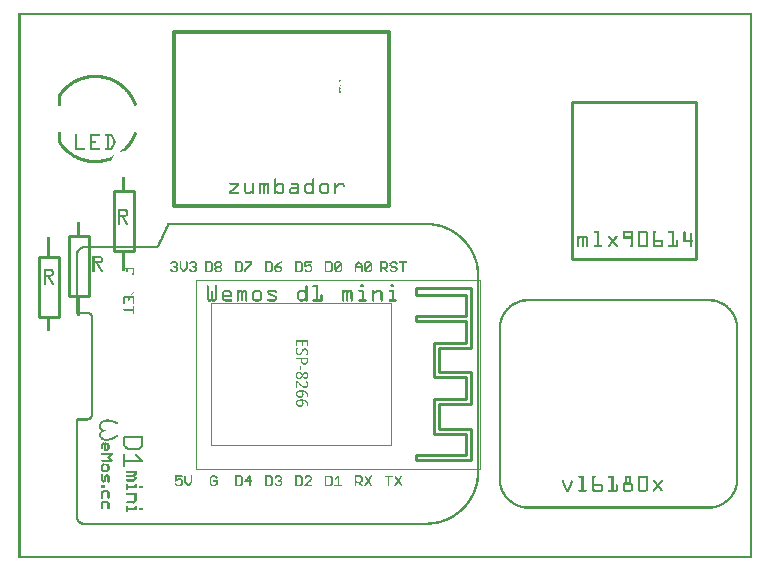
<source format=gto>
G04 MADE WITH FRITZING*
G04 WWW.FRITZING.ORG*
G04 DOUBLE SIDED*
G04 HOLES PLATED*
G04 CONTOUR ON CENTER OF CONTOUR VECTOR*
%ASAXBY*%
%FSLAX23Y23*%
%MOIN*%
%OFA0B0*%
%SFA1.0B1.0*%
%ADD10R,0.947653X0.632695X0.942097X0.627139*%
%ADD11C,0.002778*%
%ADD12R,0.602764X0.477764X0.597208X0.472208*%
%ADD13R,0.728347X0.590551X0.704603X0.566807*%
%ADD14C,0.011872*%
%ADD15R,0.423392X0.531653X0.403392X0.511653*%
%ADD16C,0.010000*%
%ADD17R,0.001000X0.001000*%
%LNSILK1*%
G90*
G70*
G54D11*
X592Y930D02*
X1537Y930D01*
X1537Y300D01*
X592Y300D01*
X592Y930D01*
D02*
X642Y853D02*
X1242Y853D01*
X1242Y378D01*
X642Y378D01*
X642Y853D01*
D02*
G54D14*
X517Y1755D02*
X1234Y1755D01*
X1234Y1176D01*
X517Y1176D01*
X517Y1755D01*
D02*
G54D16*
X1844Y1522D02*
X2258Y1522D01*
X2258Y1001D01*
X1844Y1001D01*
X1844Y1522D01*
D02*
X318Y1025D02*
X318Y1225D01*
D02*
X318Y1225D02*
X384Y1225D01*
D02*
X384Y1225D02*
X384Y1025D01*
D02*
X384Y1025D02*
X318Y1025D01*
D02*
X168Y875D02*
X168Y1075D01*
D02*
X168Y1075D02*
X234Y1075D01*
D02*
X234Y1075D02*
X234Y875D01*
D02*
X234Y875D02*
X168Y875D01*
D02*
X134Y1006D02*
X134Y806D01*
D02*
X134Y806D02*
X68Y806D01*
D02*
X68Y806D02*
X68Y1006D01*
D02*
X68Y1006D02*
X134Y1006D01*
X1325Y329D02*
X1325Y346D01*
X1492Y346D01*
X1492Y417D01*
X1385Y417D01*
X1385Y533D01*
X1492Y533D01*
X1492Y606D01*
X1385Y606D01*
X1385Y721D01*
X1492Y721D01*
X1492Y792D01*
X1325Y792D01*
X1325Y809D01*
X1492Y809D01*
X1492Y879D01*
X1325Y879D01*
X1325Y902D01*
X1509Y902D01*
X1509Y704D01*
X1402Y704D01*
X1402Y623D01*
X1509Y623D01*
X1509Y516D01*
X1402Y516D01*
X1402Y434D01*
X1509Y434D01*
X1509Y329D01*
X1325Y329D01*
D02*
G54D17*
X0Y1819D02*
X2446Y1819D01*
X0Y1818D02*
X2446Y1818D01*
X0Y1817D02*
X2446Y1817D01*
X0Y1816D02*
X2446Y1816D01*
X0Y1815D02*
X2446Y1815D01*
X0Y1814D02*
X2446Y1814D01*
X0Y1813D02*
X2446Y1813D01*
X0Y1812D02*
X2446Y1812D01*
X0Y1811D02*
X7Y1811D01*
X2439Y1811D02*
X2446Y1811D01*
X0Y1810D02*
X7Y1810D01*
X2439Y1810D02*
X2446Y1810D01*
X0Y1809D02*
X7Y1809D01*
X2439Y1809D02*
X2446Y1809D01*
X0Y1808D02*
X7Y1808D01*
X2439Y1808D02*
X2446Y1808D01*
X0Y1807D02*
X7Y1807D01*
X2439Y1807D02*
X2446Y1807D01*
X0Y1806D02*
X7Y1806D01*
X2439Y1806D02*
X2446Y1806D01*
X0Y1805D02*
X7Y1805D01*
X2439Y1805D02*
X2446Y1805D01*
X0Y1804D02*
X7Y1804D01*
X2439Y1804D02*
X2446Y1804D01*
X0Y1803D02*
X7Y1803D01*
X2439Y1803D02*
X2446Y1803D01*
X0Y1802D02*
X7Y1802D01*
X2439Y1802D02*
X2446Y1802D01*
X0Y1801D02*
X7Y1801D01*
X2439Y1801D02*
X2446Y1801D01*
X0Y1800D02*
X7Y1800D01*
X2439Y1800D02*
X2446Y1800D01*
X0Y1799D02*
X7Y1799D01*
X2439Y1799D02*
X2446Y1799D01*
X0Y1798D02*
X7Y1798D01*
X2439Y1798D02*
X2446Y1798D01*
X0Y1797D02*
X7Y1797D01*
X2439Y1797D02*
X2446Y1797D01*
X0Y1796D02*
X7Y1796D01*
X2439Y1796D02*
X2446Y1796D01*
X0Y1795D02*
X7Y1795D01*
X2439Y1795D02*
X2446Y1795D01*
X0Y1794D02*
X7Y1794D01*
X2439Y1794D02*
X2446Y1794D01*
X0Y1793D02*
X7Y1793D01*
X2439Y1793D02*
X2446Y1793D01*
X0Y1792D02*
X7Y1792D01*
X2439Y1792D02*
X2446Y1792D01*
X0Y1791D02*
X7Y1791D01*
X2439Y1791D02*
X2446Y1791D01*
X0Y1790D02*
X7Y1790D01*
X2439Y1790D02*
X2446Y1790D01*
X0Y1789D02*
X7Y1789D01*
X2439Y1789D02*
X2446Y1789D01*
X0Y1788D02*
X7Y1788D01*
X2439Y1788D02*
X2446Y1788D01*
X0Y1787D02*
X7Y1787D01*
X2439Y1787D02*
X2446Y1787D01*
X0Y1786D02*
X7Y1786D01*
X2439Y1786D02*
X2446Y1786D01*
X0Y1785D02*
X7Y1785D01*
X2439Y1785D02*
X2446Y1785D01*
X0Y1784D02*
X7Y1784D01*
X2439Y1784D02*
X2446Y1784D01*
X0Y1783D02*
X7Y1783D01*
X2439Y1783D02*
X2446Y1783D01*
X0Y1782D02*
X7Y1782D01*
X2439Y1782D02*
X2446Y1782D01*
X0Y1781D02*
X7Y1781D01*
X2439Y1781D02*
X2446Y1781D01*
X0Y1780D02*
X7Y1780D01*
X2439Y1780D02*
X2446Y1780D01*
X0Y1779D02*
X7Y1779D01*
X2439Y1779D02*
X2446Y1779D01*
X0Y1778D02*
X7Y1778D01*
X2439Y1778D02*
X2446Y1778D01*
X0Y1777D02*
X7Y1777D01*
X2439Y1777D02*
X2446Y1777D01*
X0Y1776D02*
X7Y1776D01*
X2439Y1776D02*
X2446Y1776D01*
X0Y1775D02*
X7Y1775D01*
X2439Y1775D02*
X2446Y1775D01*
X0Y1774D02*
X7Y1774D01*
X2439Y1774D02*
X2446Y1774D01*
X0Y1773D02*
X7Y1773D01*
X2439Y1773D02*
X2446Y1773D01*
X0Y1772D02*
X7Y1772D01*
X2439Y1772D02*
X2446Y1772D01*
X0Y1771D02*
X7Y1771D01*
X2439Y1771D02*
X2446Y1771D01*
X0Y1770D02*
X7Y1770D01*
X2439Y1770D02*
X2446Y1770D01*
X0Y1769D02*
X7Y1769D01*
X2439Y1769D02*
X2446Y1769D01*
X0Y1768D02*
X7Y1768D01*
X2439Y1768D02*
X2446Y1768D01*
X0Y1767D02*
X7Y1767D01*
X2439Y1767D02*
X2446Y1767D01*
X0Y1766D02*
X7Y1766D01*
X2439Y1766D02*
X2446Y1766D01*
X0Y1765D02*
X7Y1765D01*
X2439Y1765D02*
X2446Y1765D01*
X0Y1764D02*
X7Y1764D01*
X2439Y1764D02*
X2446Y1764D01*
X0Y1763D02*
X7Y1763D01*
X2439Y1763D02*
X2446Y1763D01*
X0Y1762D02*
X7Y1762D01*
X2439Y1762D02*
X2446Y1762D01*
X0Y1761D02*
X7Y1761D01*
X2439Y1761D02*
X2446Y1761D01*
X0Y1760D02*
X7Y1760D01*
X2439Y1760D02*
X2446Y1760D01*
X0Y1759D02*
X7Y1759D01*
X2439Y1759D02*
X2446Y1759D01*
X0Y1758D02*
X7Y1758D01*
X2439Y1758D02*
X2446Y1758D01*
X0Y1757D02*
X7Y1757D01*
X2439Y1757D02*
X2446Y1757D01*
X0Y1756D02*
X7Y1756D01*
X2439Y1756D02*
X2446Y1756D01*
X0Y1755D02*
X7Y1755D01*
X2439Y1755D02*
X2446Y1755D01*
X0Y1754D02*
X7Y1754D01*
X2439Y1754D02*
X2446Y1754D01*
X0Y1753D02*
X7Y1753D01*
X2439Y1753D02*
X2446Y1753D01*
X0Y1752D02*
X7Y1752D01*
X2439Y1752D02*
X2446Y1752D01*
X0Y1751D02*
X7Y1751D01*
X2439Y1751D02*
X2446Y1751D01*
X0Y1750D02*
X7Y1750D01*
X2439Y1750D02*
X2446Y1750D01*
X0Y1749D02*
X7Y1749D01*
X2439Y1749D02*
X2446Y1749D01*
X0Y1748D02*
X7Y1748D01*
X2439Y1748D02*
X2446Y1748D01*
X0Y1747D02*
X7Y1747D01*
X2439Y1747D02*
X2446Y1747D01*
X0Y1746D02*
X7Y1746D01*
X2439Y1746D02*
X2446Y1746D01*
X0Y1745D02*
X7Y1745D01*
X2439Y1745D02*
X2446Y1745D01*
X0Y1744D02*
X7Y1744D01*
X2439Y1744D02*
X2446Y1744D01*
X0Y1743D02*
X7Y1743D01*
X2439Y1743D02*
X2446Y1743D01*
X0Y1742D02*
X7Y1742D01*
X2439Y1742D02*
X2446Y1742D01*
X0Y1741D02*
X7Y1741D01*
X2439Y1741D02*
X2446Y1741D01*
X0Y1740D02*
X7Y1740D01*
X2439Y1740D02*
X2446Y1740D01*
X0Y1739D02*
X7Y1739D01*
X2439Y1739D02*
X2446Y1739D01*
X0Y1738D02*
X7Y1738D01*
X2439Y1738D02*
X2446Y1738D01*
X0Y1737D02*
X7Y1737D01*
X2439Y1737D02*
X2446Y1737D01*
X0Y1736D02*
X7Y1736D01*
X2439Y1736D02*
X2446Y1736D01*
X0Y1735D02*
X7Y1735D01*
X2439Y1735D02*
X2446Y1735D01*
X0Y1734D02*
X7Y1734D01*
X2439Y1734D02*
X2446Y1734D01*
X0Y1733D02*
X7Y1733D01*
X2439Y1733D02*
X2446Y1733D01*
X0Y1732D02*
X7Y1732D01*
X2439Y1732D02*
X2446Y1732D01*
X0Y1731D02*
X7Y1731D01*
X2439Y1731D02*
X2446Y1731D01*
X0Y1730D02*
X7Y1730D01*
X2439Y1730D02*
X2446Y1730D01*
X0Y1729D02*
X7Y1729D01*
X2439Y1729D02*
X2446Y1729D01*
X0Y1728D02*
X7Y1728D01*
X2439Y1728D02*
X2446Y1728D01*
X0Y1727D02*
X7Y1727D01*
X2439Y1727D02*
X2446Y1727D01*
X0Y1726D02*
X7Y1726D01*
X2439Y1726D02*
X2446Y1726D01*
X0Y1725D02*
X7Y1725D01*
X2439Y1725D02*
X2446Y1725D01*
X0Y1724D02*
X7Y1724D01*
X2439Y1724D02*
X2446Y1724D01*
X0Y1723D02*
X7Y1723D01*
X2439Y1723D02*
X2446Y1723D01*
X0Y1722D02*
X7Y1722D01*
X2439Y1722D02*
X2446Y1722D01*
X0Y1721D02*
X7Y1721D01*
X2439Y1721D02*
X2446Y1721D01*
X0Y1720D02*
X7Y1720D01*
X2439Y1720D02*
X2446Y1720D01*
X0Y1719D02*
X7Y1719D01*
X2439Y1719D02*
X2446Y1719D01*
X0Y1718D02*
X7Y1718D01*
X2439Y1718D02*
X2446Y1718D01*
X0Y1717D02*
X7Y1717D01*
X2439Y1717D02*
X2446Y1717D01*
X0Y1716D02*
X7Y1716D01*
X2439Y1716D02*
X2446Y1716D01*
X0Y1715D02*
X7Y1715D01*
X2439Y1715D02*
X2446Y1715D01*
X0Y1714D02*
X7Y1714D01*
X2439Y1714D02*
X2446Y1714D01*
X0Y1713D02*
X7Y1713D01*
X2439Y1713D02*
X2446Y1713D01*
X0Y1712D02*
X7Y1712D01*
X2439Y1712D02*
X2446Y1712D01*
X0Y1711D02*
X7Y1711D01*
X2439Y1711D02*
X2446Y1711D01*
X0Y1710D02*
X7Y1710D01*
X2439Y1710D02*
X2446Y1710D01*
X0Y1709D02*
X7Y1709D01*
X2439Y1709D02*
X2446Y1709D01*
X0Y1708D02*
X7Y1708D01*
X2439Y1708D02*
X2446Y1708D01*
X0Y1707D02*
X7Y1707D01*
X2439Y1707D02*
X2446Y1707D01*
X0Y1706D02*
X7Y1706D01*
X2439Y1706D02*
X2446Y1706D01*
X0Y1705D02*
X7Y1705D01*
X2439Y1705D02*
X2446Y1705D01*
X0Y1704D02*
X7Y1704D01*
X2439Y1704D02*
X2446Y1704D01*
X0Y1703D02*
X7Y1703D01*
X2439Y1703D02*
X2446Y1703D01*
X0Y1702D02*
X7Y1702D01*
X2439Y1702D02*
X2446Y1702D01*
X0Y1701D02*
X7Y1701D01*
X2439Y1701D02*
X2446Y1701D01*
X0Y1700D02*
X7Y1700D01*
X2439Y1700D02*
X2446Y1700D01*
X0Y1699D02*
X7Y1699D01*
X2439Y1699D02*
X2446Y1699D01*
X0Y1698D02*
X7Y1698D01*
X2439Y1698D02*
X2446Y1698D01*
X0Y1697D02*
X7Y1697D01*
X2439Y1697D02*
X2446Y1697D01*
X0Y1696D02*
X7Y1696D01*
X2439Y1696D02*
X2446Y1696D01*
X0Y1695D02*
X7Y1695D01*
X2439Y1695D02*
X2446Y1695D01*
X0Y1694D02*
X7Y1694D01*
X2439Y1694D02*
X2446Y1694D01*
X0Y1693D02*
X7Y1693D01*
X2439Y1693D02*
X2446Y1693D01*
X0Y1692D02*
X7Y1692D01*
X2439Y1692D02*
X2446Y1692D01*
X0Y1691D02*
X7Y1691D01*
X2439Y1691D02*
X2446Y1691D01*
X0Y1690D02*
X7Y1690D01*
X2439Y1690D02*
X2446Y1690D01*
X0Y1689D02*
X7Y1689D01*
X2439Y1689D02*
X2446Y1689D01*
X0Y1688D02*
X7Y1688D01*
X2439Y1688D02*
X2446Y1688D01*
X0Y1687D02*
X7Y1687D01*
X2439Y1687D02*
X2446Y1687D01*
X0Y1686D02*
X7Y1686D01*
X2439Y1686D02*
X2446Y1686D01*
X0Y1685D02*
X7Y1685D01*
X2439Y1685D02*
X2446Y1685D01*
X0Y1684D02*
X7Y1684D01*
X2439Y1684D02*
X2446Y1684D01*
X0Y1683D02*
X7Y1683D01*
X2439Y1683D02*
X2446Y1683D01*
X0Y1682D02*
X7Y1682D01*
X2439Y1682D02*
X2446Y1682D01*
X0Y1681D02*
X7Y1681D01*
X2439Y1681D02*
X2446Y1681D01*
X0Y1680D02*
X7Y1680D01*
X2439Y1680D02*
X2446Y1680D01*
X0Y1679D02*
X7Y1679D01*
X2439Y1679D02*
X2446Y1679D01*
X0Y1678D02*
X7Y1678D01*
X2439Y1678D02*
X2446Y1678D01*
X0Y1677D02*
X7Y1677D01*
X2439Y1677D02*
X2446Y1677D01*
X0Y1676D02*
X7Y1676D01*
X2439Y1676D02*
X2446Y1676D01*
X0Y1675D02*
X7Y1675D01*
X2439Y1675D02*
X2446Y1675D01*
X0Y1674D02*
X7Y1674D01*
X2439Y1674D02*
X2446Y1674D01*
X0Y1673D02*
X7Y1673D01*
X2439Y1673D02*
X2446Y1673D01*
X0Y1672D02*
X7Y1672D01*
X2439Y1672D02*
X2446Y1672D01*
X0Y1671D02*
X7Y1671D01*
X2439Y1671D02*
X2446Y1671D01*
X0Y1670D02*
X7Y1670D01*
X2439Y1670D02*
X2446Y1670D01*
X0Y1669D02*
X7Y1669D01*
X2439Y1669D02*
X2446Y1669D01*
X0Y1668D02*
X7Y1668D01*
X2439Y1668D02*
X2446Y1668D01*
X0Y1667D02*
X7Y1667D01*
X2439Y1667D02*
X2446Y1667D01*
X0Y1666D02*
X7Y1666D01*
X2439Y1666D02*
X2446Y1666D01*
X0Y1665D02*
X7Y1665D01*
X2439Y1665D02*
X2446Y1665D01*
X0Y1664D02*
X7Y1664D01*
X2439Y1664D02*
X2446Y1664D01*
X0Y1663D02*
X7Y1663D01*
X2439Y1663D02*
X2446Y1663D01*
X0Y1662D02*
X7Y1662D01*
X2439Y1662D02*
X2446Y1662D01*
X0Y1661D02*
X7Y1661D01*
X2439Y1661D02*
X2446Y1661D01*
X0Y1660D02*
X7Y1660D01*
X2439Y1660D02*
X2446Y1660D01*
X0Y1659D02*
X7Y1659D01*
X2439Y1659D02*
X2446Y1659D01*
X0Y1658D02*
X7Y1658D01*
X2439Y1658D02*
X2446Y1658D01*
X0Y1657D02*
X7Y1657D01*
X2439Y1657D02*
X2446Y1657D01*
X0Y1656D02*
X7Y1656D01*
X2439Y1656D02*
X2446Y1656D01*
X0Y1655D02*
X7Y1655D01*
X2439Y1655D02*
X2446Y1655D01*
X0Y1654D02*
X7Y1654D01*
X2439Y1654D02*
X2446Y1654D01*
X0Y1653D02*
X7Y1653D01*
X2439Y1653D02*
X2446Y1653D01*
X0Y1652D02*
X7Y1652D01*
X2439Y1652D02*
X2446Y1652D01*
X0Y1651D02*
X7Y1651D01*
X2439Y1651D02*
X2446Y1651D01*
X0Y1650D02*
X7Y1650D01*
X2439Y1650D02*
X2446Y1650D01*
X0Y1649D02*
X7Y1649D01*
X2439Y1649D02*
X2446Y1649D01*
X0Y1648D02*
X7Y1648D01*
X2439Y1648D02*
X2446Y1648D01*
X0Y1647D02*
X7Y1647D01*
X2439Y1647D02*
X2446Y1647D01*
X0Y1646D02*
X7Y1646D01*
X2439Y1646D02*
X2446Y1646D01*
X0Y1645D02*
X7Y1645D01*
X2439Y1645D02*
X2446Y1645D01*
X0Y1644D02*
X7Y1644D01*
X2439Y1644D02*
X2446Y1644D01*
X0Y1643D02*
X7Y1643D01*
X2439Y1643D02*
X2446Y1643D01*
X0Y1642D02*
X7Y1642D01*
X2439Y1642D02*
X2446Y1642D01*
X0Y1641D02*
X7Y1641D01*
X2439Y1641D02*
X2446Y1641D01*
X0Y1640D02*
X7Y1640D01*
X2439Y1640D02*
X2446Y1640D01*
X0Y1639D02*
X7Y1639D01*
X2439Y1639D02*
X2446Y1639D01*
X0Y1638D02*
X7Y1638D01*
X2439Y1638D02*
X2446Y1638D01*
X0Y1637D02*
X7Y1637D01*
X2439Y1637D02*
X2446Y1637D01*
X0Y1636D02*
X7Y1636D01*
X2439Y1636D02*
X2446Y1636D01*
X0Y1635D02*
X7Y1635D01*
X2439Y1635D02*
X2446Y1635D01*
X0Y1634D02*
X7Y1634D01*
X2439Y1634D02*
X2446Y1634D01*
X0Y1633D02*
X7Y1633D01*
X2439Y1633D02*
X2446Y1633D01*
X0Y1632D02*
X7Y1632D01*
X2439Y1632D02*
X2446Y1632D01*
X0Y1631D02*
X7Y1631D01*
X2439Y1631D02*
X2446Y1631D01*
X0Y1630D02*
X7Y1630D01*
X2439Y1630D02*
X2446Y1630D01*
X0Y1629D02*
X7Y1629D01*
X2439Y1629D02*
X2446Y1629D01*
X0Y1628D02*
X7Y1628D01*
X2439Y1628D02*
X2446Y1628D01*
X0Y1627D02*
X7Y1627D01*
X2439Y1627D02*
X2446Y1627D01*
X0Y1626D02*
X7Y1626D01*
X2439Y1626D02*
X2446Y1626D01*
X0Y1625D02*
X7Y1625D01*
X2439Y1625D02*
X2446Y1625D01*
X0Y1624D02*
X7Y1624D01*
X2439Y1624D02*
X2446Y1624D01*
X0Y1623D02*
X7Y1623D01*
X2439Y1623D02*
X2446Y1623D01*
X0Y1622D02*
X7Y1622D01*
X2439Y1622D02*
X2446Y1622D01*
X0Y1621D02*
X7Y1621D01*
X2439Y1621D02*
X2446Y1621D01*
X0Y1620D02*
X7Y1620D01*
X2439Y1620D02*
X2446Y1620D01*
X0Y1619D02*
X7Y1619D01*
X2439Y1619D02*
X2446Y1619D01*
X0Y1618D02*
X7Y1618D01*
X2439Y1618D02*
X2446Y1618D01*
X0Y1617D02*
X7Y1617D01*
X2439Y1617D02*
X2446Y1617D01*
X0Y1616D02*
X7Y1616D01*
X2439Y1616D02*
X2446Y1616D01*
X0Y1615D02*
X7Y1615D01*
X2439Y1615D02*
X2446Y1615D01*
X0Y1614D02*
X7Y1614D01*
X2439Y1614D02*
X2446Y1614D01*
X0Y1613D02*
X7Y1613D01*
X244Y1613D02*
X267Y1613D01*
X2439Y1613D02*
X2446Y1613D01*
X0Y1612D02*
X7Y1612D01*
X235Y1612D02*
X276Y1612D01*
X2439Y1612D02*
X2446Y1612D01*
X0Y1611D02*
X7Y1611D01*
X229Y1611D02*
X282Y1611D01*
X2439Y1611D02*
X2446Y1611D01*
X0Y1610D02*
X7Y1610D01*
X224Y1610D02*
X287Y1610D01*
X2439Y1610D02*
X2446Y1610D01*
X0Y1609D02*
X7Y1609D01*
X220Y1609D02*
X291Y1609D01*
X2439Y1609D02*
X2446Y1609D01*
X0Y1608D02*
X7Y1608D01*
X216Y1608D02*
X295Y1608D01*
X2439Y1608D02*
X2446Y1608D01*
X0Y1607D02*
X7Y1607D01*
X213Y1607D02*
X298Y1607D01*
X2439Y1607D02*
X2446Y1607D01*
X0Y1606D02*
X7Y1606D01*
X210Y1606D02*
X301Y1606D01*
X2439Y1606D02*
X2446Y1606D01*
X0Y1605D02*
X7Y1605D01*
X207Y1605D02*
X304Y1605D01*
X2439Y1605D02*
X2446Y1605D01*
X0Y1604D02*
X7Y1604D01*
X204Y1604D02*
X307Y1604D01*
X2439Y1604D02*
X2446Y1604D01*
X0Y1603D02*
X7Y1603D01*
X201Y1603D02*
X309Y1603D01*
X2439Y1603D02*
X2446Y1603D01*
X0Y1602D02*
X7Y1602D01*
X199Y1602D02*
X244Y1602D01*
X267Y1602D02*
X312Y1602D01*
X2439Y1602D02*
X2446Y1602D01*
X0Y1601D02*
X7Y1601D01*
X197Y1601D02*
X235Y1601D01*
X276Y1601D02*
X314Y1601D01*
X2439Y1601D02*
X2446Y1601D01*
X0Y1600D02*
X7Y1600D01*
X195Y1600D02*
X229Y1600D01*
X282Y1600D02*
X316Y1600D01*
X2439Y1600D02*
X2446Y1600D01*
X0Y1599D02*
X7Y1599D01*
X192Y1599D02*
X224Y1599D01*
X287Y1599D02*
X318Y1599D01*
X2439Y1599D02*
X2446Y1599D01*
X0Y1598D02*
X7Y1598D01*
X190Y1598D02*
X220Y1598D01*
X291Y1598D02*
X320Y1598D01*
X2439Y1598D02*
X2446Y1598D01*
X0Y1597D02*
X7Y1597D01*
X188Y1597D02*
X216Y1597D01*
X294Y1597D02*
X322Y1597D01*
X2439Y1597D02*
X2446Y1597D01*
X0Y1596D02*
X7Y1596D01*
X186Y1596D02*
X213Y1596D01*
X298Y1596D02*
X324Y1596D01*
X2439Y1596D02*
X2446Y1596D01*
X0Y1595D02*
X7Y1595D01*
X185Y1595D02*
X210Y1595D01*
X301Y1595D02*
X326Y1595D01*
X2439Y1595D02*
X2446Y1595D01*
X0Y1594D02*
X7Y1594D01*
X183Y1594D02*
X207Y1594D01*
X304Y1594D02*
X328Y1594D01*
X1070Y1594D02*
X1076Y1594D01*
X2439Y1594D02*
X2446Y1594D01*
X0Y1593D02*
X7Y1593D01*
X181Y1593D02*
X205Y1593D01*
X306Y1593D02*
X330Y1593D01*
X1072Y1593D02*
X1074Y1593D01*
X2439Y1593D02*
X2446Y1593D01*
X0Y1592D02*
X7Y1592D01*
X179Y1592D02*
X202Y1592D01*
X309Y1592D02*
X331Y1592D01*
X1071Y1592D02*
X1071Y1592D01*
X1075Y1592D02*
X1075Y1592D01*
X2439Y1592D02*
X2446Y1592D01*
X0Y1591D02*
X7Y1591D01*
X178Y1591D02*
X200Y1591D01*
X311Y1591D02*
X333Y1591D01*
X1070Y1591D02*
X1071Y1591D01*
X1075Y1591D02*
X1076Y1591D01*
X2439Y1591D02*
X2446Y1591D01*
X0Y1590D02*
X7Y1590D01*
X176Y1590D02*
X198Y1590D01*
X313Y1590D02*
X334Y1590D01*
X1070Y1590D02*
X1070Y1590D01*
X1076Y1590D02*
X1076Y1590D01*
X2439Y1590D02*
X2446Y1590D01*
X0Y1589D02*
X7Y1589D01*
X175Y1589D02*
X195Y1589D01*
X315Y1589D02*
X336Y1589D01*
X2439Y1589D02*
X2446Y1589D01*
X0Y1588D02*
X7Y1588D01*
X173Y1588D02*
X193Y1588D01*
X318Y1588D02*
X337Y1588D01*
X2439Y1588D02*
X2446Y1588D01*
X0Y1587D02*
X7Y1587D01*
X172Y1587D02*
X192Y1587D01*
X319Y1587D02*
X339Y1587D01*
X1076Y1587D02*
X1076Y1587D01*
X2439Y1587D02*
X2446Y1587D01*
X0Y1586D02*
X7Y1586D01*
X170Y1586D02*
X190Y1586D01*
X321Y1586D02*
X340Y1586D01*
X1074Y1586D02*
X1075Y1586D01*
X2439Y1586D02*
X2446Y1586D01*
X0Y1585D02*
X7Y1585D01*
X169Y1585D02*
X188Y1585D01*
X323Y1585D02*
X342Y1585D01*
X1070Y1585D02*
X1074Y1585D01*
X2439Y1585D02*
X2446Y1585D01*
X0Y1584D02*
X7Y1584D01*
X168Y1584D02*
X186Y1584D01*
X325Y1584D02*
X343Y1584D01*
X1074Y1584D02*
X1074Y1584D01*
X2439Y1584D02*
X2446Y1584D01*
X0Y1583D02*
X7Y1583D01*
X166Y1583D02*
X184Y1583D01*
X327Y1583D02*
X344Y1583D01*
X1075Y1583D02*
X1076Y1583D01*
X2439Y1583D02*
X2446Y1583D01*
X0Y1582D02*
X7Y1582D01*
X165Y1582D02*
X183Y1582D01*
X328Y1582D02*
X346Y1582D01*
X2439Y1582D02*
X2446Y1582D01*
X0Y1581D02*
X7Y1581D01*
X164Y1581D02*
X181Y1581D01*
X330Y1581D02*
X347Y1581D01*
X2439Y1581D02*
X2446Y1581D01*
X0Y1580D02*
X7Y1580D01*
X162Y1580D02*
X180Y1580D01*
X331Y1580D02*
X348Y1580D01*
X1073Y1580D02*
X1073Y1580D01*
X2439Y1580D02*
X2446Y1580D01*
X0Y1579D02*
X7Y1579D01*
X161Y1579D02*
X178Y1579D01*
X333Y1579D02*
X349Y1579D01*
X1073Y1579D02*
X1073Y1579D01*
X2439Y1579D02*
X2446Y1579D01*
X0Y1578D02*
X7Y1578D01*
X160Y1578D02*
X177Y1578D01*
X334Y1578D02*
X351Y1578D01*
X1073Y1578D02*
X1073Y1578D01*
X2439Y1578D02*
X2446Y1578D01*
X0Y1577D02*
X7Y1577D01*
X159Y1577D02*
X175Y1577D01*
X336Y1577D02*
X352Y1577D01*
X1073Y1577D02*
X1073Y1577D01*
X2439Y1577D02*
X2446Y1577D01*
X0Y1576D02*
X7Y1576D01*
X158Y1576D02*
X174Y1576D01*
X337Y1576D02*
X353Y1576D01*
X1073Y1576D02*
X1073Y1576D01*
X2439Y1576D02*
X2446Y1576D01*
X0Y1575D02*
X7Y1575D01*
X157Y1575D02*
X173Y1575D01*
X338Y1575D02*
X354Y1575D01*
X2439Y1575D02*
X2446Y1575D01*
X0Y1574D02*
X7Y1574D01*
X156Y1574D02*
X171Y1574D01*
X340Y1574D02*
X355Y1574D01*
X2439Y1574D02*
X2446Y1574D01*
X0Y1573D02*
X7Y1573D01*
X154Y1573D02*
X170Y1573D01*
X341Y1573D02*
X356Y1573D01*
X2439Y1573D02*
X2446Y1573D01*
X0Y1572D02*
X7Y1572D01*
X153Y1572D02*
X169Y1572D01*
X342Y1572D02*
X357Y1572D01*
X1070Y1572D02*
X1076Y1572D01*
X2439Y1572D02*
X2446Y1572D01*
X0Y1571D02*
X7Y1571D01*
X152Y1571D02*
X168Y1571D01*
X343Y1571D02*
X358Y1571D01*
X1070Y1571D02*
X1070Y1571D01*
X1076Y1571D02*
X1076Y1571D01*
X2439Y1571D02*
X2446Y1571D01*
X0Y1570D02*
X7Y1570D01*
X151Y1570D02*
X166Y1570D01*
X345Y1570D02*
X359Y1570D01*
X1070Y1570D02*
X1070Y1570D01*
X1076Y1570D02*
X1076Y1570D01*
X2439Y1570D02*
X2446Y1570D01*
X0Y1569D02*
X7Y1569D01*
X150Y1569D02*
X165Y1569D01*
X346Y1569D02*
X360Y1569D01*
X1070Y1569D02*
X1070Y1569D01*
X1076Y1569D02*
X1076Y1569D01*
X2439Y1569D02*
X2446Y1569D01*
X0Y1568D02*
X7Y1568D01*
X149Y1568D02*
X164Y1568D01*
X347Y1568D02*
X361Y1568D01*
X1070Y1568D02*
X1076Y1568D01*
X2439Y1568D02*
X2446Y1568D01*
X0Y1567D02*
X7Y1567D01*
X148Y1567D02*
X163Y1567D01*
X348Y1567D02*
X362Y1567D01*
X2439Y1567D02*
X2446Y1567D01*
X0Y1566D02*
X7Y1566D01*
X148Y1566D02*
X162Y1566D01*
X349Y1566D02*
X363Y1566D01*
X2439Y1566D02*
X2446Y1566D01*
X0Y1565D02*
X7Y1565D01*
X147Y1565D02*
X161Y1565D01*
X350Y1565D02*
X364Y1565D01*
X1070Y1565D02*
X1070Y1565D01*
X1076Y1565D02*
X1076Y1565D01*
X2439Y1565D02*
X2446Y1565D01*
X0Y1564D02*
X7Y1564D01*
X146Y1564D02*
X160Y1564D01*
X351Y1564D02*
X365Y1564D01*
X1070Y1564D02*
X1070Y1564D01*
X1076Y1564D02*
X1076Y1564D01*
X2439Y1564D02*
X2446Y1564D01*
X0Y1563D02*
X7Y1563D01*
X145Y1563D02*
X159Y1563D01*
X352Y1563D02*
X366Y1563D01*
X1070Y1563D02*
X1076Y1563D01*
X2439Y1563D02*
X2446Y1563D01*
X0Y1562D02*
X7Y1562D01*
X144Y1562D02*
X158Y1562D01*
X353Y1562D02*
X367Y1562D01*
X1070Y1562D02*
X1070Y1562D01*
X2439Y1562D02*
X2446Y1562D01*
X0Y1561D02*
X7Y1561D01*
X143Y1561D02*
X157Y1561D01*
X354Y1561D02*
X368Y1561D01*
X1070Y1561D02*
X1072Y1561D01*
X2439Y1561D02*
X2446Y1561D01*
X0Y1560D02*
X7Y1560D01*
X142Y1560D02*
X156Y1560D01*
X355Y1560D02*
X368Y1560D01*
X2439Y1560D02*
X2446Y1560D01*
X0Y1559D02*
X7Y1559D01*
X141Y1559D02*
X155Y1559D01*
X356Y1559D02*
X369Y1559D01*
X2439Y1559D02*
X2446Y1559D01*
X0Y1558D02*
X7Y1558D01*
X141Y1558D02*
X154Y1558D01*
X357Y1558D02*
X370Y1558D01*
X1070Y1558D02*
X1073Y1558D01*
X2439Y1558D02*
X2446Y1558D01*
X0Y1557D02*
X7Y1557D01*
X140Y1557D02*
X153Y1557D01*
X358Y1557D02*
X371Y1557D01*
X1070Y1557D02*
X1070Y1557D01*
X1073Y1557D02*
X1073Y1557D01*
X1076Y1557D02*
X1076Y1557D01*
X2439Y1557D02*
X2446Y1557D01*
X0Y1556D02*
X7Y1556D01*
X139Y1556D02*
X152Y1556D01*
X359Y1556D02*
X372Y1556D01*
X1070Y1556D02*
X1070Y1556D01*
X1073Y1556D02*
X1073Y1556D01*
X1076Y1556D02*
X1076Y1556D01*
X2439Y1556D02*
X2446Y1556D01*
X0Y1555D02*
X7Y1555D01*
X138Y1555D02*
X152Y1555D01*
X360Y1555D02*
X372Y1555D01*
X1070Y1555D02*
X1070Y1555D01*
X1073Y1555D02*
X1073Y1555D01*
X1076Y1555D02*
X1076Y1555D01*
X2439Y1555D02*
X2446Y1555D01*
X0Y1554D02*
X7Y1554D01*
X138Y1554D02*
X151Y1554D01*
X361Y1554D02*
X373Y1554D01*
X1070Y1554D02*
X1070Y1554D01*
X1073Y1554D02*
X1076Y1554D01*
X2439Y1554D02*
X2446Y1554D01*
X0Y1553D02*
X7Y1553D01*
X137Y1553D02*
X150Y1553D01*
X361Y1553D02*
X374Y1553D01*
X2439Y1553D02*
X2446Y1553D01*
X0Y1552D02*
X7Y1552D01*
X136Y1552D02*
X149Y1552D01*
X362Y1552D02*
X375Y1552D01*
X2439Y1552D02*
X2446Y1552D01*
X0Y1551D02*
X7Y1551D01*
X135Y1551D02*
X148Y1551D01*
X363Y1551D02*
X375Y1551D01*
X2439Y1551D02*
X2446Y1551D01*
X0Y1550D02*
X7Y1550D01*
X135Y1550D02*
X147Y1550D01*
X364Y1550D02*
X376Y1550D01*
X2439Y1550D02*
X2446Y1550D01*
X0Y1549D02*
X7Y1549D01*
X134Y1549D02*
X147Y1549D01*
X364Y1549D02*
X377Y1549D01*
X2439Y1549D02*
X2446Y1549D01*
X0Y1548D02*
X7Y1548D01*
X133Y1548D02*
X146Y1548D01*
X365Y1548D02*
X378Y1548D01*
X2439Y1548D02*
X2446Y1548D01*
X0Y1547D02*
X7Y1547D01*
X133Y1547D02*
X145Y1547D01*
X366Y1547D02*
X378Y1547D01*
X2439Y1547D02*
X2446Y1547D01*
X0Y1546D02*
X7Y1546D01*
X132Y1546D02*
X144Y1546D01*
X367Y1546D02*
X379Y1546D01*
X2439Y1546D02*
X2446Y1546D01*
X0Y1545D02*
X7Y1545D01*
X132Y1545D02*
X144Y1545D01*
X367Y1545D02*
X380Y1545D01*
X2439Y1545D02*
X2446Y1545D01*
X0Y1544D02*
X7Y1544D01*
X132Y1544D02*
X143Y1544D01*
X368Y1544D02*
X380Y1544D01*
X2439Y1544D02*
X2446Y1544D01*
X0Y1543D02*
X7Y1543D01*
X132Y1543D02*
X143Y1543D01*
X369Y1543D02*
X381Y1543D01*
X2439Y1543D02*
X2446Y1543D01*
X0Y1542D02*
X7Y1542D01*
X132Y1542D02*
X142Y1542D01*
X369Y1542D02*
X381Y1542D01*
X2439Y1542D02*
X2446Y1542D01*
X0Y1541D02*
X7Y1541D01*
X132Y1541D02*
X142Y1541D01*
X370Y1541D02*
X382Y1541D01*
X2439Y1541D02*
X2446Y1541D01*
X0Y1540D02*
X7Y1540D01*
X132Y1540D02*
X142Y1540D01*
X371Y1540D02*
X383Y1540D01*
X2439Y1540D02*
X2446Y1540D01*
X0Y1539D02*
X7Y1539D01*
X132Y1539D02*
X142Y1539D01*
X371Y1539D02*
X383Y1539D01*
X2439Y1539D02*
X2446Y1539D01*
X0Y1538D02*
X7Y1538D01*
X132Y1538D02*
X142Y1538D01*
X372Y1538D02*
X384Y1538D01*
X2439Y1538D02*
X2446Y1538D01*
X0Y1537D02*
X7Y1537D01*
X132Y1537D02*
X142Y1537D01*
X373Y1537D02*
X384Y1537D01*
X2439Y1537D02*
X2446Y1537D01*
X0Y1536D02*
X7Y1536D01*
X132Y1536D02*
X142Y1536D01*
X373Y1536D02*
X385Y1536D01*
X2439Y1536D02*
X2446Y1536D01*
X0Y1535D02*
X7Y1535D01*
X132Y1535D02*
X142Y1535D01*
X374Y1535D02*
X385Y1535D01*
X2439Y1535D02*
X2446Y1535D01*
X0Y1534D02*
X7Y1534D01*
X132Y1534D02*
X142Y1534D01*
X374Y1534D02*
X386Y1534D01*
X2439Y1534D02*
X2446Y1534D01*
X0Y1533D02*
X7Y1533D01*
X132Y1533D02*
X142Y1533D01*
X375Y1533D02*
X386Y1533D01*
X2439Y1533D02*
X2446Y1533D01*
X0Y1532D02*
X7Y1532D01*
X132Y1532D02*
X142Y1532D01*
X376Y1532D02*
X387Y1532D01*
X2439Y1532D02*
X2446Y1532D01*
X0Y1531D02*
X7Y1531D01*
X132Y1531D02*
X142Y1531D01*
X376Y1531D02*
X387Y1531D01*
X2439Y1531D02*
X2446Y1531D01*
X0Y1530D02*
X7Y1530D01*
X132Y1530D02*
X142Y1530D01*
X377Y1530D02*
X388Y1530D01*
X2439Y1530D02*
X2446Y1530D01*
X0Y1529D02*
X7Y1529D01*
X132Y1529D02*
X142Y1529D01*
X377Y1529D02*
X388Y1529D01*
X2439Y1529D02*
X2446Y1529D01*
X0Y1528D02*
X7Y1528D01*
X132Y1528D02*
X142Y1528D01*
X378Y1528D02*
X389Y1528D01*
X2439Y1528D02*
X2446Y1528D01*
X0Y1527D02*
X7Y1527D01*
X132Y1527D02*
X142Y1527D01*
X378Y1527D02*
X389Y1527D01*
X2439Y1527D02*
X2446Y1527D01*
X0Y1526D02*
X7Y1526D01*
X132Y1526D02*
X142Y1526D01*
X379Y1526D02*
X390Y1526D01*
X2439Y1526D02*
X2446Y1526D01*
X0Y1525D02*
X7Y1525D01*
X132Y1525D02*
X142Y1525D01*
X379Y1525D02*
X390Y1525D01*
X2439Y1525D02*
X2446Y1525D01*
X0Y1524D02*
X7Y1524D01*
X132Y1524D02*
X142Y1524D01*
X380Y1524D02*
X391Y1524D01*
X2439Y1524D02*
X2446Y1524D01*
X0Y1523D02*
X7Y1523D01*
X132Y1523D02*
X142Y1523D01*
X380Y1523D02*
X391Y1523D01*
X2439Y1523D02*
X2446Y1523D01*
X0Y1522D02*
X7Y1522D01*
X132Y1522D02*
X142Y1522D01*
X380Y1522D02*
X392Y1522D01*
X2439Y1522D02*
X2446Y1522D01*
X0Y1521D02*
X7Y1521D01*
X132Y1521D02*
X142Y1521D01*
X381Y1521D02*
X392Y1521D01*
X2439Y1521D02*
X2446Y1521D01*
X0Y1520D02*
X7Y1520D01*
X132Y1520D02*
X142Y1520D01*
X381Y1520D02*
X392Y1520D01*
X2439Y1520D02*
X2446Y1520D01*
X0Y1519D02*
X7Y1519D01*
X132Y1519D02*
X142Y1519D01*
X382Y1519D02*
X393Y1519D01*
X2439Y1519D02*
X2446Y1519D01*
X0Y1518D02*
X7Y1518D01*
X132Y1518D02*
X142Y1518D01*
X382Y1518D02*
X393Y1518D01*
X2439Y1518D02*
X2446Y1518D01*
X0Y1517D02*
X7Y1517D01*
X132Y1517D02*
X142Y1517D01*
X383Y1517D02*
X394Y1517D01*
X2439Y1517D02*
X2446Y1517D01*
X0Y1516D02*
X7Y1516D01*
X132Y1516D02*
X142Y1516D01*
X383Y1516D02*
X394Y1516D01*
X2439Y1516D02*
X2446Y1516D01*
X0Y1515D02*
X7Y1515D01*
X132Y1515D02*
X142Y1515D01*
X383Y1515D02*
X394Y1515D01*
X2439Y1515D02*
X2446Y1515D01*
X0Y1514D02*
X7Y1514D01*
X132Y1514D02*
X142Y1514D01*
X384Y1514D02*
X395Y1514D01*
X2439Y1514D02*
X2446Y1514D01*
X0Y1513D02*
X7Y1513D01*
X132Y1513D02*
X142Y1513D01*
X384Y1513D02*
X395Y1513D01*
X2439Y1513D02*
X2446Y1513D01*
X0Y1512D02*
X7Y1512D01*
X132Y1512D02*
X142Y1512D01*
X385Y1512D02*
X395Y1512D01*
X2439Y1512D02*
X2446Y1512D01*
X0Y1511D02*
X7Y1511D01*
X132Y1511D02*
X142Y1511D01*
X385Y1511D02*
X392Y1511D01*
X2439Y1511D02*
X2446Y1511D01*
X0Y1510D02*
X7Y1510D01*
X385Y1510D02*
X389Y1510D01*
X2439Y1510D02*
X2446Y1510D01*
X0Y1509D02*
X7Y1509D01*
X386Y1509D02*
X386Y1509D01*
X2439Y1509D02*
X2446Y1509D01*
X0Y1508D02*
X7Y1508D01*
X2439Y1508D02*
X2446Y1508D01*
X0Y1507D02*
X7Y1507D01*
X2439Y1507D02*
X2446Y1507D01*
X0Y1506D02*
X7Y1506D01*
X2439Y1506D02*
X2446Y1506D01*
X0Y1505D02*
X7Y1505D01*
X2439Y1505D02*
X2446Y1505D01*
X0Y1504D02*
X7Y1504D01*
X2439Y1504D02*
X2446Y1504D01*
X0Y1503D02*
X7Y1503D01*
X2439Y1503D02*
X2446Y1503D01*
X0Y1502D02*
X7Y1502D01*
X2439Y1502D02*
X2446Y1502D01*
X0Y1501D02*
X7Y1501D01*
X2439Y1501D02*
X2446Y1501D01*
X0Y1500D02*
X7Y1500D01*
X2439Y1500D02*
X2446Y1500D01*
X0Y1499D02*
X7Y1499D01*
X2439Y1499D02*
X2446Y1499D01*
X0Y1498D02*
X7Y1498D01*
X2439Y1498D02*
X2446Y1498D01*
X0Y1497D02*
X7Y1497D01*
X2439Y1497D02*
X2446Y1497D01*
X0Y1496D02*
X7Y1496D01*
X2439Y1496D02*
X2446Y1496D01*
X0Y1495D02*
X7Y1495D01*
X2439Y1495D02*
X2446Y1495D01*
X0Y1494D02*
X7Y1494D01*
X2439Y1494D02*
X2446Y1494D01*
X0Y1493D02*
X7Y1493D01*
X2439Y1493D02*
X2446Y1493D01*
X0Y1492D02*
X7Y1492D01*
X2439Y1492D02*
X2446Y1492D01*
X0Y1491D02*
X7Y1491D01*
X2439Y1491D02*
X2446Y1491D01*
X0Y1490D02*
X7Y1490D01*
X2439Y1490D02*
X2446Y1490D01*
X0Y1489D02*
X7Y1489D01*
X2439Y1489D02*
X2446Y1489D01*
X0Y1488D02*
X7Y1488D01*
X2439Y1488D02*
X2446Y1488D01*
X0Y1487D02*
X7Y1487D01*
X2439Y1487D02*
X2446Y1487D01*
X0Y1486D02*
X7Y1486D01*
X2439Y1486D02*
X2446Y1486D01*
X0Y1485D02*
X7Y1485D01*
X2439Y1485D02*
X2446Y1485D01*
X0Y1484D02*
X7Y1484D01*
X2439Y1484D02*
X2446Y1484D01*
X0Y1483D02*
X7Y1483D01*
X2439Y1483D02*
X2446Y1483D01*
X0Y1482D02*
X7Y1482D01*
X2439Y1482D02*
X2446Y1482D01*
X0Y1481D02*
X7Y1481D01*
X2439Y1481D02*
X2446Y1481D01*
X0Y1480D02*
X7Y1480D01*
X2439Y1480D02*
X2446Y1480D01*
X0Y1479D02*
X7Y1479D01*
X2439Y1479D02*
X2446Y1479D01*
X0Y1478D02*
X7Y1478D01*
X2439Y1478D02*
X2446Y1478D01*
X0Y1477D02*
X7Y1477D01*
X2439Y1477D02*
X2446Y1477D01*
X0Y1476D02*
X7Y1476D01*
X2439Y1476D02*
X2446Y1476D01*
X0Y1475D02*
X7Y1475D01*
X2439Y1475D02*
X2446Y1475D01*
X0Y1474D02*
X7Y1474D01*
X2439Y1474D02*
X2446Y1474D01*
X0Y1473D02*
X7Y1473D01*
X2439Y1473D02*
X2446Y1473D01*
X0Y1472D02*
X7Y1472D01*
X2439Y1472D02*
X2446Y1472D01*
X0Y1471D02*
X7Y1471D01*
X2439Y1471D02*
X2446Y1471D01*
X0Y1470D02*
X7Y1470D01*
X2439Y1470D02*
X2446Y1470D01*
X0Y1469D02*
X7Y1469D01*
X2439Y1469D02*
X2446Y1469D01*
X0Y1468D02*
X7Y1468D01*
X2439Y1468D02*
X2446Y1468D01*
X0Y1467D02*
X7Y1467D01*
X2439Y1467D02*
X2446Y1467D01*
X0Y1466D02*
X7Y1466D01*
X2439Y1466D02*
X2446Y1466D01*
X0Y1465D02*
X7Y1465D01*
X2439Y1465D02*
X2446Y1465D01*
X0Y1464D02*
X7Y1464D01*
X2439Y1464D02*
X2446Y1464D01*
X0Y1463D02*
X7Y1463D01*
X2439Y1463D02*
X2446Y1463D01*
X0Y1462D02*
X7Y1462D01*
X2439Y1462D02*
X2446Y1462D01*
X0Y1461D02*
X7Y1461D01*
X2439Y1461D02*
X2446Y1461D01*
X0Y1460D02*
X7Y1460D01*
X2439Y1460D02*
X2446Y1460D01*
X0Y1459D02*
X7Y1459D01*
X2439Y1459D02*
X2446Y1459D01*
X0Y1458D02*
X7Y1458D01*
X2439Y1458D02*
X2446Y1458D01*
X0Y1457D02*
X7Y1457D01*
X2439Y1457D02*
X2446Y1457D01*
X0Y1456D02*
X7Y1456D01*
X2439Y1456D02*
X2446Y1456D01*
X0Y1455D02*
X7Y1455D01*
X2439Y1455D02*
X2446Y1455D01*
X0Y1454D02*
X7Y1454D01*
X2439Y1454D02*
X2446Y1454D01*
X0Y1453D02*
X7Y1453D01*
X2439Y1453D02*
X2446Y1453D01*
X0Y1452D02*
X7Y1452D01*
X2439Y1452D02*
X2446Y1452D01*
X0Y1451D02*
X7Y1451D01*
X2439Y1451D02*
X2446Y1451D01*
X0Y1450D02*
X7Y1450D01*
X2439Y1450D02*
X2446Y1450D01*
X0Y1449D02*
X7Y1449D01*
X2439Y1449D02*
X2446Y1449D01*
X0Y1448D02*
X7Y1448D01*
X2439Y1448D02*
X2446Y1448D01*
X0Y1447D02*
X7Y1447D01*
X2439Y1447D02*
X2446Y1447D01*
X0Y1446D02*
X7Y1446D01*
X2439Y1446D02*
X2446Y1446D01*
X0Y1445D02*
X7Y1445D01*
X2439Y1445D02*
X2446Y1445D01*
X0Y1444D02*
X7Y1444D01*
X2439Y1444D02*
X2446Y1444D01*
X0Y1443D02*
X7Y1443D01*
X2439Y1443D02*
X2446Y1443D01*
X0Y1442D02*
X7Y1442D01*
X2439Y1442D02*
X2446Y1442D01*
X0Y1441D02*
X7Y1441D01*
X2439Y1441D02*
X2446Y1441D01*
X0Y1440D02*
X7Y1440D01*
X2439Y1440D02*
X2446Y1440D01*
X0Y1439D02*
X7Y1439D01*
X2439Y1439D02*
X2446Y1439D01*
X0Y1438D02*
X7Y1438D01*
X2439Y1438D02*
X2446Y1438D01*
X0Y1437D02*
X7Y1437D01*
X2439Y1437D02*
X2446Y1437D01*
X0Y1436D02*
X7Y1436D01*
X2439Y1436D02*
X2446Y1436D01*
X0Y1435D02*
X7Y1435D01*
X2439Y1435D02*
X2446Y1435D01*
X0Y1434D02*
X7Y1434D01*
X2439Y1434D02*
X2446Y1434D01*
X0Y1433D02*
X7Y1433D01*
X2439Y1433D02*
X2446Y1433D01*
X0Y1432D02*
X7Y1432D01*
X2439Y1432D02*
X2446Y1432D01*
X0Y1431D02*
X7Y1431D01*
X2439Y1431D02*
X2446Y1431D01*
X0Y1430D02*
X7Y1430D01*
X2439Y1430D02*
X2446Y1430D01*
X0Y1429D02*
X7Y1429D01*
X2439Y1429D02*
X2446Y1429D01*
X0Y1428D02*
X7Y1428D01*
X2439Y1428D02*
X2446Y1428D01*
X0Y1427D02*
X7Y1427D01*
X2439Y1427D02*
X2446Y1427D01*
X0Y1426D02*
X7Y1426D01*
X2439Y1426D02*
X2446Y1426D01*
X0Y1425D02*
X7Y1425D01*
X2439Y1425D02*
X2446Y1425D01*
X0Y1424D02*
X7Y1424D01*
X2439Y1424D02*
X2446Y1424D01*
X0Y1423D02*
X7Y1423D01*
X386Y1423D02*
X386Y1423D01*
X2439Y1423D02*
X2446Y1423D01*
X0Y1422D02*
X7Y1422D01*
X385Y1422D02*
X389Y1422D01*
X2439Y1422D02*
X2446Y1422D01*
X0Y1421D02*
X7Y1421D01*
X132Y1421D02*
X142Y1421D01*
X385Y1421D02*
X392Y1421D01*
X2439Y1421D02*
X2446Y1421D01*
X0Y1420D02*
X7Y1420D01*
X132Y1420D02*
X142Y1420D01*
X385Y1420D02*
X395Y1420D01*
X2439Y1420D02*
X2446Y1420D01*
X0Y1419D02*
X7Y1419D01*
X132Y1419D02*
X142Y1419D01*
X384Y1419D02*
X395Y1419D01*
X2439Y1419D02*
X2446Y1419D01*
X0Y1418D02*
X7Y1418D01*
X132Y1418D02*
X142Y1418D01*
X384Y1418D02*
X395Y1418D01*
X2439Y1418D02*
X2446Y1418D01*
X0Y1417D02*
X7Y1417D01*
X132Y1417D02*
X142Y1417D01*
X383Y1417D02*
X394Y1417D01*
X2439Y1417D02*
X2446Y1417D01*
X0Y1416D02*
X7Y1416D01*
X132Y1416D02*
X142Y1416D01*
X191Y1416D02*
X193Y1416D01*
X239Y1416D02*
X271Y1416D01*
X291Y1416D02*
X308Y1416D01*
X383Y1416D02*
X394Y1416D01*
X2439Y1416D02*
X2446Y1416D01*
X0Y1415D02*
X7Y1415D01*
X132Y1415D02*
X142Y1415D01*
X190Y1415D02*
X194Y1415D01*
X239Y1415D02*
X272Y1415D01*
X290Y1415D02*
X310Y1415D01*
X383Y1415D02*
X394Y1415D01*
X2439Y1415D02*
X2446Y1415D01*
X0Y1414D02*
X7Y1414D01*
X132Y1414D02*
X142Y1414D01*
X189Y1414D02*
X195Y1414D01*
X239Y1414D02*
X272Y1414D01*
X289Y1414D02*
X311Y1414D01*
X382Y1414D02*
X393Y1414D01*
X2439Y1414D02*
X2446Y1414D01*
X0Y1413D02*
X7Y1413D01*
X132Y1413D02*
X142Y1413D01*
X189Y1413D02*
X195Y1413D01*
X239Y1413D02*
X273Y1413D01*
X289Y1413D02*
X312Y1413D01*
X382Y1413D02*
X393Y1413D01*
X2439Y1413D02*
X2446Y1413D01*
X0Y1412D02*
X7Y1412D01*
X132Y1412D02*
X142Y1412D01*
X189Y1412D02*
X195Y1412D01*
X239Y1412D02*
X272Y1412D01*
X289Y1412D02*
X313Y1412D01*
X381Y1412D02*
X392Y1412D01*
X2439Y1412D02*
X2446Y1412D01*
X0Y1411D02*
X7Y1411D01*
X132Y1411D02*
X142Y1411D01*
X189Y1411D02*
X195Y1411D01*
X239Y1411D02*
X272Y1411D01*
X290Y1411D02*
X314Y1411D01*
X381Y1411D02*
X392Y1411D01*
X2439Y1411D02*
X2446Y1411D01*
X0Y1410D02*
X7Y1410D01*
X132Y1410D02*
X142Y1410D01*
X189Y1410D02*
X195Y1410D01*
X239Y1410D02*
X271Y1410D01*
X291Y1410D02*
X314Y1410D01*
X380Y1410D02*
X392Y1410D01*
X2439Y1410D02*
X2446Y1410D01*
X0Y1409D02*
X7Y1409D01*
X132Y1409D02*
X142Y1409D01*
X189Y1409D02*
X195Y1409D01*
X239Y1409D02*
X245Y1409D01*
X296Y1409D02*
X302Y1409D01*
X307Y1409D02*
X315Y1409D01*
X380Y1409D02*
X391Y1409D01*
X2439Y1409D02*
X2446Y1409D01*
X0Y1408D02*
X7Y1408D01*
X132Y1408D02*
X142Y1408D01*
X189Y1408D02*
X195Y1408D01*
X239Y1408D02*
X245Y1408D01*
X296Y1408D02*
X302Y1408D01*
X308Y1408D02*
X315Y1408D01*
X380Y1408D02*
X391Y1408D01*
X2439Y1408D02*
X2446Y1408D01*
X0Y1407D02*
X7Y1407D01*
X132Y1407D02*
X142Y1407D01*
X189Y1407D02*
X195Y1407D01*
X239Y1407D02*
X245Y1407D01*
X296Y1407D02*
X302Y1407D01*
X309Y1407D02*
X316Y1407D01*
X379Y1407D02*
X390Y1407D01*
X2439Y1407D02*
X2446Y1407D01*
X0Y1406D02*
X7Y1406D01*
X132Y1406D02*
X142Y1406D01*
X189Y1406D02*
X195Y1406D01*
X239Y1406D02*
X245Y1406D01*
X296Y1406D02*
X302Y1406D01*
X310Y1406D02*
X316Y1406D01*
X379Y1406D02*
X390Y1406D01*
X2439Y1406D02*
X2446Y1406D01*
X0Y1405D02*
X7Y1405D01*
X132Y1405D02*
X142Y1405D01*
X189Y1405D02*
X195Y1405D01*
X239Y1405D02*
X245Y1405D01*
X296Y1405D02*
X302Y1405D01*
X310Y1405D02*
X317Y1405D01*
X378Y1405D02*
X389Y1405D01*
X2439Y1405D02*
X2446Y1405D01*
X0Y1404D02*
X7Y1404D01*
X132Y1404D02*
X142Y1404D01*
X189Y1404D02*
X195Y1404D01*
X239Y1404D02*
X245Y1404D01*
X296Y1404D02*
X302Y1404D01*
X311Y1404D02*
X317Y1404D01*
X378Y1404D02*
X389Y1404D01*
X2439Y1404D02*
X2446Y1404D01*
X0Y1403D02*
X7Y1403D01*
X132Y1403D02*
X142Y1403D01*
X189Y1403D02*
X195Y1403D01*
X239Y1403D02*
X245Y1403D01*
X296Y1403D02*
X302Y1403D01*
X311Y1403D02*
X318Y1403D01*
X377Y1403D02*
X388Y1403D01*
X2439Y1403D02*
X2446Y1403D01*
X0Y1402D02*
X7Y1402D01*
X132Y1402D02*
X142Y1402D01*
X189Y1402D02*
X195Y1402D01*
X239Y1402D02*
X245Y1402D01*
X296Y1402D02*
X302Y1402D01*
X312Y1402D02*
X318Y1402D01*
X377Y1402D02*
X388Y1402D01*
X2439Y1402D02*
X2446Y1402D01*
X0Y1401D02*
X7Y1401D01*
X132Y1401D02*
X142Y1401D01*
X189Y1401D02*
X195Y1401D01*
X239Y1401D02*
X245Y1401D01*
X296Y1401D02*
X302Y1401D01*
X312Y1401D02*
X319Y1401D01*
X376Y1401D02*
X387Y1401D01*
X2439Y1401D02*
X2446Y1401D01*
X0Y1400D02*
X7Y1400D01*
X132Y1400D02*
X142Y1400D01*
X189Y1400D02*
X195Y1400D01*
X239Y1400D02*
X245Y1400D01*
X296Y1400D02*
X302Y1400D01*
X313Y1400D02*
X319Y1400D01*
X376Y1400D02*
X387Y1400D01*
X2439Y1400D02*
X2446Y1400D01*
X0Y1399D02*
X7Y1399D01*
X132Y1399D02*
X142Y1399D01*
X189Y1399D02*
X195Y1399D01*
X239Y1399D02*
X245Y1399D01*
X296Y1399D02*
X302Y1399D01*
X313Y1399D02*
X320Y1399D01*
X375Y1399D02*
X386Y1399D01*
X2439Y1399D02*
X2446Y1399D01*
X0Y1398D02*
X7Y1398D01*
X132Y1398D02*
X142Y1398D01*
X189Y1398D02*
X195Y1398D01*
X239Y1398D02*
X245Y1398D01*
X296Y1398D02*
X302Y1398D01*
X314Y1398D02*
X320Y1398D01*
X374Y1398D02*
X386Y1398D01*
X2439Y1398D02*
X2446Y1398D01*
X0Y1397D02*
X7Y1397D01*
X132Y1397D02*
X142Y1397D01*
X189Y1397D02*
X195Y1397D01*
X239Y1397D02*
X245Y1397D01*
X296Y1397D02*
X302Y1397D01*
X314Y1397D02*
X321Y1397D01*
X374Y1397D02*
X385Y1397D01*
X2439Y1397D02*
X2446Y1397D01*
X0Y1396D02*
X7Y1396D01*
X132Y1396D02*
X142Y1396D01*
X189Y1396D02*
X195Y1396D01*
X239Y1396D02*
X245Y1396D01*
X296Y1396D02*
X302Y1396D01*
X315Y1396D02*
X321Y1396D01*
X373Y1396D02*
X385Y1396D01*
X2439Y1396D02*
X2446Y1396D01*
X0Y1395D02*
X7Y1395D01*
X132Y1395D02*
X142Y1395D01*
X189Y1395D02*
X195Y1395D01*
X239Y1395D02*
X245Y1395D01*
X296Y1395D02*
X302Y1395D01*
X315Y1395D02*
X322Y1395D01*
X373Y1395D02*
X384Y1395D01*
X2439Y1395D02*
X2446Y1395D01*
X0Y1394D02*
X7Y1394D01*
X132Y1394D02*
X142Y1394D01*
X189Y1394D02*
X195Y1394D01*
X239Y1394D02*
X245Y1394D01*
X296Y1394D02*
X302Y1394D01*
X316Y1394D02*
X322Y1394D01*
X372Y1394D02*
X384Y1394D01*
X2439Y1394D02*
X2446Y1394D01*
X0Y1393D02*
X7Y1393D01*
X132Y1393D02*
X142Y1393D01*
X189Y1393D02*
X195Y1393D01*
X239Y1393D02*
X255Y1393D01*
X296Y1393D02*
X302Y1393D01*
X316Y1393D02*
X322Y1393D01*
X371Y1393D02*
X383Y1393D01*
X2439Y1393D02*
X2446Y1393D01*
X0Y1392D02*
X7Y1392D01*
X132Y1392D02*
X142Y1392D01*
X189Y1392D02*
X195Y1392D01*
X239Y1392D02*
X258Y1392D01*
X296Y1392D02*
X302Y1392D01*
X316Y1392D02*
X323Y1392D01*
X371Y1392D02*
X383Y1392D01*
X2439Y1392D02*
X2446Y1392D01*
X0Y1391D02*
X7Y1391D01*
X132Y1391D02*
X142Y1391D01*
X189Y1391D02*
X195Y1391D01*
X239Y1391D02*
X258Y1391D01*
X296Y1391D02*
X302Y1391D01*
X317Y1391D02*
X323Y1391D01*
X370Y1391D02*
X382Y1391D01*
X2439Y1391D02*
X2446Y1391D01*
X0Y1390D02*
X7Y1390D01*
X132Y1390D02*
X142Y1390D01*
X189Y1390D02*
X195Y1390D01*
X239Y1390D02*
X259Y1390D01*
X296Y1390D02*
X302Y1390D01*
X317Y1390D02*
X323Y1390D01*
X369Y1390D02*
X381Y1390D01*
X2439Y1390D02*
X2446Y1390D01*
X0Y1389D02*
X7Y1389D01*
X132Y1389D02*
X143Y1389D01*
X189Y1389D02*
X195Y1389D01*
X239Y1389D02*
X259Y1389D01*
X296Y1389D02*
X302Y1389D01*
X317Y1389D02*
X323Y1389D01*
X369Y1389D02*
X381Y1389D01*
X2439Y1389D02*
X2446Y1389D01*
X0Y1388D02*
X7Y1388D01*
X132Y1388D02*
X143Y1388D01*
X189Y1388D02*
X195Y1388D01*
X239Y1388D02*
X258Y1388D01*
X296Y1388D02*
X302Y1388D01*
X317Y1388D02*
X323Y1388D01*
X368Y1388D02*
X380Y1388D01*
X2439Y1388D02*
X2446Y1388D01*
X0Y1387D02*
X7Y1387D01*
X132Y1387D02*
X144Y1387D01*
X189Y1387D02*
X195Y1387D01*
X239Y1387D02*
X258Y1387D01*
X296Y1387D02*
X302Y1387D01*
X316Y1387D02*
X323Y1387D01*
X367Y1387D02*
X380Y1387D01*
X2439Y1387D02*
X2446Y1387D01*
X0Y1386D02*
X7Y1386D01*
X132Y1386D02*
X145Y1386D01*
X189Y1386D02*
X195Y1386D01*
X239Y1386D02*
X246Y1386D01*
X296Y1386D02*
X302Y1386D01*
X316Y1386D02*
X322Y1386D01*
X367Y1386D02*
X379Y1386D01*
X2439Y1386D02*
X2446Y1386D01*
X0Y1385D02*
X7Y1385D01*
X133Y1385D02*
X145Y1385D01*
X189Y1385D02*
X195Y1385D01*
X239Y1385D02*
X245Y1385D01*
X296Y1385D02*
X302Y1385D01*
X316Y1385D02*
X322Y1385D01*
X366Y1385D02*
X378Y1385D01*
X2439Y1385D02*
X2446Y1385D01*
X0Y1384D02*
X7Y1384D01*
X134Y1384D02*
X146Y1384D01*
X189Y1384D02*
X195Y1384D01*
X239Y1384D02*
X245Y1384D01*
X296Y1384D02*
X302Y1384D01*
X315Y1384D02*
X322Y1384D01*
X365Y1384D02*
X378Y1384D01*
X2439Y1384D02*
X2446Y1384D01*
X0Y1383D02*
X7Y1383D01*
X134Y1383D02*
X147Y1383D01*
X189Y1383D02*
X195Y1383D01*
X239Y1383D02*
X245Y1383D01*
X296Y1383D02*
X302Y1383D01*
X315Y1383D02*
X321Y1383D01*
X364Y1383D02*
X377Y1383D01*
X2439Y1383D02*
X2446Y1383D01*
X0Y1382D02*
X7Y1382D01*
X135Y1382D02*
X148Y1382D01*
X189Y1382D02*
X195Y1382D01*
X239Y1382D02*
X245Y1382D01*
X296Y1382D02*
X302Y1382D01*
X314Y1382D02*
X321Y1382D01*
X364Y1382D02*
X376Y1382D01*
X2439Y1382D02*
X2446Y1382D01*
X0Y1381D02*
X7Y1381D01*
X136Y1381D02*
X149Y1381D01*
X189Y1381D02*
X195Y1381D01*
X239Y1381D02*
X245Y1381D01*
X296Y1381D02*
X302Y1381D01*
X314Y1381D02*
X320Y1381D01*
X363Y1381D02*
X375Y1381D01*
X2439Y1381D02*
X2446Y1381D01*
X0Y1380D02*
X7Y1380D01*
X136Y1380D02*
X149Y1380D01*
X189Y1380D02*
X195Y1380D01*
X239Y1380D02*
X245Y1380D01*
X296Y1380D02*
X302Y1380D01*
X313Y1380D02*
X320Y1380D01*
X362Y1380D02*
X375Y1380D01*
X2439Y1380D02*
X2446Y1380D01*
X0Y1379D02*
X7Y1379D01*
X137Y1379D02*
X150Y1379D01*
X189Y1379D02*
X195Y1379D01*
X239Y1379D02*
X245Y1379D01*
X296Y1379D02*
X302Y1379D01*
X313Y1379D02*
X319Y1379D01*
X361Y1379D02*
X374Y1379D01*
X2439Y1379D02*
X2446Y1379D01*
X0Y1378D02*
X7Y1378D01*
X138Y1378D02*
X151Y1378D01*
X189Y1378D02*
X195Y1378D01*
X239Y1378D02*
X245Y1378D01*
X296Y1378D02*
X302Y1378D01*
X312Y1378D02*
X319Y1378D01*
X360Y1378D02*
X373Y1378D01*
X2439Y1378D02*
X2446Y1378D01*
X0Y1377D02*
X7Y1377D01*
X139Y1377D02*
X152Y1377D01*
X189Y1377D02*
X195Y1377D01*
X239Y1377D02*
X245Y1377D01*
X296Y1377D02*
X302Y1377D01*
X312Y1377D02*
X318Y1377D01*
X360Y1377D02*
X372Y1377D01*
X2439Y1377D02*
X2446Y1377D01*
X0Y1376D02*
X7Y1376D01*
X139Y1376D02*
X153Y1376D01*
X189Y1376D02*
X195Y1376D01*
X239Y1376D02*
X245Y1376D01*
X296Y1376D02*
X302Y1376D01*
X311Y1376D02*
X318Y1376D01*
X359Y1376D02*
X372Y1376D01*
X2439Y1376D02*
X2446Y1376D01*
X0Y1375D02*
X7Y1375D01*
X140Y1375D02*
X154Y1375D01*
X189Y1375D02*
X195Y1375D01*
X239Y1375D02*
X245Y1375D01*
X296Y1375D02*
X302Y1375D01*
X311Y1375D02*
X317Y1375D01*
X358Y1375D02*
X371Y1375D01*
X2439Y1375D02*
X2446Y1375D01*
X0Y1374D02*
X7Y1374D01*
X141Y1374D02*
X154Y1374D01*
X189Y1374D02*
X195Y1374D01*
X239Y1374D02*
X245Y1374D01*
X296Y1374D02*
X302Y1374D01*
X310Y1374D02*
X317Y1374D01*
X357Y1374D02*
X370Y1374D01*
X2439Y1374D02*
X2446Y1374D01*
X0Y1373D02*
X7Y1373D01*
X142Y1373D02*
X155Y1373D01*
X189Y1373D02*
X195Y1373D01*
X239Y1373D02*
X245Y1373D01*
X296Y1373D02*
X302Y1373D01*
X310Y1373D02*
X316Y1373D01*
X356Y1373D02*
X369Y1373D01*
X2439Y1373D02*
X2446Y1373D01*
X0Y1372D02*
X7Y1372D01*
X143Y1372D02*
X156Y1372D01*
X189Y1372D02*
X195Y1372D01*
X239Y1372D02*
X245Y1372D01*
X296Y1372D02*
X302Y1372D01*
X309Y1372D02*
X316Y1372D01*
X355Y1372D02*
X368Y1372D01*
X2439Y1372D02*
X2446Y1372D01*
X0Y1371D02*
X7Y1371D01*
X143Y1371D02*
X157Y1371D01*
X189Y1371D02*
X195Y1371D01*
X239Y1371D02*
X245Y1371D01*
X296Y1371D02*
X302Y1371D01*
X308Y1371D02*
X315Y1371D01*
X354Y1371D02*
X368Y1371D01*
X2439Y1371D02*
X2446Y1371D01*
X0Y1370D02*
X7Y1370D01*
X144Y1370D02*
X158Y1370D01*
X189Y1370D02*
X195Y1370D01*
X239Y1370D02*
X245Y1370D01*
X296Y1370D02*
X302Y1370D01*
X308Y1370D02*
X315Y1370D01*
X353Y1370D02*
X367Y1370D01*
X2439Y1370D02*
X2446Y1370D01*
X0Y1369D02*
X7Y1369D01*
X145Y1369D02*
X159Y1369D01*
X189Y1369D02*
X220Y1369D01*
X239Y1369D02*
X271Y1369D01*
X291Y1369D02*
X314Y1369D01*
X352Y1369D02*
X366Y1369D01*
X2439Y1369D02*
X2446Y1369D01*
X0Y1368D02*
X7Y1368D01*
X146Y1368D02*
X160Y1368D01*
X189Y1368D02*
X222Y1368D01*
X239Y1368D02*
X272Y1368D01*
X290Y1368D02*
X314Y1368D01*
X351Y1368D02*
X365Y1368D01*
X2439Y1368D02*
X2446Y1368D01*
X0Y1367D02*
X7Y1367D01*
X147Y1367D02*
X161Y1367D01*
X189Y1367D02*
X222Y1367D01*
X239Y1367D02*
X272Y1367D01*
X289Y1367D02*
X313Y1367D01*
X350Y1367D02*
X364Y1367D01*
X2439Y1367D02*
X2446Y1367D01*
X0Y1366D02*
X7Y1366D01*
X148Y1366D02*
X162Y1366D01*
X189Y1366D02*
X222Y1366D01*
X239Y1366D02*
X273Y1366D01*
X289Y1366D02*
X313Y1366D01*
X349Y1366D02*
X363Y1366D01*
X2439Y1366D02*
X2446Y1366D01*
X0Y1365D02*
X7Y1365D01*
X149Y1365D02*
X163Y1365D01*
X189Y1365D02*
X222Y1365D01*
X239Y1365D02*
X272Y1365D01*
X289Y1365D02*
X312Y1365D01*
X348Y1365D02*
X362Y1365D01*
X2439Y1365D02*
X2446Y1365D01*
X0Y1364D02*
X7Y1364D01*
X150Y1364D02*
X165Y1364D01*
X189Y1364D02*
X222Y1364D01*
X239Y1364D02*
X272Y1364D01*
X290Y1364D02*
X310Y1364D01*
X347Y1364D02*
X361Y1364D01*
X2439Y1364D02*
X2446Y1364D01*
X0Y1363D02*
X7Y1363D01*
X151Y1363D02*
X166Y1363D01*
X189Y1363D02*
X221Y1363D01*
X239Y1363D02*
X271Y1363D01*
X291Y1363D02*
X308Y1363D01*
X346Y1363D02*
X360Y1363D01*
X2439Y1363D02*
X2446Y1363D01*
X0Y1362D02*
X7Y1362D01*
X152Y1362D02*
X167Y1362D01*
X345Y1362D02*
X359Y1362D01*
X2439Y1362D02*
X2446Y1362D01*
X0Y1361D02*
X7Y1361D01*
X153Y1361D02*
X168Y1361D01*
X343Y1361D02*
X358Y1361D01*
X2439Y1361D02*
X2446Y1361D01*
X0Y1360D02*
X7Y1360D01*
X154Y1360D02*
X169Y1360D01*
X342Y1360D02*
X357Y1360D01*
X2439Y1360D02*
X2446Y1360D01*
X0Y1359D02*
X7Y1359D01*
X155Y1359D02*
X170Y1359D01*
X341Y1359D02*
X356Y1359D01*
X2439Y1359D02*
X2446Y1359D01*
X0Y1358D02*
X7Y1358D01*
X156Y1358D02*
X172Y1358D01*
X340Y1358D02*
X343Y1358D01*
X2439Y1358D02*
X2446Y1358D01*
X0Y1357D02*
X7Y1357D01*
X157Y1357D02*
X173Y1357D01*
X338Y1357D02*
X338Y1357D01*
X2439Y1357D02*
X2446Y1357D01*
X0Y1356D02*
X7Y1356D01*
X158Y1356D02*
X174Y1356D01*
X2439Y1356D02*
X2446Y1356D01*
X0Y1355D02*
X7Y1355D01*
X159Y1355D02*
X176Y1355D01*
X2439Y1355D02*
X2446Y1355D01*
X0Y1354D02*
X7Y1354D01*
X160Y1354D02*
X177Y1354D01*
X2439Y1354D02*
X2446Y1354D01*
X0Y1353D02*
X7Y1353D01*
X162Y1353D02*
X179Y1353D01*
X2439Y1353D02*
X2446Y1353D01*
X0Y1352D02*
X7Y1352D01*
X163Y1352D02*
X180Y1352D01*
X2439Y1352D02*
X2446Y1352D01*
X0Y1351D02*
X7Y1351D01*
X164Y1351D02*
X182Y1351D01*
X2439Y1351D02*
X2446Y1351D01*
X0Y1350D02*
X7Y1350D01*
X165Y1350D02*
X183Y1350D01*
X2439Y1350D02*
X2446Y1350D01*
X0Y1349D02*
X7Y1349D01*
X167Y1349D02*
X185Y1349D01*
X2439Y1349D02*
X2446Y1349D01*
X0Y1348D02*
X7Y1348D01*
X168Y1348D02*
X186Y1348D01*
X2439Y1348D02*
X2446Y1348D01*
X0Y1347D02*
X7Y1347D01*
X169Y1347D02*
X188Y1347D01*
X2439Y1347D02*
X2446Y1347D01*
X0Y1346D02*
X7Y1346D01*
X171Y1346D02*
X190Y1346D01*
X2439Y1346D02*
X2446Y1346D01*
X0Y1345D02*
X7Y1345D01*
X172Y1345D02*
X192Y1345D01*
X319Y1345D02*
X319Y1345D01*
X2439Y1345D02*
X2446Y1345D01*
X0Y1344D02*
X7Y1344D01*
X174Y1344D02*
X194Y1344D01*
X317Y1344D02*
X318Y1344D01*
X2439Y1344D02*
X2446Y1344D01*
X0Y1343D02*
X7Y1343D01*
X175Y1343D02*
X196Y1343D01*
X315Y1343D02*
X317Y1343D01*
X2439Y1343D02*
X2446Y1343D01*
X0Y1342D02*
X7Y1342D01*
X177Y1342D02*
X198Y1342D01*
X313Y1342D02*
X316Y1342D01*
X2439Y1342D02*
X2446Y1342D01*
X0Y1341D02*
X7Y1341D01*
X178Y1341D02*
X200Y1341D01*
X311Y1341D02*
X316Y1341D01*
X2439Y1341D02*
X2446Y1341D01*
X0Y1340D02*
X7Y1340D01*
X180Y1340D02*
X202Y1340D01*
X309Y1340D02*
X315Y1340D01*
X2439Y1340D02*
X2446Y1340D01*
X0Y1339D02*
X7Y1339D01*
X181Y1339D02*
X205Y1339D01*
X306Y1339D02*
X314Y1339D01*
X2439Y1339D02*
X2446Y1339D01*
X0Y1338D02*
X7Y1338D01*
X183Y1338D02*
X208Y1338D01*
X304Y1338D02*
X314Y1338D01*
X2439Y1338D02*
X2446Y1338D01*
X0Y1337D02*
X7Y1337D01*
X185Y1337D02*
X210Y1337D01*
X301Y1337D02*
X313Y1337D01*
X2439Y1337D02*
X2446Y1337D01*
X0Y1336D02*
X7Y1336D01*
X187Y1336D02*
X213Y1336D01*
X298Y1336D02*
X312Y1336D01*
X2439Y1336D02*
X2446Y1336D01*
X0Y1335D02*
X7Y1335D01*
X189Y1335D02*
X217Y1335D01*
X294Y1335D02*
X312Y1335D01*
X2439Y1335D02*
X2446Y1335D01*
X0Y1334D02*
X7Y1334D01*
X191Y1334D02*
X220Y1334D01*
X291Y1334D02*
X311Y1334D01*
X2439Y1334D02*
X2446Y1334D01*
X0Y1333D02*
X7Y1333D01*
X193Y1333D02*
X224Y1333D01*
X287Y1333D02*
X311Y1333D01*
X2439Y1333D02*
X2446Y1333D01*
X0Y1332D02*
X7Y1332D01*
X195Y1332D02*
X229Y1332D01*
X282Y1332D02*
X310Y1332D01*
X2439Y1332D02*
X2446Y1332D01*
X0Y1331D02*
X7Y1331D01*
X197Y1331D02*
X235Y1331D01*
X276Y1331D02*
X310Y1331D01*
X2439Y1331D02*
X2446Y1331D01*
X0Y1330D02*
X7Y1330D01*
X199Y1330D02*
X244Y1330D01*
X266Y1330D02*
X310Y1330D01*
X2439Y1330D02*
X2446Y1330D01*
X0Y1329D02*
X7Y1329D01*
X202Y1329D02*
X309Y1329D01*
X2439Y1329D02*
X2446Y1329D01*
X0Y1328D02*
X7Y1328D01*
X204Y1328D02*
X307Y1328D01*
X2439Y1328D02*
X2446Y1328D01*
X0Y1327D02*
X7Y1327D01*
X207Y1327D02*
X304Y1327D01*
X2439Y1327D02*
X2446Y1327D01*
X0Y1326D02*
X7Y1326D01*
X210Y1326D02*
X301Y1326D01*
X2439Y1326D02*
X2446Y1326D01*
X0Y1325D02*
X7Y1325D01*
X213Y1325D02*
X298Y1325D01*
X2439Y1325D02*
X2446Y1325D01*
X0Y1324D02*
X7Y1324D01*
X216Y1324D02*
X295Y1324D01*
X2439Y1324D02*
X2446Y1324D01*
X0Y1323D02*
X7Y1323D01*
X220Y1323D02*
X291Y1323D01*
X2439Y1323D02*
X2446Y1323D01*
X0Y1322D02*
X7Y1322D01*
X224Y1322D02*
X287Y1322D01*
X2439Y1322D02*
X2446Y1322D01*
X0Y1321D02*
X7Y1321D01*
X229Y1321D02*
X282Y1321D01*
X2439Y1321D02*
X2446Y1321D01*
X0Y1320D02*
X7Y1320D01*
X235Y1320D02*
X276Y1320D01*
X2439Y1320D02*
X2446Y1320D01*
X0Y1319D02*
X7Y1319D01*
X244Y1319D02*
X267Y1319D01*
X2439Y1319D02*
X2446Y1319D01*
X0Y1318D02*
X7Y1318D01*
X2439Y1318D02*
X2446Y1318D01*
X0Y1317D02*
X7Y1317D01*
X2439Y1317D02*
X2446Y1317D01*
X0Y1316D02*
X7Y1316D01*
X2439Y1316D02*
X2446Y1316D01*
X0Y1315D02*
X7Y1315D01*
X2439Y1315D02*
X2446Y1315D01*
X0Y1314D02*
X7Y1314D01*
X2439Y1314D02*
X2446Y1314D01*
X0Y1313D02*
X7Y1313D01*
X2439Y1313D02*
X2446Y1313D01*
X0Y1312D02*
X7Y1312D01*
X2439Y1312D02*
X2446Y1312D01*
X0Y1311D02*
X7Y1311D01*
X2439Y1311D02*
X2446Y1311D01*
X0Y1310D02*
X7Y1310D01*
X2439Y1310D02*
X2446Y1310D01*
X0Y1309D02*
X7Y1309D01*
X2439Y1309D02*
X2446Y1309D01*
X0Y1308D02*
X7Y1308D01*
X2439Y1308D02*
X2446Y1308D01*
X0Y1307D02*
X7Y1307D01*
X2439Y1307D02*
X2446Y1307D01*
X0Y1306D02*
X7Y1306D01*
X2439Y1306D02*
X2446Y1306D01*
X0Y1305D02*
X7Y1305D01*
X2439Y1305D02*
X2446Y1305D01*
X0Y1304D02*
X7Y1304D01*
X2439Y1304D02*
X2446Y1304D01*
X0Y1303D02*
X7Y1303D01*
X2439Y1303D02*
X2446Y1303D01*
X0Y1302D02*
X7Y1302D01*
X2439Y1302D02*
X2446Y1302D01*
X0Y1301D02*
X7Y1301D01*
X2439Y1301D02*
X2446Y1301D01*
X0Y1300D02*
X7Y1300D01*
X2439Y1300D02*
X2446Y1300D01*
X0Y1299D02*
X7Y1299D01*
X2439Y1299D02*
X2446Y1299D01*
X0Y1298D02*
X7Y1298D01*
X2439Y1298D02*
X2446Y1298D01*
X0Y1297D02*
X7Y1297D01*
X2439Y1297D02*
X2446Y1297D01*
X0Y1296D02*
X7Y1296D01*
X2439Y1296D02*
X2446Y1296D01*
X0Y1295D02*
X7Y1295D01*
X2439Y1295D02*
X2446Y1295D01*
X0Y1294D02*
X7Y1294D01*
X2439Y1294D02*
X2446Y1294D01*
X0Y1293D02*
X7Y1293D01*
X2439Y1293D02*
X2446Y1293D01*
X0Y1292D02*
X7Y1292D01*
X2439Y1292D02*
X2446Y1292D01*
X0Y1291D02*
X7Y1291D01*
X2439Y1291D02*
X2446Y1291D01*
X0Y1290D02*
X7Y1290D01*
X2439Y1290D02*
X2446Y1290D01*
X0Y1289D02*
X7Y1289D01*
X2439Y1289D02*
X2446Y1289D01*
X0Y1288D02*
X7Y1288D01*
X2439Y1288D02*
X2446Y1288D01*
X0Y1287D02*
X7Y1287D01*
X2439Y1287D02*
X2446Y1287D01*
X0Y1286D02*
X7Y1286D01*
X2439Y1286D02*
X2446Y1286D01*
X0Y1285D02*
X7Y1285D01*
X2439Y1285D02*
X2446Y1285D01*
X0Y1284D02*
X7Y1284D01*
X2439Y1284D02*
X2446Y1284D01*
X0Y1283D02*
X7Y1283D01*
X2439Y1283D02*
X2446Y1283D01*
X0Y1282D02*
X7Y1282D01*
X2439Y1282D02*
X2446Y1282D01*
X0Y1281D02*
X7Y1281D01*
X2439Y1281D02*
X2446Y1281D01*
X0Y1280D02*
X7Y1280D01*
X2439Y1280D02*
X2446Y1280D01*
X0Y1279D02*
X7Y1279D01*
X2439Y1279D02*
X2446Y1279D01*
X0Y1278D02*
X7Y1278D01*
X2439Y1278D02*
X2446Y1278D01*
X0Y1277D02*
X7Y1277D01*
X2439Y1277D02*
X2446Y1277D01*
X0Y1276D02*
X7Y1276D01*
X2439Y1276D02*
X2446Y1276D01*
X0Y1275D02*
X7Y1275D01*
X2439Y1275D02*
X2446Y1275D01*
X0Y1274D02*
X7Y1274D01*
X355Y1274D02*
X355Y1274D01*
X2439Y1274D02*
X2446Y1274D01*
X0Y1273D02*
X7Y1273D01*
X346Y1273D02*
X355Y1273D01*
X2439Y1273D02*
X2446Y1273D01*
X0Y1272D02*
X7Y1272D01*
X346Y1272D02*
X355Y1272D01*
X2439Y1272D02*
X2446Y1272D01*
X0Y1271D02*
X7Y1271D01*
X346Y1271D02*
X355Y1271D01*
X2439Y1271D02*
X2446Y1271D01*
X0Y1270D02*
X7Y1270D01*
X346Y1270D02*
X355Y1270D01*
X2439Y1270D02*
X2446Y1270D01*
X0Y1269D02*
X7Y1269D01*
X346Y1269D02*
X355Y1269D01*
X2439Y1269D02*
X2446Y1269D01*
X0Y1268D02*
X7Y1268D01*
X346Y1268D02*
X355Y1268D01*
X854Y1268D02*
X857Y1268D01*
X982Y1268D02*
X985Y1268D01*
X2439Y1268D02*
X2446Y1268D01*
X0Y1267D02*
X7Y1267D01*
X346Y1267D02*
X355Y1267D01*
X853Y1267D02*
X858Y1267D01*
X981Y1267D02*
X986Y1267D01*
X2439Y1267D02*
X2446Y1267D01*
X0Y1266D02*
X7Y1266D01*
X346Y1266D02*
X355Y1266D01*
X852Y1266D02*
X858Y1266D01*
X980Y1266D02*
X986Y1266D01*
X2439Y1266D02*
X2446Y1266D01*
X0Y1265D02*
X7Y1265D01*
X346Y1265D02*
X355Y1265D01*
X852Y1265D02*
X858Y1265D01*
X980Y1265D02*
X986Y1265D01*
X2439Y1265D02*
X2446Y1265D01*
X0Y1264D02*
X7Y1264D01*
X346Y1264D02*
X355Y1264D01*
X852Y1264D02*
X858Y1264D01*
X980Y1264D02*
X986Y1264D01*
X2439Y1264D02*
X2446Y1264D01*
X0Y1263D02*
X7Y1263D01*
X346Y1263D02*
X355Y1263D01*
X852Y1263D02*
X858Y1263D01*
X980Y1263D02*
X986Y1263D01*
X2439Y1263D02*
X2446Y1263D01*
X0Y1262D02*
X7Y1262D01*
X346Y1262D02*
X355Y1262D01*
X852Y1262D02*
X858Y1262D01*
X980Y1262D02*
X986Y1262D01*
X2439Y1262D02*
X2446Y1262D01*
X0Y1261D02*
X7Y1261D01*
X346Y1261D02*
X355Y1261D01*
X852Y1261D02*
X858Y1261D01*
X980Y1261D02*
X986Y1261D01*
X2439Y1261D02*
X2446Y1261D01*
X0Y1260D02*
X7Y1260D01*
X346Y1260D02*
X355Y1260D01*
X852Y1260D02*
X858Y1260D01*
X980Y1260D02*
X986Y1260D01*
X2439Y1260D02*
X2446Y1260D01*
X0Y1259D02*
X7Y1259D01*
X346Y1259D02*
X355Y1259D01*
X852Y1259D02*
X858Y1259D01*
X980Y1259D02*
X986Y1259D01*
X2439Y1259D02*
X2446Y1259D01*
X0Y1258D02*
X7Y1258D01*
X346Y1258D02*
X355Y1258D01*
X852Y1258D02*
X858Y1258D01*
X980Y1258D02*
X986Y1258D01*
X2439Y1258D02*
X2446Y1258D01*
X0Y1257D02*
X7Y1257D01*
X346Y1257D02*
X355Y1257D01*
X852Y1257D02*
X858Y1257D01*
X980Y1257D02*
X986Y1257D01*
X2439Y1257D02*
X2446Y1257D01*
X0Y1256D02*
X7Y1256D01*
X346Y1256D02*
X355Y1256D01*
X852Y1256D02*
X858Y1256D01*
X980Y1256D02*
X986Y1256D01*
X2439Y1256D02*
X2446Y1256D01*
X0Y1255D02*
X7Y1255D01*
X346Y1255D02*
X355Y1255D01*
X852Y1255D02*
X858Y1255D01*
X980Y1255D02*
X986Y1255D01*
X2439Y1255D02*
X2446Y1255D01*
X0Y1254D02*
X7Y1254D01*
X346Y1254D02*
X355Y1254D01*
X852Y1254D02*
X858Y1254D01*
X980Y1254D02*
X986Y1254D01*
X2439Y1254D02*
X2446Y1254D01*
X0Y1253D02*
X7Y1253D01*
X346Y1253D02*
X355Y1253D01*
X705Y1253D02*
X734Y1253D01*
X753Y1253D02*
X757Y1253D01*
X781Y1253D02*
X784Y1253D01*
X803Y1253D02*
X806Y1253D01*
X811Y1253D02*
X817Y1253D01*
X825Y1253D02*
X830Y1253D01*
X852Y1253D02*
X858Y1253D01*
X865Y1253D02*
X877Y1253D01*
X911Y1253D02*
X929Y1253D01*
X961Y1253D02*
X974Y1253D01*
X980Y1253D02*
X986Y1253D01*
X1012Y1253D02*
X1028Y1253D01*
X1054Y1253D02*
X1058Y1253D01*
X1068Y1253D02*
X1080Y1253D01*
X2439Y1253D02*
X2446Y1253D01*
X0Y1252D02*
X7Y1252D01*
X346Y1252D02*
X355Y1252D01*
X704Y1252D02*
X735Y1252D01*
X752Y1252D02*
X757Y1252D01*
X780Y1252D02*
X785Y1252D01*
X802Y1252D02*
X807Y1252D01*
X809Y1252D02*
X819Y1252D01*
X823Y1252D02*
X832Y1252D01*
X852Y1252D02*
X858Y1252D01*
X863Y1252D02*
X879Y1252D01*
X910Y1252D02*
X931Y1252D01*
X960Y1252D02*
X976Y1252D01*
X980Y1252D02*
X986Y1252D01*
X1010Y1252D02*
X1029Y1252D01*
X1054Y1252D02*
X1059Y1252D01*
X1067Y1252D02*
X1082Y1252D01*
X2439Y1252D02*
X2446Y1252D01*
X0Y1251D02*
X7Y1251D01*
X346Y1251D02*
X355Y1251D01*
X703Y1251D02*
X735Y1251D01*
X752Y1251D02*
X758Y1251D01*
X780Y1251D02*
X785Y1251D01*
X802Y1251D02*
X820Y1251D01*
X822Y1251D02*
X833Y1251D01*
X852Y1251D02*
X858Y1251D01*
X861Y1251D02*
X880Y1251D01*
X909Y1251D02*
X932Y1251D01*
X958Y1251D02*
X977Y1251D01*
X980Y1251D02*
X986Y1251D01*
X1009Y1251D02*
X1031Y1251D01*
X1053Y1251D02*
X1059Y1251D01*
X1066Y1251D02*
X1083Y1251D01*
X2439Y1251D02*
X2446Y1251D01*
X0Y1250D02*
X7Y1250D01*
X346Y1250D02*
X355Y1250D01*
X703Y1250D02*
X735Y1250D01*
X752Y1250D02*
X758Y1250D01*
X779Y1250D02*
X785Y1250D01*
X802Y1250D02*
X834Y1250D01*
X852Y1250D02*
X881Y1250D01*
X909Y1250D02*
X933Y1250D01*
X957Y1250D02*
X978Y1250D01*
X980Y1250D02*
X986Y1250D01*
X1007Y1250D02*
X1032Y1250D01*
X1053Y1250D02*
X1059Y1250D01*
X1064Y1250D02*
X1084Y1250D01*
X2439Y1250D02*
X2446Y1250D01*
X0Y1249D02*
X7Y1249D01*
X346Y1249D02*
X355Y1249D01*
X704Y1249D02*
X735Y1249D01*
X752Y1249D02*
X758Y1249D01*
X779Y1249D02*
X785Y1249D01*
X802Y1249D02*
X834Y1249D01*
X852Y1249D02*
X882Y1249D01*
X910Y1249D02*
X934Y1249D01*
X956Y1249D02*
X986Y1249D01*
X1006Y1249D02*
X1033Y1249D01*
X1053Y1249D02*
X1059Y1249D01*
X1063Y1249D02*
X1085Y1249D01*
X2439Y1249D02*
X2446Y1249D01*
X0Y1248D02*
X7Y1248D01*
X346Y1248D02*
X355Y1248D01*
X704Y1248D02*
X735Y1248D01*
X752Y1248D02*
X758Y1248D01*
X779Y1248D02*
X785Y1248D01*
X802Y1248D02*
X835Y1248D01*
X852Y1248D02*
X883Y1248D01*
X910Y1248D02*
X934Y1248D01*
X955Y1248D02*
X986Y1248D01*
X1005Y1248D02*
X1034Y1248D01*
X1053Y1248D02*
X1059Y1248D01*
X1062Y1248D02*
X1086Y1248D01*
X2439Y1248D02*
X2446Y1248D01*
X0Y1247D02*
X7Y1247D01*
X346Y1247D02*
X355Y1247D01*
X706Y1247D02*
X735Y1247D01*
X752Y1247D02*
X758Y1247D01*
X779Y1247D02*
X785Y1247D01*
X802Y1247D02*
X835Y1247D01*
X852Y1247D02*
X884Y1247D01*
X912Y1247D02*
X935Y1247D01*
X954Y1247D02*
X986Y1247D01*
X1005Y1247D02*
X1035Y1247D01*
X1053Y1247D02*
X1059Y1247D01*
X1061Y1247D02*
X1086Y1247D01*
X2439Y1247D02*
X2446Y1247D01*
X0Y1246D02*
X7Y1246D01*
X346Y1246D02*
X355Y1246D01*
X726Y1246D02*
X735Y1246D01*
X752Y1246D02*
X758Y1246D01*
X779Y1246D02*
X785Y1246D01*
X802Y1246D02*
X812Y1246D01*
X816Y1246D02*
X825Y1246D01*
X829Y1246D02*
X835Y1246D01*
X852Y1246D02*
X865Y1246D01*
X876Y1246D02*
X885Y1246D01*
X928Y1246D02*
X935Y1246D01*
X954Y1246D02*
X962Y1246D01*
X973Y1246D02*
X986Y1246D01*
X1004Y1246D02*
X1012Y1246D01*
X1027Y1246D02*
X1035Y1246D01*
X1053Y1246D02*
X1070Y1246D01*
X1079Y1246D02*
X1086Y1246D01*
X2439Y1246D02*
X2446Y1246D01*
X0Y1245D02*
X7Y1245D01*
X346Y1245D02*
X355Y1245D01*
X725Y1245D02*
X734Y1245D01*
X752Y1245D02*
X758Y1245D01*
X779Y1245D02*
X785Y1245D01*
X802Y1245D02*
X811Y1245D01*
X816Y1245D02*
X824Y1245D01*
X829Y1245D02*
X835Y1245D01*
X852Y1245D02*
X864Y1245D01*
X877Y1245D02*
X885Y1245D01*
X929Y1245D02*
X935Y1245D01*
X953Y1245D02*
X961Y1245D01*
X974Y1245D02*
X986Y1245D01*
X1004Y1245D02*
X1011Y1245D01*
X1028Y1245D02*
X1036Y1245D01*
X1053Y1245D02*
X1068Y1245D01*
X1080Y1245D02*
X1087Y1245D01*
X2439Y1245D02*
X2446Y1245D01*
X0Y1244D02*
X7Y1244D01*
X346Y1244D02*
X355Y1244D01*
X724Y1244D02*
X733Y1244D01*
X752Y1244D02*
X758Y1244D01*
X779Y1244D02*
X785Y1244D01*
X802Y1244D02*
X809Y1244D01*
X816Y1244D02*
X823Y1244D01*
X829Y1244D02*
X835Y1244D01*
X852Y1244D02*
X863Y1244D01*
X878Y1244D02*
X886Y1244D01*
X929Y1244D02*
X935Y1244D01*
X953Y1244D02*
X960Y1244D01*
X975Y1244D02*
X986Y1244D01*
X1003Y1244D02*
X1010Y1244D01*
X1029Y1244D02*
X1036Y1244D01*
X1053Y1244D02*
X1067Y1244D01*
X1081Y1244D02*
X1087Y1244D01*
X2439Y1244D02*
X2446Y1244D01*
X0Y1243D02*
X7Y1243D01*
X346Y1243D02*
X355Y1243D01*
X723Y1243D02*
X732Y1243D01*
X752Y1243D02*
X758Y1243D01*
X779Y1243D02*
X785Y1243D01*
X802Y1243D02*
X808Y1243D01*
X816Y1243D02*
X822Y1243D01*
X829Y1243D02*
X835Y1243D01*
X852Y1243D02*
X862Y1243D01*
X879Y1243D02*
X886Y1243D01*
X929Y1243D02*
X935Y1243D01*
X953Y1243D02*
X959Y1243D01*
X977Y1243D02*
X986Y1243D01*
X1003Y1243D02*
X1009Y1243D01*
X1030Y1243D02*
X1036Y1243D01*
X1053Y1243D02*
X1066Y1243D01*
X1081Y1243D02*
X1087Y1243D01*
X2439Y1243D02*
X2446Y1243D01*
X0Y1242D02*
X7Y1242D01*
X346Y1242D02*
X355Y1242D01*
X722Y1242D02*
X731Y1242D01*
X752Y1242D02*
X758Y1242D01*
X779Y1242D02*
X785Y1242D01*
X802Y1242D02*
X808Y1242D01*
X816Y1242D02*
X822Y1242D01*
X829Y1242D02*
X835Y1242D01*
X852Y1242D02*
X861Y1242D01*
X880Y1242D02*
X886Y1242D01*
X929Y1242D02*
X935Y1242D01*
X953Y1242D02*
X959Y1242D01*
X978Y1242D02*
X986Y1242D01*
X1003Y1242D02*
X1009Y1242D01*
X1030Y1242D02*
X1036Y1242D01*
X1053Y1242D02*
X1065Y1242D01*
X1081Y1242D02*
X1087Y1242D01*
X2439Y1242D02*
X2446Y1242D01*
X0Y1241D02*
X7Y1241D01*
X346Y1241D02*
X355Y1241D01*
X721Y1241D02*
X730Y1241D01*
X752Y1241D02*
X758Y1241D01*
X779Y1241D02*
X785Y1241D01*
X802Y1241D02*
X808Y1241D01*
X816Y1241D02*
X822Y1241D01*
X829Y1241D02*
X835Y1241D01*
X852Y1241D02*
X860Y1241D01*
X880Y1241D02*
X886Y1241D01*
X929Y1241D02*
X935Y1241D01*
X953Y1241D02*
X959Y1241D01*
X979Y1241D02*
X986Y1241D01*
X1003Y1241D02*
X1009Y1241D01*
X1030Y1241D02*
X1036Y1241D01*
X1053Y1241D02*
X1064Y1241D01*
X1081Y1241D02*
X1087Y1241D01*
X2439Y1241D02*
X2446Y1241D01*
X0Y1240D02*
X7Y1240D01*
X346Y1240D02*
X355Y1240D01*
X720Y1240D02*
X729Y1240D01*
X752Y1240D02*
X758Y1240D01*
X779Y1240D02*
X785Y1240D01*
X802Y1240D02*
X808Y1240D01*
X816Y1240D02*
X822Y1240D01*
X829Y1240D02*
X835Y1240D01*
X852Y1240D02*
X859Y1240D01*
X880Y1240D02*
X886Y1240D01*
X929Y1240D02*
X935Y1240D01*
X953Y1240D02*
X959Y1240D01*
X980Y1240D02*
X986Y1240D01*
X1003Y1240D02*
X1009Y1240D01*
X1030Y1240D02*
X1036Y1240D01*
X1053Y1240D02*
X1063Y1240D01*
X1081Y1240D02*
X1086Y1240D01*
X2439Y1240D02*
X2446Y1240D01*
X0Y1239D02*
X7Y1239D01*
X346Y1239D02*
X355Y1239D01*
X719Y1239D02*
X728Y1239D01*
X752Y1239D02*
X758Y1239D01*
X779Y1239D02*
X785Y1239D01*
X802Y1239D02*
X808Y1239D01*
X816Y1239D02*
X822Y1239D01*
X829Y1239D02*
X835Y1239D01*
X852Y1239D02*
X858Y1239D01*
X880Y1239D02*
X886Y1239D01*
X911Y1239D02*
X927Y1239D01*
X929Y1239D02*
X935Y1239D01*
X953Y1239D02*
X959Y1239D01*
X980Y1239D02*
X986Y1239D01*
X1003Y1239D02*
X1009Y1239D01*
X1030Y1239D02*
X1036Y1239D01*
X1053Y1239D02*
X1061Y1239D01*
X1082Y1239D02*
X1085Y1239D01*
X2439Y1239D02*
X2446Y1239D01*
X0Y1238D02*
X7Y1238D01*
X346Y1238D02*
X355Y1238D01*
X718Y1238D02*
X727Y1238D01*
X752Y1238D02*
X758Y1238D01*
X779Y1238D02*
X785Y1238D01*
X802Y1238D02*
X808Y1238D01*
X816Y1238D02*
X822Y1238D01*
X829Y1238D02*
X835Y1238D01*
X852Y1238D02*
X858Y1238D01*
X880Y1238D02*
X886Y1238D01*
X908Y1238D02*
X935Y1238D01*
X953Y1238D02*
X959Y1238D01*
X980Y1238D02*
X986Y1238D01*
X1003Y1238D02*
X1009Y1238D01*
X1030Y1238D02*
X1036Y1238D01*
X1053Y1238D02*
X1060Y1238D01*
X2439Y1238D02*
X2446Y1238D01*
X0Y1237D02*
X7Y1237D01*
X346Y1237D02*
X355Y1237D01*
X717Y1237D02*
X726Y1237D01*
X752Y1237D02*
X758Y1237D01*
X779Y1237D02*
X785Y1237D01*
X802Y1237D02*
X808Y1237D01*
X816Y1237D02*
X822Y1237D01*
X829Y1237D02*
X835Y1237D01*
X852Y1237D02*
X858Y1237D01*
X880Y1237D02*
X886Y1237D01*
X907Y1237D02*
X935Y1237D01*
X953Y1237D02*
X959Y1237D01*
X980Y1237D02*
X986Y1237D01*
X1003Y1237D02*
X1009Y1237D01*
X1030Y1237D02*
X1036Y1237D01*
X1053Y1237D02*
X1059Y1237D01*
X2439Y1237D02*
X2446Y1237D01*
X0Y1236D02*
X7Y1236D01*
X346Y1236D02*
X355Y1236D01*
X716Y1236D02*
X725Y1236D01*
X752Y1236D02*
X758Y1236D01*
X779Y1236D02*
X785Y1236D01*
X802Y1236D02*
X808Y1236D01*
X816Y1236D02*
X822Y1236D01*
X830Y1236D02*
X835Y1236D01*
X852Y1236D02*
X858Y1236D01*
X880Y1236D02*
X886Y1236D01*
X905Y1236D02*
X935Y1236D01*
X953Y1236D02*
X959Y1236D01*
X980Y1236D02*
X986Y1236D01*
X1003Y1236D02*
X1009Y1236D01*
X1030Y1236D02*
X1036Y1236D01*
X1053Y1236D02*
X1059Y1236D01*
X2439Y1236D02*
X2446Y1236D01*
X0Y1235D02*
X7Y1235D01*
X346Y1235D02*
X355Y1235D01*
X715Y1235D02*
X724Y1235D01*
X752Y1235D02*
X758Y1235D01*
X779Y1235D02*
X785Y1235D01*
X802Y1235D02*
X808Y1235D01*
X816Y1235D02*
X822Y1235D01*
X830Y1235D02*
X836Y1235D01*
X852Y1235D02*
X858Y1235D01*
X880Y1235D02*
X886Y1235D01*
X905Y1235D02*
X935Y1235D01*
X953Y1235D02*
X959Y1235D01*
X980Y1235D02*
X986Y1235D01*
X1003Y1235D02*
X1009Y1235D01*
X1030Y1235D02*
X1036Y1235D01*
X1053Y1235D02*
X1059Y1235D01*
X2439Y1235D02*
X2446Y1235D01*
X0Y1234D02*
X7Y1234D01*
X346Y1234D02*
X355Y1234D01*
X714Y1234D02*
X723Y1234D01*
X752Y1234D02*
X758Y1234D01*
X779Y1234D02*
X785Y1234D01*
X802Y1234D02*
X808Y1234D01*
X816Y1234D02*
X822Y1234D01*
X830Y1234D02*
X836Y1234D01*
X852Y1234D02*
X858Y1234D01*
X880Y1234D02*
X886Y1234D01*
X904Y1234D02*
X936Y1234D01*
X953Y1234D02*
X959Y1234D01*
X980Y1234D02*
X986Y1234D01*
X1003Y1234D02*
X1009Y1234D01*
X1030Y1234D02*
X1036Y1234D01*
X1053Y1234D02*
X1059Y1234D01*
X2439Y1234D02*
X2446Y1234D01*
X0Y1233D02*
X7Y1233D01*
X346Y1233D02*
X355Y1233D01*
X713Y1233D02*
X722Y1233D01*
X752Y1233D02*
X758Y1233D01*
X779Y1233D02*
X785Y1233D01*
X802Y1233D02*
X808Y1233D01*
X816Y1233D02*
X822Y1233D01*
X830Y1233D02*
X836Y1233D01*
X852Y1233D02*
X858Y1233D01*
X880Y1233D02*
X886Y1233D01*
X903Y1233D02*
X936Y1233D01*
X953Y1233D02*
X959Y1233D01*
X980Y1233D02*
X986Y1233D01*
X1003Y1233D02*
X1009Y1233D01*
X1030Y1233D02*
X1036Y1233D01*
X1053Y1233D02*
X1059Y1233D01*
X2439Y1233D02*
X2446Y1233D01*
X0Y1232D02*
X7Y1232D01*
X346Y1232D02*
X355Y1232D01*
X712Y1232D02*
X721Y1232D01*
X752Y1232D02*
X758Y1232D01*
X779Y1232D02*
X785Y1232D01*
X802Y1232D02*
X808Y1232D01*
X816Y1232D02*
X822Y1232D01*
X830Y1232D02*
X836Y1232D01*
X852Y1232D02*
X858Y1232D01*
X880Y1232D02*
X886Y1232D01*
X903Y1232D02*
X911Y1232D01*
X927Y1232D02*
X936Y1232D01*
X953Y1232D02*
X959Y1232D01*
X980Y1232D02*
X986Y1232D01*
X1003Y1232D02*
X1009Y1232D01*
X1030Y1232D02*
X1036Y1232D01*
X1053Y1232D02*
X1059Y1232D01*
X2439Y1232D02*
X2446Y1232D01*
X0Y1231D02*
X7Y1231D01*
X346Y1231D02*
X355Y1231D01*
X711Y1231D02*
X720Y1231D01*
X753Y1231D02*
X759Y1231D01*
X779Y1231D02*
X785Y1231D01*
X802Y1231D02*
X808Y1231D01*
X816Y1231D02*
X822Y1231D01*
X830Y1231D02*
X836Y1231D01*
X852Y1231D02*
X858Y1231D01*
X880Y1231D02*
X886Y1231D01*
X903Y1231D02*
X909Y1231D01*
X929Y1231D02*
X936Y1231D01*
X953Y1231D02*
X959Y1231D01*
X980Y1231D02*
X986Y1231D01*
X1003Y1231D02*
X1009Y1231D01*
X1030Y1231D02*
X1036Y1231D01*
X1053Y1231D02*
X1059Y1231D01*
X2439Y1231D02*
X2446Y1231D01*
X0Y1230D02*
X7Y1230D01*
X346Y1230D02*
X355Y1230D01*
X710Y1230D02*
X719Y1230D01*
X753Y1230D02*
X759Y1230D01*
X779Y1230D02*
X785Y1230D01*
X802Y1230D02*
X808Y1230D01*
X816Y1230D02*
X822Y1230D01*
X830Y1230D02*
X836Y1230D01*
X852Y1230D02*
X858Y1230D01*
X880Y1230D02*
X886Y1230D01*
X903Y1230D02*
X909Y1230D01*
X929Y1230D02*
X936Y1230D01*
X953Y1230D02*
X959Y1230D01*
X980Y1230D02*
X986Y1230D01*
X1003Y1230D02*
X1009Y1230D01*
X1030Y1230D02*
X1036Y1230D01*
X1053Y1230D02*
X1059Y1230D01*
X2439Y1230D02*
X2446Y1230D01*
X0Y1229D02*
X7Y1229D01*
X346Y1229D02*
X355Y1229D01*
X709Y1229D02*
X718Y1229D01*
X753Y1229D02*
X759Y1229D01*
X779Y1229D02*
X785Y1229D01*
X802Y1229D02*
X808Y1229D01*
X816Y1229D02*
X822Y1229D01*
X830Y1229D02*
X836Y1229D01*
X852Y1229D02*
X859Y1229D01*
X880Y1229D02*
X886Y1229D01*
X903Y1229D02*
X909Y1229D01*
X930Y1229D02*
X936Y1229D01*
X953Y1229D02*
X959Y1229D01*
X980Y1229D02*
X986Y1229D01*
X1003Y1229D02*
X1009Y1229D01*
X1030Y1229D02*
X1036Y1229D01*
X1053Y1229D02*
X1059Y1229D01*
X2439Y1229D02*
X2446Y1229D01*
X0Y1228D02*
X7Y1228D01*
X346Y1228D02*
X355Y1228D01*
X707Y1228D02*
X717Y1228D01*
X753Y1228D02*
X759Y1228D01*
X778Y1228D02*
X785Y1228D01*
X802Y1228D02*
X808Y1228D01*
X816Y1228D02*
X822Y1228D01*
X830Y1228D02*
X836Y1228D01*
X852Y1228D02*
X859Y1228D01*
X880Y1228D02*
X886Y1228D01*
X902Y1228D02*
X909Y1228D01*
X930Y1228D02*
X936Y1228D01*
X953Y1228D02*
X959Y1228D01*
X979Y1228D02*
X986Y1228D01*
X1003Y1228D02*
X1009Y1228D01*
X1030Y1228D02*
X1036Y1228D01*
X1053Y1228D02*
X1059Y1228D01*
X2439Y1228D02*
X2446Y1228D01*
X0Y1227D02*
X7Y1227D01*
X346Y1227D02*
X355Y1227D01*
X706Y1227D02*
X716Y1227D01*
X753Y1227D02*
X759Y1227D01*
X777Y1227D02*
X785Y1227D01*
X802Y1227D02*
X808Y1227D01*
X816Y1227D02*
X822Y1227D01*
X830Y1227D02*
X836Y1227D01*
X852Y1227D02*
X860Y1227D01*
X880Y1227D02*
X886Y1227D01*
X902Y1227D02*
X909Y1227D01*
X930Y1227D02*
X936Y1227D01*
X953Y1227D02*
X959Y1227D01*
X978Y1227D02*
X986Y1227D01*
X1003Y1227D02*
X1009Y1227D01*
X1030Y1227D02*
X1036Y1227D01*
X1053Y1227D02*
X1059Y1227D01*
X2439Y1227D02*
X2446Y1227D01*
X0Y1226D02*
X7Y1226D01*
X346Y1226D02*
X355Y1226D01*
X705Y1226D02*
X714Y1226D01*
X753Y1226D02*
X759Y1226D01*
X775Y1226D02*
X785Y1226D01*
X802Y1226D02*
X808Y1226D01*
X816Y1226D02*
X822Y1226D01*
X830Y1226D02*
X836Y1226D01*
X852Y1226D02*
X861Y1226D01*
X880Y1226D02*
X886Y1226D01*
X902Y1226D02*
X909Y1226D01*
X930Y1226D02*
X936Y1226D01*
X953Y1226D02*
X959Y1226D01*
X977Y1226D02*
X986Y1226D01*
X1003Y1226D02*
X1009Y1226D01*
X1030Y1226D02*
X1036Y1226D01*
X1053Y1226D02*
X1059Y1226D01*
X2439Y1226D02*
X2446Y1226D01*
X0Y1225D02*
X7Y1225D01*
X704Y1225D02*
X713Y1225D01*
X753Y1225D02*
X759Y1225D01*
X774Y1225D02*
X785Y1225D01*
X802Y1225D02*
X808Y1225D01*
X816Y1225D02*
X822Y1225D01*
X830Y1225D02*
X836Y1225D01*
X852Y1225D02*
X862Y1225D01*
X879Y1225D02*
X886Y1225D01*
X902Y1225D02*
X909Y1225D01*
X928Y1225D02*
X936Y1225D01*
X953Y1225D02*
X959Y1225D01*
X976Y1225D02*
X986Y1225D01*
X1003Y1225D02*
X1010Y1225D01*
X1030Y1225D02*
X1036Y1225D01*
X1053Y1225D02*
X1059Y1225D01*
X2439Y1225D02*
X2446Y1225D01*
X0Y1224D02*
X7Y1224D01*
X703Y1224D02*
X712Y1224D01*
X753Y1224D02*
X759Y1224D01*
X772Y1224D02*
X785Y1224D01*
X802Y1224D02*
X808Y1224D01*
X816Y1224D02*
X822Y1224D01*
X830Y1224D02*
X836Y1224D01*
X852Y1224D02*
X864Y1224D01*
X878Y1224D02*
X885Y1224D01*
X903Y1224D02*
X909Y1224D01*
X926Y1224D02*
X936Y1224D01*
X953Y1224D02*
X960Y1224D01*
X975Y1224D02*
X986Y1224D01*
X1003Y1224D02*
X1011Y1224D01*
X1029Y1224D02*
X1036Y1224D01*
X1053Y1224D02*
X1059Y1224D01*
X2439Y1224D02*
X2446Y1224D01*
X0Y1223D02*
X7Y1223D01*
X702Y1223D02*
X711Y1223D01*
X753Y1223D02*
X759Y1223D01*
X770Y1223D02*
X785Y1223D01*
X802Y1223D02*
X808Y1223D01*
X816Y1223D02*
X822Y1223D01*
X830Y1223D02*
X836Y1223D01*
X852Y1223D02*
X865Y1223D01*
X877Y1223D02*
X885Y1223D01*
X903Y1223D02*
X909Y1223D01*
X925Y1223D02*
X936Y1223D01*
X953Y1223D02*
X962Y1223D01*
X974Y1223D02*
X986Y1223D01*
X1004Y1223D02*
X1012Y1223D01*
X1028Y1223D02*
X1036Y1223D01*
X1053Y1223D02*
X1059Y1223D01*
X2439Y1223D02*
X2446Y1223D01*
X0Y1222D02*
X7Y1222D01*
X702Y1222D02*
X710Y1222D01*
X753Y1222D02*
X761Y1222D01*
X769Y1222D02*
X785Y1222D01*
X802Y1222D02*
X808Y1222D01*
X816Y1222D02*
X822Y1222D01*
X830Y1222D02*
X836Y1222D01*
X852Y1222D02*
X866Y1222D01*
X876Y1222D02*
X884Y1222D01*
X903Y1222D02*
X910Y1222D01*
X923Y1222D02*
X936Y1222D01*
X954Y1222D02*
X963Y1222D01*
X972Y1222D02*
X986Y1222D01*
X1004Y1222D02*
X1013Y1222D01*
X1026Y1222D02*
X1035Y1222D01*
X1053Y1222D02*
X1059Y1222D01*
X2439Y1222D02*
X2446Y1222D01*
X0Y1221D02*
X7Y1221D01*
X702Y1221D02*
X733Y1221D01*
X754Y1221D02*
X785Y1221D01*
X802Y1221D02*
X808Y1221D01*
X816Y1221D02*
X822Y1221D01*
X830Y1221D02*
X836Y1221D01*
X852Y1221D02*
X884Y1221D01*
X903Y1221D02*
X936Y1221D01*
X955Y1221D02*
X986Y1221D01*
X1005Y1221D02*
X1034Y1221D01*
X1053Y1221D02*
X1059Y1221D01*
X2439Y1221D02*
X2446Y1221D01*
X0Y1220D02*
X7Y1220D01*
X702Y1220D02*
X735Y1220D01*
X754Y1220D02*
X785Y1220D01*
X802Y1220D02*
X808Y1220D01*
X816Y1220D02*
X822Y1220D01*
X830Y1220D02*
X836Y1220D01*
X852Y1220D02*
X883Y1220D01*
X904Y1220D02*
X936Y1220D01*
X955Y1220D02*
X986Y1220D01*
X1006Y1220D02*
X1034Y1220D01*
X1053Y1220D02*
X1059Y1220D01*
X2439Y1220D02*
X2446Y1220D01*
X0Y1219D02*
X7Y1219D01*
X702Y1219D02*
X735Y1219D01*
X755Y1219D02*
X776Y1219D01*
X779Y1219D02*
X785Y1219D01*
X802Y1219D02*
X808Y1219D01*
X816Y1219D02*
X822Y1219D01*
X830Y1219D02*
X836Y1219D01*
X852Y1219D02*
X882Y1219D01*
X904Y1219D02*
X936Y1219D01*
X956Y1219D02*
X986Y1219D01*
X1007Y1219D02*
X1033Y1219D01*
X1053Y1219D02*
X1059Y1219D01*
X2439Y1219D02*
X2446Y1219D01*
X0Y1218D02*
X7Y1218D01*
X702Y1218D02*
X735Y1218D01*
X755Y1218D02*
X775Y1218D01*
X779Y1218D02*
X785Y1218D01*
X802Y1218D02*
X808Y1218D01*
X816Y1218D02*
X822Y1218D01*
X830Y1218D02*
X836Y1218D01*
X852Y1218D02*
X858Y1218D01*
X861Y1218D02*
X881Y1218D01*
X905Y1218D02*
X936Y1218D01*
X958Y1218D02*
X978Y1218D01*
X980Y1218D02*
X986Y1218D01*
X1008Y1218D02*
X1031Y1218D01*
X1053Y1218D02*
X1059Y1218D01*
X2439Y1218D02*
X2446Y1218D01*
X0Y1217D02*
X7Y1217D01*
X702Y1217D02*
X735Y1217D01*
X756Y1217D02*
X773Y1217D01*
X780Y1217D02*
X785Y1217D01*
X802Y1217D02*
X807Y1217D01*
X816Y1217D02*
X822Y1217D01*
X830Y1217D02*
X836Y1217D01*
X852Y1217D02*
X858Y1217D01*
X862Y1217D02*
X880Y1217D01*
X906Y1217D02*
X927Y1217D01*
X930Y1217D02*
X936Y1217D01*
X959Y1217D02*
X977Y1217D01*
X980Y1217D02*
X986Y1217D01*
X1009Y1217D02*
X1030Y1217D01*
X1053Y1217D02*
X1059Y1217D01*
X2439Y1217D02*
X2446Y1217D01*
X0Y1216D02*
X7Y1216D01*
X702Y1216D02*
X735Y1216D01*
X758Y1216D02*
X771Y1216D01*
X780Y1216D02*
X785Y1216D01*
X802Y1216D02*
X807Y1216D01*
X817Y1216D02*
X821Y1216D01*
X831Y1216D02*
X835Y1216D01*
X853Y1216D02*
X858Y1216D01*
X863Y1216D02*
X878Y1216D01*
X908Y1216D02*
X926Y1216D01*
X931Y1216D02*
X935Y1216D01*
X960Y1216D02*
X975Y1216D01*
X981Y1216D02*
X986Y1216D01*
X1011Y1216D02*
X1029Y1216D01*
X1054Y1216D02*
X1058Y1216D01*
X2439Y1216D02*
X2446Y1216D01*
X0Y1215D02*
X7Y1215D01*
X704Y1215D02*
X733Y1215D01*
X760Y1215D02*
X769Y1215D01*
X781Y1215D02*
X784Y1215D01*
X803Y1215D02*
X806Y1215D01*
X818Y1215D02*
X820Y1215D01*
X832Y1215D02*
X834Y1215D01*
X854Y1215D02*
X856Y1215D01*
X866Y1215D02*
X876Y1215D01*
X910Y1215D02*
X924Y1215D01*
X932Y1215D02*
X934Y1215D01*
X962Y1215D02*
X973Y1215D01*
X982Y1215D02*
X984Y1215D01*
X1013Y1215D02*
X1027Y1215D01*
X1055Y1215D02*
X1057Y1215D01*
X2439Y1215D02*
X2446Y1215D01*
X0Y1214D02*
X7Y1214D01*
X2439Y1214D02*
X2446Y1214D01*
X0Y1213D02*
X7Y1213D01*
X2439Y1213D02*
X2446Y1213D01*
X0Y1212D02*
X7Y1212D01*
X2439Y1212D02*
X2446Y1212D01*
X0Y1211D02*
X7Y1211D01*
X2439Y1211D02*
X2446Y1211D01*
X0Y1210D02*
X7Y1210D01*
X2439Y1210D02*
X2446Y1210D01*
X0Y1209D02*
X7Y1209D01*
X2439Y1209D02*
X2446Y1209D01*
X0Y1208D02*
X7Y1208D01*
X2439Y1208D02*
X2446Y1208D01*
X0Y1207D02*
X7Y1207D01*
X2439Y1207D02*
X2446Y1207D01*
X0Y1206D02*
X7Y1206D01*
X2439Y1206D02*
X2446Y1206D01*
X0Y1205D02*
X7Y1205D01*
X2439Y1205D02*
X2446Y1205D01*
X0Y1204D02*
X7Y1204D01*
X2439Y1204D02*
X2446Y1204D01*
X0Y1203D02*
X7Y1203D01*
X2439Y1203D02*
X2446Y1203D01*
X0Y1202D02*
X7Y1202D01*
X2439Y1202D02*
X2446Y1202D01*
X0Y1201D02*
X7Y1201D01*
X2439Y1201D02*
X2446Y1201D01*
X0Y1200D02*
X7Y1200D01*
X2439Y1200D02*
X2446Y1200D01*
X0Y1199D02*
X7Y1199D01*
X2439Y1199D02*
X2446Y1199D01*
X0Y1198D02*
X7Y1198D01*
X2439Y1198D02*
X2446Y1198D01*
X0Y1197D02*
X7Y1197D01*
X2439Y1197D02*
X2446Y1197D01*
X0Y1196D02*
X7Y1196D01*
X2439Y1196D02*
X2446Y1196D01*
X0Y1195D02*
X7Y1195D01*
X2439Y1195D02*
X2446Y1195D01*
X0Y1194D02*
X7Y1194D01*
X2439Y1194D02*
X2446Y1194D01*
X0Y1193D02*
X7Y1193D01*
X2439Y1193D02*
X2446Y1193D01*
X0Y1192D02*
X7Y1192D01*
X2439Y1192D02*
X2446Y1192D01*
X0Y1191D02*
X7Y1191D01*
X2439Y1191D02*
X2446Y1191D01*
X0Y1190D02*
X7Y1190D01*
X2439Y1190D02*
X2446Y1190D01*
X0Y1189D02*
X7Y1189D01*
X2439Y1189D02*
X2446Y1189D01*
X0Y1188D02*
X7Y1188D01*
X2439Y1188D02*
X2446Y1188D01*
X0Y1187D02*
X7Y1187D01*
X2439Y1187D02*
X2446Y1187D01*
X0Y1186D02*
X7Y1186D01*
X2439Y1186D02*
X2446Y1186D01*
X0Y1185D02*
X7Y1185D01*
X2439Y1185D02*
X2446Y1185D01*
X0Y1184D02*
X7Y1184D01*
X2439Y1184D02*
X2446Y1184D01*
X0Y1183D02*
X7Y1183D01*
X2439Y1183D02*
X2446Y1183D01*
X0Y1182D02*
X7Y1182D01*
X2439Y1182D02*
X2446Y1182D01*
X0Y1181D02*
X7Y1181D01*
X2439Y1181D02*
X2446Y1181D01*
X0Y1180D02*
X7Y1180D01*
X2439Y1180D02*
X2446Y1180D01*
X0Y1179D02*
X7Y1179D01*
X2439Y1179D02*
X2446Y1179D01*
X0Y1178D02*
X7Y1178D01*
X2439Y1178D02*
X2446Y1178D01*
X0Y1177D02*
X7Y1177D01*
X2439Y1177D02*
X2446Y1177D01*
X0Y1176D02*
X7Y1176D01*
X2439Y1176D02*
X2446Y1176D01*
X0Y1175D02*
X7Y1175D01*
X2439Y1175D02*
X2446Y1175D01*
X0Y1174D02*
X7Y1174D01*
X2439Y1174D02*
X2446Y1174D01*
X0Y1173D02*
X7Y1173D01*
X2439Y1173D02*
X2446Y1173D01*
X0Y1172D02*
X7Y1172D01*
X2439Y1172D02*
X2446Y1172D01*
X0Y1171D02*
X7Y1171D01*
X2439Y1171D02*
X2446Y1171D01*
X0Y1170D02*
X7Y1170D01*
X2439Y1170D02*
X2446Y1170D01*
X0Y1169D02*
X7Y1169D01*
X2439Y1169D02*
X2446Y1169D01*
X0Y1168D02*
X7Y1168D01*
X2439Y1168D02*
X2446Y1168D01*
X0Y1167D02*
X7Y1167D01*
X2439Y1167D02*
X2446Y1167D01*
X0Y1166D02*
X7Y1166D01*
X2439Y1166D02*
X2446Y1166D01*
X0Y1165D02*
X7Y1165D01*
X332Y1165D02*
X356Y1165D01*
X2439Y1165D02*
X2446Y1165D01*
X0Y1164D02*
X7Y1164D01*
X332Y1164D02*
X360Y1164D01*
X2439Y1164D02*
X2446Y1164D01*
X0Y1163D02*
X7Y1163D01*
X332Y1163D02*
X361Y1163D01*
X2439Y1163D02*
X2446Y1163D01*
X0Y1162D02*
X7Y1162D01*
X332Y1162D02*
X362Y1162D01*
X2439Y1162D02*
X2446Y1162D01*
X0Y1161D02*
X7Y1161D01*
X332Y1161D02*
X363Y1161D01*
X2439Y1161D02*
X2446Y1161D01*
X0Y1160D02*
X7Y1160D01*
X332Y1160D02*
X364Y1160D01*
X2439Y1160D02*
X2446Y1160D01*
X0Y1159D02*
X7Y1159D01*
X332Y1159D02*
X365Y1159D01*
X2439Y1159D02*
X2446Y1159D01*
X0Y1158D02*
X7Y1158D01*
X332Y1158D02*
X338Y1158D01*
X356Y1158D02*
X365Y1158D01*
X2439Y1158D02*
X2446Y1158D01*
X0Y1157D02*
X7Y1157D01*
X332Y1157D02*
X338Y1157D01*
X358Y1157D02*
X365Y1157D01*
X2439Y1157D02*
X2446Y1157D01*
X0Y1156D02*
X7Y1156D01*
X332Y1156D02*
X338Y1156D01*
X359Y1156D02*
X365Y1156D01*
X2439Y1156D02*
X2446Y1156D01*
X0Y1155D02*
X7Y1155D01*
X332Y1155D02*
X338Y1155D01*
X359Y1155D02*
X366Y1155D01*
X2439Y1155D02*
X2446Y1155D01*
X0Y1154D02*
X7Y1154D01*
X332Y1154D02*
X338Y1154D01*
X360Y1154D02*
X366Y1154D01*
X2439Y1154D02*
X2446Y1154D01*
X0Y1153D02*
X7Y1153D01*
X332Y1153D02*
X338Y1153D01*
X360Y1153D02*
X366Y1153D01*
X2439Y1153D02*
X2446Y1153D01*
X0Y1152D02*
X7Y1152D01*
X332Y1152D02*
X338Y1152D01*
X360Y1152D02*
X366Y1152D01*
X2439Y1152D02*
X2446Y1152D01*
X0Y1151D02*
X7Y1151D01*
X332Y1151D02*
X338Y1151D01*
X360Y1151D02*
X366Y1151D01*
X2439Y1151D02*
X2446Y1151D01*
X0Y1150D02*
X7Y1150D01*
X332Y1150D02*
X338Y1150D01*
X359Y1150D02*
X366Y1150D01*
X2439Y1150D02*
X2446Y1150D01*
X0Y1149D02*
X7Y1149D01*
X332Y1149D02*
X338Y1149D01*
X359Y1149D02*
X365Y1149D01*
X2439Y1149D02*
X2446Y1149D01*
X0Y1148D02*
X7Y1148D01*
X332Y1148D02*
X338Y1148D01*
X358Y1148D02*
X365Y1148D01*
X2439Y1148D02*
X2446Y1148D01*
X0Y1147D02*
X7Y1147D01*
X332Y1147D02*
X365Y1147D01*
X2439Y1147D02*
X2446Y1147D01*
X0Y1146D02*
X7Y1146D01*
X332Y1146D02*
X364Y1146D01*
X2439Y1146D02*
X2446Y1146D01*
X0Y1145D02*
X7Y1145D01*
X332Y1145D02*
X364Y1145D01*
X2439Y1145D02*
X2446Y1145D01*
X0Y1144D02*
X7Y1144D01*
X332Y1144D02*
X363Y1144D01*
X2439Y1144D02*
X2446Y1144D01*
X0Y1143D02*
X7Y1143D01*
X332Y1143D02*
X362Y1143D01*
X2439Y1143D02*
X2446Y1143D01*
X0Y1142D02*
X7Y1142D01*
X332Y1142D02*
X361Y1142D01*
X2439Y1142D02*
X2446Y1142D01*
X0Y1141D02*
X7Y1141D01*
X332Y1141D02*
X359Y1141D01*
X2439Y1141D02*
X2446Y1141D01*
X0Y1140D02*
X7Y1140D01*
X332Y1140D02*
X338Y1140D01*
X344Y1140D02*
X351Y1140D01*
X2439Y1140D02*
X2446Y1140D01*
X0Y1139D02*
X7Y1139D01*
X332Y1139D02*
X338Y1139D01*
X345Y1139D02*
X352Y1139D01*
X2439Y1139D02*
X2446Y1139D01*
X0Y1138D02*
X7Y1138D01*
X332Y1138D02*
X338Y1138D01*
X345Y1138D02*
X352Y1138D01*
X2439Y1138D02*
X2446Y1138D01*
X0Y1137D02*
X7Y1137D01*
X332Y1137D02*
X338Y1137D01*
X346Y1137D02*
X353Y1137D01*
X2439Y1137D02*
X2446Y1137D01*
X0Y1136D02*
X7Y1136D01*
X332Y1136D02*
X338Y1136D01*
X346Y1136D02*
X354Y1136D01*
X2439Y1136D02*
X2446Y1136D01*
X0Y1135D02*
X7Y1135D01*
X332Y1135D02*
X338Y1135D01*
X347Y1135D02*
X354Y1135D01*
X2439Y1135D02*
X2446Y1135D01*
X0Y1134D02*
X7Y1134D01*
X332Y1134D02*
X338Y1134D01*
X348Y1134D02*
X355Y1134D01*
X2439Y1134D02*
X2446Y1134D01*
X0Y1133D02*
X7Y1133D01*
X332Y1133D02*
X338Y1133D01*
X348Y1133D02*
X355Y1133D01*
X2439Y1133D02*
X2446Y1133D01*
X0Y1132D02*
X7Y1132D01*
X332Y1132D02*
X338Y1132D01*
X349Y1132D02*
X356Y1132D01*
X2439Y1132D02*
X2446Y1132D01*
X0Y1131D02*
X7Y1131D01*
X332Y1131D02*
X338Y1131D01*
X349Y1131D02*
X356Y1131D01*
X2439Y1131D02*
X2446Y1131D01*
X0Y1130D02*
X7Y1130D01*
X332Y1130D02*
X338Y1130D01*
X350Y1130D02*
X357Y1130D01*
X2439Y1130D02*
X2446Y1130D01*
X0Y1129D02*
X7Y1129D01*
X332Y1129D02*
X338Y1129D01*
X350Y1129D02*
X358Y1129D01*
X2439Y1129D02*
X2446Y1129D01*
X0Y1128D02*
X7Y1128D01*
X332Y1128D02*
X338Y1128D01*
X351Y1128D02*
X358Y1128D01*
X2439Y1128D02*
X2446Y1128D01*
X0Y1127D02*
X7Y1127D01*
X332Y1127D02*
X338Y1127D01*
X352Y1127D02*
X359Y1127D01*
X2439Y1127D02*
X2446Y1127D01*
X0Y1126D02*
X7Y1126D01*
X332Y1126D02*
X338Y1126D01*
X352Y1126D02*
X359Y1126D01*
X2439Y1126D02*
X2446Y1126D01*
X0Y1125D02*
X7Y1125D01*
X332Y1125D02*
X338Y1125D01*
X353Y1125D02*
X360Y1125D01*
X2439Y1125D02*
X2446Y1125D01*
X0Y1124D02*
X7Y1124D01*
X196Y1124D02*
X196Y1124D01*
X205Y1124D02*
X205Y1124D01*
X332Y1124D02*
X338Y1124D01*
X353Y1124D02*
X361Y1124D01*
X2439Y1124D02*
X2446Y1124D01*
X0Y1123D02*
X7Y1123D01*
X196Y1123D02*
X205Y1123D01*
X332Y1123D02*
X338Y1123D01*
X354Y1123D02*
X361Y1123D01*
X2439Y1123D02*
X2446Y1123D01*
X0Y1122D02*
X7Y1122D01*
X196Y1122D02*
X205Y1122D01*
X332Y1122D02*
X338Y1122D01*
X355Y1122D02*
X362Y1122D01*
X2439Y1122D02*
X2446Y1122D01*
X0Y1121D02*
X7Y1121D01*
X196Y1121D02*
X205Y1121D01*
X332Y1121D02*
X338Y1121D01*
X355Y1121D02*
X362Y1121D01*
X2439Y1121D02*
X2446Y1121D01*
X0Y1120D02*
X7Y1120D01*
X196Y1120D02*
X205Y1120D01*
X332Y1120D02*
X338Y1120D01*
X356Y1120D02*
X363Y1120D01*
X501Y1120D02*
X1367Y1120D01*
X2439Y1120D02*
X2446Y1120D01*
X0Y1119D02*
X7Y1119D01*
X196Y1119D02*
X205Y1119D01*
X332Y1119D02*
X338Y1119D01*
X356Y1119D02*
X363Y1119D01*
X499Y1119D02*
X1379Y1119D01*
X2439Y1119D02*
X2446Y1119D01*
X0Y1118D02*
X7Y1118D01*
X196Y1118D02*
X205Y1118D01*
X332Y1118D02*
X338Y1118D01*
X357Y1118D02*
X364Y1118D01*
X497Y1118D02*
X1386Y1118D01*
X2439Y1118D02*
X2446Y1118D01*
X0Y1117D02*
X7Y1117D01*
X196Y1117D02*
X205Y1117D01*
X332Y1117D02*
X338Y1117D01*
X357Y1117D02*
X365Y1117D01*
X496Y1117D02*
X1392Y1117D01*
X2439Y1117D02*
X2446Y1117D01*
X0Y1116D02*
X7Y1116D01*
X196Y1116D02*
X205Y1116D01*
X332Y1116D02*
X338Y1116D01*
X358Y1116D02*
X365Y1116D01*
X496Y1116D02*
X1397Y1116D01*
X2439Y1116D02*
X2446Y1116D01*
X0Y1115D02*
X7Y1115D01*
X196Y1115D02*
X205Y1115D01*
X332Y1115D02*
X338Y1115D01*
X359Y1115D02*
X365Y1115D01*
X495Y1115D02*
X1401Y1115D01*
X2439Y1115D02*
X2446Y1115D01*
X0Y1114D02*
X7Y1114D01*
X196Y1114D02*
X205Y1114D01*
X332Y1114D02*
X338Y1114D01*
X359Y1114D02*
X366Y1114D01*
X495Y1114D02*
X1405Y1114D01*
X2439Y1114D02*
X2446Y1114D01*
X0Y1113D02*
X7Y1113D01*
X196Y1113D02*
X205Y1113D01*
X332Y1113D02*
X338Y1113D01*
X360Y1113D02*
X365Y1113D01*
X494Y1113D02*
X1408Y1113D01*
X2439Y1113D02*
X2446Y1113D01*
X0Y1112D02*
X7Y1112D01*
X196Y1112D02*
X205Y1112D01*
X333Y1112D02*
X337Y1112D01*
X361Y1112D02*
X364Y1112D01*
X494Y1112D02*
X502Y1112D01*
X1368Y1112D02*
X1412Y1112D01*
X2439Y1112D02*
X2446Y1112D01*
X0Y1111D02*
X7Y1111D01*
X196Y1111D02*
X205Y1111D01*
X335Y1111D02*
X335Y1111D01*
X494Y1111D02*
X501Y1111D01*
X1379Y1111D02*
X1415Y1111D01*
X2439Y1111D02*
X2446Y1111D01*
X0Y1110D02*
X7Y1110D01*
X196Y1110D02*
X205Y1110D01*
X493Y1110D02*
X501Y1110D01*
X1386Y1110D02*
X1417Y1110D01*
X2439Y1110D02*
X2446Y1110D01*
X0Y1109D02*
X7Y1109D01*
X196Y1109D02*
X205Y1109D01*
X493Y1109D02*
X500Y1109D01*
X1392Y1109D02*
X1420Y1109D01*
X2439Y1109D02*
X2446Y1109D01*
X0Y1108D02*
X7Y1108D01*
X196Y1108D02*
X205Y1108D01*
X492Y1108D02*
X500Y1108D01*
X1397Y1108D02*
X1423Y1108D01*
X2439Y1108D02*
X2446Y1108D01*
X0Y1107D02*
X7Y1107D01*
X196Y1107D02*
X205Y1107D01*
X492Y1107D02*
X499Y1107D01*
X1401Y1107D02*
X1425Y1107D01*
X2439Y1107D02*
X2446Y1107D01*
X0Y1106D02*
X7Y1106D01*
X196Y1106D02*
X205Y1106D01*
X491Y1106D02*
X499Y1106D01*
X1405Y1106D02*
X1428Y1106D01*
X2439Y1106D02*
X2446Y1106D01*
X0Y1105D02*
X7Y1105D01*
X196Y1105D02*
X205Y1105D01*
X491Y1105D02*
X498Y1105D01*
X1408Y1105D02*
X1430Y1105D01*
X2439Y1105D02*
X2446Y1105D01*
X0Y1104D02*
X7Y1104D01*
X196Y1104D02*
X205Y1104D01*
X490Y1104D02*
X498Y1104D01*
X1411Y1104D02*
X1432Y1104D01*
X2439Y1104D02*
X2446Y1104D01*
X0Y1103D02*
X7Y1103D01*
X196Y1103D02*
X205Y1103D01*
X490Y1103D02*
X498Y1103D01*
X1414Y1103D02*
X1434Y1103D01*
X2439Y1103D02*
X2446Y1103D01*
X0Y1102D02*
X7Y1102D01*
X196Y1102D02*
X205Y1102D01*
X489Y1102D02*
X497Y1102D01*
X1417Y1102D02*
X1436Y1102D01*
X2439Y1102D02*
X2446Y1102D01*
X0Y1101D02*
X7Y1101D01*
X196Y1101D02*
X205Y1101D01*
X489Y1101D02*
X497Y1101D01*
X1420Y1101D02*
X1438Y1101D01*
X2439Y1101D02*
X2446Y1101D01*
X0Y1100D02*
X7Y1100D01*
X196Y1100D02*
X205Y1100D01*
X488Y1100D02*
X496Y1100D01*
X1422Y1100D02*
X1440Y1100D01*
X2439Y1100D02*
X2446Y1100D01*
X0Y1099D02*
X7Y1099D01*
X196Y1099D02*
X205Y1099D01*
X488Y1099D02*
X496Y1099D01*
X1425Y1099D02*
X1442Y1099D01*
X2439Y1099D02*
X2446Y1099D01*
X0Y1098D02*
X7Y1098D01*
X196Y1098D02*
X205Y1098D01*
X488Y1098D02*
X495Y1098D01*
X1427Y1098D02*
X1444Y1098D01*
X2439Y1098D02*
X2446Y1098D01*
X0Y1097D02*
X7Y1097D01*
X196Y1097D02*
X205Y1097D01*
X487Y1097D02*
X495Y1097D01*
X1429Y1097D02*
X1446Y1097D01*
X2439Y1097D02*
X2446Y1097D01*
X0Y1096D02*
X7Y1096D01*
X196Y1096D02*
X205Y1096D01*
X487Y1096D02*
X494Y1096D01*
X1431Y1096D02*
X1447Y1096D01*
X2439Y1096D02*
X2446Y1096D01*
X0Y1095D02*
X7Y1095D01*
X196Y1095D02*
X205Y1095D01*
X486Y1095D02*
X494Y1095D01*
X1434Y1095D02*
X1449Y1095D01*
X2439Y1095D02*
X2446Y1095D01*
X0Y1094D02*
X7Y1094D01*
X196Y1094D02*
X205Y1094D01*
X486Y1094D02*
X493Y1094D01*
X1435Y1094D02*
X1451Y1094D01*
X2439Y1094D02*
X2446Y1094D01*
X0Y1093D02*
X7Y1093D01*
X196Y1093D02*
X205Y1093D01*
X485Y1093D02*
X493Y1093D01*
X1437Y1093D02*
X1452Y1093D01*
X2439Y1093D02*
X2446Y1093D01*
X0Y1092D02*
X7Y1092D01*
X196Y1092D02*
X205Y1092D01*
X485Y1092D02*
X492Y1092D01*
X1439Y1092D02*
X1454Y1092D01*
X1919Y1092D02*
X1932Y1092D01*
X2016Y1092D02*
X2046Y1092D01*
X2069Y1092D02*
X2094Y1092D01*
X2117Y1092D02*
X2122Y1092D01*
X2167Y1092D02*
X2185Y1092D01*
X2219Y1092D02*
X2221Y1092D01*
X2439Y1092D02*
X2446Y1092D01*
X0Y1091D02*
X7Y1091D01*
X196Y1091D02*
X205Y1091D01*
X484Y1091D02*
X492Y1091D01*
X1441Y1091D02*
X1456Y1091D01*
X1918Y1091D02*
X1933Y1091D01*
X2015Y1091D02*
X2047Y1091D01*
X2067Y1091D02*
X2095Y1091D01*
X2116Y1091D02*
X2123Y1091D01*
X2166Y1091D02*
X2185Y1091D01*
X2218Y1091D02*
X2222Y1091D01*
X2439Y1091D02*
X2446Y1091D01*
X0Y1090D02*
X7Y1090D01*
X196Y1090D02*
X205Y1090D01*
X484Y1090D02*
X492Y1090D01*
X1443Y1090D02*
X1457Y1090D01*
X1918Y1090D02*
X1934Y1090D01*
X2015Y1090D02*
X2048Y1090D01*
X2066Y1090D02*
X2096Y1090D01*
X2115Y1090D02*
X2124Y1090D01*
X2165Y1090D02*
X2185Y1090D01*
X2217Y1090D02*
X2223Y1090D01*
X2439Y1090D02*
X2446Y1090D01*
X0Y1089D02*
X7Y1089D01*
X196Y1089D02*
X205Y1089D01*
X483Y1089D02*
X491Y1089D01*
X1445Y1089D02*
X1459Y1089D01*
X1917Y1089D02*
X1934Y1089D01*
X2014Y1089D02*
X2048Y1089D01*
X2066Y1089D02*
X2097Y1089D01*
X2115Y1089D02*
X2124Y1089D01*
X2165Y1089D02*
X2185Y1089D01*
X2217Y1089D02*
X2223Y1089D01*
X2439Y1089D02*
X2446Y1089D01*
X0Y1088D02*
X7Y1088D01*
X196Y1088D02*
X205Y1088D01*
X483Y1088D02*
X491Y1088D01*
X1446Y1088D02*
X1460Y1088D01*
X1918Y1088D02*
X1934Y1088D01*
X2014Y1088D02*
X2048Y1088D01*
X2065Y1088D02*
X2098Y1088D01*
X2115Y1088D02*
X2124Y1088D01*
X2165Y1088D02*
X2185Y1088D01*
X2217Y1088D02*
X2223Y1088D01*
X2439Y1088D02*
X2446Y1088D01*
X0Y1087D02*
X7Y1087D01*
X196Y1087D02*
X205Y1087D01*
X482Y1087D02*
X490Y1087D01*
X1448Y1087D02*
X1461Y1087D01*
X1918Y1087D02*
X1934Y1087D01*
X2014Y1087D02*
X2048Y1087D01*
X2065Y1087D02*
X2098Y1087D01*
X2115Y1087D02*
X2124Y1087D01*
X2166Y1087D02*
X2185Y1087D01*
X2217Y1087D02*
X2223Y1087D01*
X2439Y1087D02*
X2446Y1087D01*
X0Y1086D02*
X7Y1086D01*
X196Y1086D02*
X205Y1086D01*
X482Y1086D02*
X490Y1086D01*
X1450Y1086D02*
X1463Y1086D01*
X1919Y1086D02*
X1934Y1086D01*
X2014Y1086D02*
X2048Y1086D01*
X2065Y1086D02*
X2098Y1086D01*
X2115Y1086D02*
X2123Y1086D01*
X2167Y1086D02*
X2185Y1086D01*
X2217Y1086D02*
X2223Y1086D01*
X2239Y1086D02*
X2242Y1086D01*
X2439Y1086D02*
X2446Y1086D01*
X0Y1085D02*
X7Y1085D01*
X196Y1085D02*
X205Y1085D01*
X482Y1085D02*
X489Y1085D01*
X1451Y1085D02*
X1464Y1085D01*
X1928Y1085D02*
X1934Y1085D01*
X2014Y1085D02*
X2020Y1085D01*
X2042Y1085D02*
X2048Y1085D01*
X2065Y1085D02*
X2071Y1085D01*
X2092Y1085D02*
X2098Y1085D01*
X2115Y1085D02*
X2121Y1085D01*
X2179Y1085D02*
X2185Y1085D01*
X2217Y1085D02*
X2223Y1085D01*
X2238Y1085D02*
X2243Y1085D01*
X2439Y1085D02*
X2446Y1085D01*
X0Y1084D02*
X7Y1084D01*
X196Y1084D02*
X205Y1084D01*
X481Y1084D02*
X489Y1084D01*
X1453Y1084D02*
X1465Y1084D01*
X1928Y1084D02*
X1934Y1084D01*
X2014Y1084D02*
X2020Y1084D01*
X2042Y1084D02*
X2048Y1084D01*
X2065Y1084D02*
X2071Y1084D01*
X2092Y1084D02*
X2098Y1084D01*
X2115Y1084D02*
X2121Y1084D01*
X2179Y1084D02*
X2185Y1084D01*
X2217Y1084D02*
X2223Y1084D01*
X2238Y1084D02*
X2243Y1084D01*
X2439Y1084D02*
X2446Y1084D01*
X0Y1083D02*
X7Y1083D01*
X196Y1083D02*
X205Y1083D01*
X481Y1083D02*
X488Y1083D01*
X1454Y1083D02*
X1467Y1083D01*
X1928Y1083D02*
X1934Y1083D01*
X2014Y1083D02*
X2020Y1083D01*
X2042Y1083D02*
X2048Y1083D01*
X2065Y1083D02*
X2071Y1083D01*
X2092Y1083D02*
X2098Y1083D01*
X2115Y1083D02*
X2121Y1083D01*
X2179Y1083D02*
X2185Y1083D01*
X2217Y1083D02*
X2223Y1083D01*
X2238Y1083D02*
X2244Y1083D01*
X2439Y1083D02*
X2446Y1083D01*
X0Y1082D02*
X7Y1082D01*
X196Y1082D02*
X205Y1082D01*
X480Y1082D02*
X488Y1082D01*
X1456Y1082D02*
X1468Y1082D01*
X1928Y1082D02*
X1934Y1082D01*
X2014Y1082D02*
X2020Y1082D01*
X2042Y1082D02*
X2048Y1082D01*
X2065Y1082D02*
X2071Y1082D01*
X2092Y1082D02*
X2098Y1082D01*
X2115Y1082D02*
X2121Y1082D01*
X2179Y1082D02*
X2185Y1082D01*
X2217Y1082D02*
X2223Y1082D01*
X2238Y1082D02*
X2244Y1082D01*
X2439Y1082D02*
X2446Y1082D01*
X0Y1081D02*
X7Y1081D01*
X196Y1081D02*
X205Y1081D01*
X480Y1081D02*
X487Y1081D01*
X1457Y1081D02*
X1469Y1081D01*
X1928Y1081D02*
X1934Y1081D01*
X2014Y1081D02*
X2020Y1081D01*
X2042Y1081D02*
X2048Y1081D01*
X2065Y1081D02*
X2071Y1081D01*
X2092Y1081D02*
X2098Y1081D01*
X2115Y1081D02*
X2121Y1081D01*
X2179Y1081D02*
X2185Y1081D01*
X2217Y1081D02*
X2223Y1081D01*
X2238Y1081D02*
X2244Y1081D01*
X2439Y1081D02*
X2446Y1081D01*
X0Y1080D02*
X7Y1080D01*
X196Y1080D02*
X205Y1080D01*
X479Y1080D02*
X487Y1080D01*
X1458Y1080D02*
X1471Y1080D01*
X1928Y1080D02*
X1934Y1080D01*
X2014Y1080D02*
X2020Y1080D01*
X2042Y1080D02*
X2048Y1080D01*
X2065Y1080D02*
X2071Y1080D01*
X2092Y1080D02*
X2098Y1080D01*
X2115Y1080D02*
X2121Y1080D01*
X2179Y1080D02*
X2185Y1080D01*
X2217Y1080D02*
X2223Y1080D01*
X2238Y1080D02*
X2244Y1080D01*
X2439Y1080D02*
X2446Y1080D01*
X0Y1079D02*
X7Y1079D01*
X196Y1079D02*
X205Y1079D01*
X479Y1079D02*
X487Y1079D01*
X1460Y1079D02*
X1472Y1079D01*
X1928Y1079D02*
X1934Y1079D01*
X2014Y1079D02*
X2020Y1079D01*
X2042Y1079D02*
X2048Y1079D01*
X2065Y1079D02*
X2071Y1079D01*
X2092Y1079D02*
X2098Y1079D01*
X2115Y1079D02*
X2121Y1079D01*
X2179Y1079D02*
X2185Y1079D01*
X2217Y1079D02*
X2223Y1079D01*
X2238Y1079D02*
X2244Y1079D01*
X2439Y1079D02*
X2446Y1079D01*
X0Y1078D02*
X7Y1078D01*
X196Y1078D02*
X205Y1078D01*
X478Y1078D02*
X486Y1078D01*
X1461Y1078D02*
X1473Y1078D01*
X1928Y1078D02*
X1934Y1078D01*
X2014Y1078D02*
X2020Y1078D01*
X2042Y1078D02*
X2048Y1078D01*
X2065Y1078D02*
X2071Y1078D01*
X2092Y1078D02*
X2098Y1078D01*
X2115Y1078D02*
X2121Y1078D01*
X2179Y1078D02*
X2185Y1078D01*
X2217Y1078D02*
X2223Y1078D01*
X2238Y1078D02*
X2244Y1078D01*
X2439Y1078D02*
X2446Y1078D01*
X0Y1077D02*
X7Y1077D01*
X196Y1077D02*
X205Y1077D01*
X478Y1077D02*
X486Y1077D01*
X1462Y1077D02*
X1474Y1077D01*
X1865Y1077D02*
X1868Y1077D01*
X1873Y1077D02*
X1879Y1077D01*
X1887Y1077D02*
X1891Y1077D01*
X1928Y1077D02*
X1934Y1077D01*
X1966Y1077D02*
X1969Y1077D01*
X1993Y1077D02*
X1996Y1077D01*
X2014Y1077D02*
X2020Y1077D01*
X2042Y1077D02*
X2048Y1077D01*
X2065Y1077D02*
X2071Y1077D01*
X2092Y1077D02*
X2098Y1077D01*
X2115Y1077D02*
X2121Y1077D01*
X2179Y1077D02*
X2185Y1077D01*
X2217Y1077D02*
X2223Y1077D01*
X2238Y1077D02*
X2244Y1077D01*
X2439Y1077D02*
X2446Y1077D01*
X0Y1076D02*
X7Y1076D01*
X196Y1076D02*
X205Y1076D01*
X477Y1076D02*
X485Y1076D01*
X1464Y1076D02*
X1475Y1076D01*
X1864Y1076D02*
X1869Y1076D01*
X1871Y1076D02*
X1880Y1076D01*
X1885Y1076D02*
X1893Y1076D01*
X1928Y1076D02*
X1934Y1076D01*
X1965Y1076D02*
X1970Y1076D01*
X1991Y1076D02*
X1996Y1076D01*
X2014Y1076D02*
X2020Y1076D01*
X2042Y1076D02*
X2048Y1076D01*
X2065Y1076D02*
X2071Y1076D01*
X2092Y1076D02*
X2098Y1076D01*
X2115Y1076D02*
X2121Y1076D01*
X2179Y1076D02*
X2185Y1076D01*
X2217Y1076D02*
X2223Y1076D01*
X2238Y1076D02*
X2244Y1076D01*
X2439Y1076D02*
X2446Y1076D01*
X0Y1075D02*
X7Y1075D01*
X477Y1075D02*
X485Y1075D01*
X1465Y1075D02*
X1476Y1075D01*
X1863Y1075D02*
X1881Y1075D01*
X1884Y1075D02*
X1894Y1075D01*
X1928Y1075D02*
X1934Y1075D01*
X1965Y1075D02*
X1971Y1075D01*
X1991Y1075D02*
X1997Y1075D01*
X2014Y1075D02*
X2021Y1075D01*
X2042Y1075D02*
X2048Y1075D01*
X2065Y1075D02*
X2071Y1075D01*
X2092Y1075D02*
X2098Y1075D01*
X2115Y1075D02*
X2121Y1075D01*
X2179Y1075D02*
X2185Y1075D01*
X2217Y1075D02*
X2223Y1075D01*
X2238Y1075D02*
X2244Y1075D01*
X2439Y1075D02*
X2446Y1075D01*
X0Y1074D02*
X7Y1074D01*
X96Y1074D02*
X96Y1074D01*
X105Y1074D02*
X105Y1074D01*
X476Y1074D02*
X484Y1074D01*
X1466Y1074D02*
X1477Y1074D01*
X1863Y1074D02*
X1895Y1074D01*
X1928Y1074D02*
X1934Y1074D01*
X1965Y1074D02*
X1972Y1074D01*
X1990Y1074D02*
X1997Y1074D01*
X2014Y1074D02*
X2048Y1074D01*
X2065Y1074D02*
X2071Y1074D01*
X2092Y1074D02*
X2098Y1074D01*
X2115Y1074D02*
X2121Y1074D01*
X2179Y1074D02*
X2185Y1074D01*
X2217Y1074D02*
X2223Y1074D01*
X2238Y1074D02*
X2244Y1074D01*
X2439Y1074D02*
X2446Y1074D01*
X0Y1073D02*
X7Y1073D01*
X96Y1073D02*
X105Y1073D01*
X476Y1073D02*
X484Y1073D01*
X1467Y1073D02*
X1479Y1073D01*
X1863Y1073D02*
X1896Y1073D01*
X1928Y1073D02*
X1934Y1073D01*
X1965Y1073D02*
X1973Y1073D01*
X1989Y1073D02*
X1997Y1073D01*
X2014Y1073D02*
X2048Y1073D01*
X2065Y1073D02*
X2071Y1073D01*
X2092Y1073D02*
X2098Y1073D01*
X2115Y1073D02*
X2121Y1073D01*
X2179Y1073D02*
X2185Y1073D01*
X2217Y1073D02*
X2223Y1073D01*
X2238Y1073D02*
X2244Y1073D01*
X2439Y1073D02*
X2446Y1073D01*
X0Y1072D02*
X7Y1072D01*
X96Y1072D02*
X105Y1072D01*
X476Y1072D02*
X483Y1072D01*
X1469Y1072D02*
X1480Y1072D01*
X1863Y1072D02*
X1896Y1072D01*
X1928Y1072D02*
X1934Y1072D01*
X1966Y1072D02*
X1974Y1072D01*
X1988Y1072D02*
X1996Y1072D01*
X2014Y1072D02*
X2048Y1072D01*
X2065Y1072D02*
X2071Y1072D01*
X2092Y1072D02*
X2098Y1072D01*
X2115Y1072D02*
X2121Y1072D01*
X2179Y1072D02*
X2185Y1072D01*
X2217Y1072D02*
X2223Y1072D01*
X2238Y1072D02*
X2244Y1072D01*
X2439Y1072D02*
X2446Y1072D01*
X0Y1071D02*
X7Y1071D01*
X96Y1071D02*
X105Y1071D01*
X475Y1071D02*
X483Y1071D01*
X1470Y1071D02*
X1481Y1071D01*
X1863Y1071D02*
X1897Y1071D01*
X1928Y1071D02*
X1934Y1071D01*
X1967Y1071D02*
X1975Y1071D01*
X1987Y1071D02*
X1995Y1071D01*
X2014Y1071D02*
X2048Y1071D01*
X2065Y1071D02*
X2071Y1071D01*
X2092Y1071D02*
X2098Y1071D01*
X2115Y1071D02*
X2121Y1071D01*
X2179Y1071D02*
X2185Y1071D01*
X2217Y1071D02*
X2223Y1071D01*
X2238Y1071D02*
X2244Y1071D01*
X2439Y1071D02*
X2446Y1071D01*
X0Y1070D02*
X7Y1070D01*
X96Y1070D02*
X105Y1070D01*
X475Y1070D02*
X482Y1070D01*
X1471Y1070D02*
X1482Y1070D01*
X1863Y1070D02*
X1874Y1070D01*
X1877Y1070D02*
X1887Y1070D01*
X1891Y1070D02*
X1897Y1070D01*
X1928Y1070D02*
X1934Y1070D01*
X1967Y1070D02*
X1975Y1070D01*
X1986Y1070D02*
X1995Y1070D01*
X2015Y1070D02*
X2048Y1070D01*
X2065Y1070D02*
X2071Y1070D01*
X2092Y1070D02*
X2098Y1070D01*
X2115Y1070D02*
X2121Y1070D01*
X2179Y1070D02*
X2185Y1070D01*
X2217Y1070D02*
X2223Y1070D01*
X2238Y1070D02*
X2244Y1070D01*
X2439Y1070D02*
X2446Y1070D01*
X0Y1069D02*
X7Y1069D01*
X96Y1069D02*
X105Y1069D01*
X474Y1069D02*
X482Y1069D01*
X1472Y1069D02*
X1483Y1069D01*
X1863Y1069D02*
X1873Y1069D01*
X1878Y1069D02*
X1886Y1069D01*
X1891Y1069D02*
X1897Y1069D01*
X1928Y1069D02*
X1934Y1069D01*
X1968Y1069D02*
X1976Y1069D01*
X1986Y1069D02*
X1994Y1069D01*
X2015Y1069D02*
X2048Y1069D01*
X2065Y1069D02*
X2071Y1069D01*
X2092Y1069D02*
X2098Y1069D01*
X2115Y1069D02*
X2121Y1069D01*
X2179Y1069D02*
X2185Y1069D01*
X2217Y1069D02*
X2223Y1069D01*
X2238Y1069D02*
X2244Y1069D01*
X2439Y1069D02*
X2446Y1069D01*
X0Y1068D02*
X7Y1068D01*
X96Y1068D02*
X105Y1068D01*
X474Y1068D02*
X481Y1068D01*
X1473Y1068D02*
X1484Y1068D01*
X1863Y1068D02*
X1871Y1068D01*
X1878Y1068D02*
X1885Y1068D01*
X1891Y1068D02*
X1897Y1068D01*
X1928Y1068D02*
X1934Y1068D01*
X1969Y1068D02*
X1977Y1068D01*
X1985Y1068D02*
X1993Y1068D01*
X2017Y1068D02*
X2048Y1068D01*
X2065Y1068D02*
X2071Y1068D01*
X2092Y1068D02*
X2098Y1068D01*
X2115Y1068D02*
X2121Y1068D01*
X2179Y1068D02*
X2185Y1068D01*
X2217Y1068D02*
X2223Y1068D01*
X2238Y1068D02*
X2244Y1068D01*
X2439Y1068D02*
X2446Y1068D01*
X0Y1067D02*
X7Y1067D01*
X96Y1067D02*
X105Y1067D01*
X473Y1067D02*
X481Y1067D01*
X1474Y1067D02*
X1485Y1067D01*
X1863Y1067D02*
X1870Y1067D01*
X1878Y1067D02*
X1884Y1067D01*
X1891Y1067D02*
X1897Y1067D01*
X1928Y1067D02*
X1934Y1067D01*
X1970Y1067D02*
X1978Y1067D01*
X1984Y1067D02*
X1992Y1067D01*
X2042Y1067D02*
X2048Y1067D01*
X2065Y1067D02*
X2071Y1067D01*
X2092Y1067D02*
X2098Y1067D01*
X2115Y1067D02*
X2121Y1067D01*
X2179Y1067D02*
X2185Y1067D01*
X2217Y1067D02*
X2223Y1067D01*
X2238Y1067D02*
X2244Y1067D01*
X2439Y1067D02*
X2446Y1067D01*
X0Y1066D02*
X7Y1066D01*
X96Y1066D02*
X105Y1066D01*
X473Y1066D02*
X481Y1066D01*
X1475Y1066D02*
X1486Y1066D01*
X1863Y1066D02*
X1869Y1066D01*
X1878Y1066D02*
X1884Y1066D01*
X1891Y1066D02*
X1897Y1066D01*
X1928Y1066D02*
X1934Y1066D01*
X1971Y1066D02*
X1979Y1066D01*
X1983Y1066D02*
X1991Y1066D01*
X2042Y1066D02*
X2048Y1066D01*
X2065Y1066D02*
X2071Y1066D01*
X2092Y1066D02*
X2098Y1066D01*
X2115Y1066D02*
X2121Y1066D01*
X2179Y1066D02*
X2185Y1066D01*
X2217Y1066D02*
X2223Y1066D01*
X2238Y1066D02*
X2244Y1066D01*
X2439Y1066D02*
X2446Y1066D01*
X0Y1065D02*
X7Y1065D01*
X96Y1065D02*
X105Y1065D01*
X472Y1065D02*
X480Y1065D01*
X1476Y1065D02*
X1487Y1065D01*
X1863Y1065D02*
X1869Y1065D01*
X1878Y1065D02*
X1884Y1065D01*
X1891Y1065D02*
X1897Y1065D01*
X1928Y1065D02*
X1934Y1065D01*
X1972Y1065D02*
X1980Y1065D01*
X1982Y1065D02*
X1990Y1065D01*
X2042Y1065D02*
X2048Y1065D01*
X2065Y1065D02*
X2071Y1065D01*
X2092Y1065D02*
X2098Y1065D01*
X2115Y1065D02*
X2121Y1065D01*
X2179Y1065D02*
X2185Y1065D01*
X2217Y1065D02*
X2223Y1065D01*
X2238Y1065D02*
X2244Y1065D01*
X2439Y1065D02*
X2446Y1065D01*
X0Y1064D02*
X7Y1064D01*
X96Y1064D02*
X105Y1064D01*
X472Y1064D02*
X480Y1064D01*
X1477Y1064D02*
X1488Y1064D01*
X1863Y1064D02*
X1869Y1064D01*
X1878Y1064D02*
X1884Y1064D01*
X1891Y1064D02*
X1897Y1064D01*
X1928Y1064D02*
X1934Y1064D01*
X1972Y1064D02*
X1990Y1064D01*
X2042Y1064D02*
X2048Y1064D01*
X2065Y1064D02*
X2071Y1064D01*
X2092Y1064D02*
X2098Y1064D01*
X2115Y1064D02*
X2121Y1064D01*
X2179Y1064D02*
X2185Y1064D01*
X2217Y1064D02*
X2223Y1064D01*
X2238Y1064D02*
X2244Y1064D01*
X2439Y1064D02*
X2446Y1064D01*
X0Y1063D02*
X7Y1063D01*
X96Y1063D02*
X105Y1063D01*
X471Y1063D02*
X479Y1063D01*
X1479Y1063D02*
X1489Y1063D01*
X1863Y1063D02*
X1869Y1063D01*
X1878Y1063D02*
X1884Y1063D01*
X1891Y1063D02*
X1897Y1063D01*
X1928Y1063D02*
X1934Y1063D01*
X1973Y1063D02*
X1989Y1063D01*
X2042Y1063D02*
X2048Y1063D01*
X2065Y1063D02*
X2071Y1063D01*
X2092Y1063D02*
X2098Y1063D01*
X2115Y1063D02*
X2145Y1063D01*
X2179Y1063D02*
X2185Y1063D01*
X2217Y1063D02*
X2244Y1063D01*
X2439Y1063D02*
X2446Y1063D01*
X0Y1062D02*
X7Y1062D01*
X96Y1062D02*
X105Y1062D01*
X471Y1062D02*
X479Y1062D01*
X1480Y1062D02*
X1489Y1062D01*
X1863Y1062D02*
X1869Y1062D01*
X1878Y1062D02*
X1884Y1062D01*
X1891Y1062D02*
X1897Y1062D01*
X1928Y1062D02*
X1934Y1062D01*
X1974Y1062D02*
X1988Y1062D01*
X2042Y1062D02*
X2048Y1062D01*
X2065Y1062D02*
X2071Y1062D01*
X2092Y1062D02*
X2098Y1062D01*
X2115Y1062D02*
X2147Y1062D01*
X2179Y1062D02*
X2185Y1062D01*
X2194Y1062D02*
X2197Y1062D01*
X2217Y1062D02*
X2246Y1062D01*
X2439Y1062D02*
X2446Y1062D01*
X0Y1061D02*
X7Y1061D01*
X96Y1061D02*
X105Y1061D01*
X470Y1061D02*
X478Y1061D01*
X1480Y1061D02*
X1490Y1061D01*
X1863Y1061D02*
X1869Y1061D01*
X1878Y1061D02*
X1884Y1061D01*
X1891Y1061D02*
X1897Y1061D01*
X1928Y1061D02*
X1934Y1061D01*
X1975Y1061D02*
X1987Y1061D01*
X2042Y1061D02*
X2048Y1061D01*
X2065Y1061D02*
X2071Y1061D01*
X2092Y1061D02*
X2098Y1061D01*
X2115Y1061D02*
X2148Y1061D01*
X2179Y1061D02*
X2185Y1061D01*
X2193Y1061D02*
X2198Y1061D01*
X2217Y1061D02*
X2247Y1061D01*
X2439Y1061D02*
X2446Y1061D01*
X0Y1060D02*
X7Y1060D01*
X96Y1060D02*
X105Y1060D01*
X470Y1060D02*
X478Y1060D01*
X1481Y1060D02*
X1491Y1060D01*
X1863Y1060D02*
X1869Y1060D01*
X1878Y1060D02*
X1884Y1060D01*
X1891Y1060D02*
X1897Y1060D01*
X1928Y1060D02*
X1934Y1060D01*
X1976Y1060D02*
X1986Y1060D01*
X2042Y1060D02*
X2048Y1060D01*
X2065Y1060D02*
X2071Y1060D01*
X2092Y1060D02*
X2098Y1060D01*
X2115Y1060D02*
X2148Y1060D01*
X2179Y1060D02*
X2185Y1060D01*
X2193Y1060D02*
X2198Y1060D01*
X2217Y1060D02*
X2247Y1060D01*
X2439Y1060D02*
X2446Y1060D01*
X0Y1059D02*
X7Y1059D01*
X96Y1059D02*
X105Y1059D01*
X470Y1059D02*
X477Y1059D01*
X1482Y1059D02*
X1492Y1059D01*
X1863Y1059D02*
X1869Y1059D01*
X1878Y1059D02*
X1884Y1059D01*
X1891Y1059D02*
X1897Y1059D01*
X1928Y1059D02*
X1934Y1059D01*
X1977Y1059D02*
X1985Y1059D01*
X2042Y1059D02*
X2048Y1059D01*
X2065Y1059D02*
X2071Y1059D01*
X2092Y1059D02*
X2098Y1059D01*
X2115Y1059D02*
X2148Y1059D01*
X2179Y1059D02*
X2185Y1059D01*
X2193Y1059D02*
X2199Y1059D01*
X2217Y1059D02*
X2247Y1059D01*
X2439Y1059D02*
X2446Y1059D01*
X0Y1058D02*
X7Y1058D01*
X96Y1058D02*
X105Y1058D01*
X469Y1058D02*
X477Y1058D01*
X1483Y1058D02*
X1493Y1058D01*
X1863Y1058D02*
X1869Y1058D01*
X1878Y1058D02*
X1884Y1058D01*
X1891Y1058D02*
X1897Y1058D01*
X1928Y1058D02*
X1934Y1058D01*
X1977Y1058D02*
X1985Y1058D01*
X2042Y1058D02*
X2048Y1058D01*
X2065Y1058D02*
X2071Y1058D01*
X2092Y1058D02*
X2098Y1058D01*
X2115Y1058D02*
X2148Y1058D01*
X2179Y1058D02*
X2185Y1058D01*
X2193Y1058D02*
X2199Y1058D01*
X2217Y1058D02*
X2247Y1058D01*
X2439Y1058D02*
X2446Y1058D01*
X0Y1057D02*
X7Y1057D01*
X96Y1057D02*
X105Y1057D01*
X469Y1057D02*
X476Y1057D01*
X1484Y1057D02*
X1494Y1057D01*
X1863Y1057D02*
X1869Y1057D01*
X1878Y1057D02*
X1884Y1057D01*
X1891Y1057D02*
X1897Y1057D01*
X1928Y1057D02*
X1934Y1057D01*
X1976Y1057D02*
X1986Y1057D01*
X2042Y1057D02*
X2048Y1057D01*
X2065Y1057D02*
X2071Y1057D01*
X2092Y1057D02*
X2098Y1057D01*
X2115Y1057D02*
X2148Y1057D01*
X2179Y1057D02*
X2185Y1057D01*
X2193Y1057D02*
X2199Y1057D01*
X2217Y1057D02*
X2246Y1057D01*
X2439Y1057D02*
X2446Y1057D01*
X0Y1056D02*
X7Y1056D01*
X96Y1056D02*
X105Y1056D01*
X468Y1056D02*
X476Y1056D01*
X1485Y1056D02*
X1495Y1056D01*
X1863Y1056D02*
X1869Y1056D01*
X1878Y1056D02*
X1884Y1056D01*
X1891Y1056D02*
X1897Y1056D01*
X1928Y1056D02*
X1934Y1056D01*
X1975Y1056D02*
X1987Y1056D01*
X2042Y1056D02*
X2048Y1056D01*
X2065Y1056D02*
X2071Y1056D01*
X2092Y1056D02*
X2098Y1056D01*
X2115Y1056D02*
X2148Y1056D01*
X2179Y1056D02*
X2185Y1056D01*
X2193Y1056D02*
X2199Y1056D01*
X2217Y1056D02*
X2244Y1056D01*
X2439Y1056D02*
X2446Y1056D01*
X0Y1055D02*
X7Y1055D01*
X96Y1055D02*
X105Y1055D01*
X468Y1055D02*
X475Y1055D01*
X1486Y1055D02*
X1496Y1055D01*
X1863Y1055D02*
X1869Y1055D01*
X1878Y1055D02*
X1884Y1055D01*
X1891Y1055D02*
X1897Y1055D01*
X1928Y1055D02*
X1934Y1055D01*
X1974Y1055D02*
X1988Y1055D01*
X2042Y1055D02*
X2048Y1055D01*
X2065Y1055D02*
X2071Y1055D01*
X2092Y1055D02*
X2098Y1055D01*
X2115Y1055D02*
X2121Y1055D01*
X2142Y1055D02*
X2148Y1055D01*
X2179Y1055D02*
X2185Y1055D01*
X2193Y1055D02*
X2199Y1055D01*
X2238Y1055D02*
X2244Y1055D01*
X2439Y1055D02*
X2446Y1055D01*
X0Y1054D02*
X7Y1054D01*
X96Y1054D02*
X105Y1054D01*
X467Y1054D02*
X475Y1054D01*
X1487Y1054D02*
X1496Y1054D01*
X1863Y1054D02*
X1869Y1054D01*
X1878Y1054D02*
X1884Y1054D01*
X1891Y1054D02*
X1897Y1054D01*
X1928Y1054D02*
X1934Y1054D01*
X1973Y1054D02*
X1989Y1054D01*
X2042Y1054D02*
X2048Y1054D01*
X2065Y1054D02*
X2071Y1054D01*
X2092Y1054D02*
X2098Y1054D01*
X2115Y1054D02*
X2121Y1054D01*
X2142Y1054D02*
X2148Y1054D01*
X2179Y1054D02*
X2185Y1054D01*
X2193Y1054D02*
X2199Y1054D01*
X2238Y1054D02*
X2244Y1054D01*
X2439Y1054D02*
X2446Y1054D01*
X0Y1053D02*
X7Y1053D01*
X96Y1053D02*
X105Y1053D01*
X467Y1053D02*
X475Y1053D01*
X1488Y1053D02*
X1497Y1053D01*
X1863Y1053D02*
X1869Y1053D01*
X1878Y1053D02*
X1884Y1053D01*
X1891Y1053D02*
X1897Y1053D01*
X1928Y1053D02*
X1934Y1053D01*
X1972Y1053D02*
X1990Y1053D01*
X2042Y1053D02*
X2048Y1053D01*
X2065Y1053D02*
X2071Y1053D01*
X2092Y1053D02*
X2098Y1053D01*
X2115Y1053D02*
X2121Y1053D01*
X2142Y1053D02*
X2148Y1053D01*
X2179Y1053D02*
X2185Y1053D01*
X2193Y1053D02*
X2199Y1053D01*
X2238Y1053D02*
X2244Y1053D01*
X2439Y1053D02*
X2446Y1053D01*
X0Y1052D02*
X7Y1052D01*
X96Y1052D02*
X105Y1052D01*
X466Y1052D02*
X474Y1052D01*
X1489Y1052D02*
X1498Y1052D01*
X1863Y1052D02*
X1869Y1052D01*
X1878Y1052D02*
X1884Y1052D01*
X1892Y1052D02*
X1897Y1052D01*
X1928Y1052D02*
X1934Y1052D01*
X1972Y1052D02*
X1980Y1052D01*
X1982Y1052D02*
X1990Y1052D01*
X2042Y1052D02*
X2048Y1052D01*
X2065Y1052D02*
X2071Y1052D01*
X2092Y1052D02*
X2098Y1052D01*
X2115Y1052D02*
X2121Y1052D01*
X2142Y1052D02*
X2148Y1052D01*
X2179Y1052D02*
X2185Y1052D01*
X2193Y1052D02*
X2199Y1052D01*
X2238Y1052D02*
X2244Y1052D01*
X2439Y1052D02*
X2446Y1052D01*
X0Y1051D02*
X7Y1051D01*
X96Y1051D02*
X105Y1051D01*
X466Y1051D02*
X474Y1051D01*
X1490Y1051D02*
X1499Y1051D01*
X1863Y1051D02*
X1869Y1051D01*
X1878Y1051D02*
X1884Y1051D01*
X1892Y1051D02*
X1898Y1051D01*
X1928Y1051D02*
X1934Y1051D01*
X1971Y1051D02*
X1979Y1051D01*
X1983Y1051D02*
X1991Y1051D01*
X2042Y1051D02*
X2048Y1051D01*
X2065Y1051D02*
X2071Y1051D01*
X2092Y1051D02*
X2098Y1051D01*
X2115Y1051D02*
X2121Y1051D01*
X2142Y1051D02*
X2148Y1051D01*
X2179Y1051D02*
X2185Y1051D01*
X2193Y1051D02*
X2199Y1051D01*
X2238Y1051D02*
X2244Y1051D01*
X2439Y1051D02*
X2446Y1051D01*
X0Y1050D02*
X7Y1050D01*
X96Y1050D02*
X105Y1050D01*
X465Y1050D02*
X473Y1050D01*
X1490Y1050D02*
X1499Y1050D01*
X1863Y1050D02*
X1869Y1050D01*
X1878Y1050D02*
X1884Y1050D01*
X1892Y1050D02*
X1898Y1050D01*
X1928Y1050D02*
X1934Y1050D01*
X1970Y1050D02*
X1978Y1050D01*
X1984Y1050D02*
X1992Y1050D01*
X2042Y1050D02*
X2048Y1050D01*
X2065Y1050D02*
X2071Y1050D01*
X2092Y1050D02*
X2098Y1050D01*
X2115Y1050D02*
X2121Y1050D01*
X2142Y1050D02*
X2148Y1050D01*
X2179Y1050D02*
X2185Y1050D01*
X2193Y1050D02*
X2199Y1050D01*
X2238Y1050D02*
X2244Y1050D01*
X2439Y1050D02*
X2446Y1050D01*
X0Y1049D02*
X7Y1049D01*
X96Y1049D02*
X105Y1049D01*
X465Y1049D02*
X473Y1049D01*
X1491Y1049D02*
X1500Y1049D01*
X1863Y1049D02*
X1869Y1049D01*
X1878Y1049D02*
X1884Y1049D01*
X1892Y1049D02*
X1898Y1049D01*
X1928Y1049D02*
X1934Y1049D01*
X1969Y1049D02*
X1977Y1049D01*
X1985Y1049D02*
X1993Y1049D01*
X2042Y1049D02*
X2048Y1049D01*
X2065Y1049D02*
X2071Y1049D01*
X2092Y1049D02*
X2098Y1049D01*
X2115Y1049D02*
X2121Y1049D01*
X2142Y1049D02*
X2148Y1049D01*
X2179Y1049D02*
X2185Y1049D01*
X2193Y1049D02*
X2199Y1049D01*
X2238Y1049D02*
X2244Y1049D01*
X2439Y1049D02*
X2446Y1049D01*
X0Y1048D02*
X7Y1048D01*
X96Y1048D02*
X105Y1048D01*
X464Y1048D02*
X472Y1048D01*
X1492Y1048D02*
X1501Y1048D01*
X1863Y1048D02*
X1869Y1048D01*
X1878Y1048D02*
X1884Y1048D01*
X1892Y1048D02*
X1898Y1048D01*
X1928Y1048D02*
X1934Y1048D01*
X1968Y1048D02*
X1976Y1048D01*
X1986Y1048D02*
X1994Y1048D01*
X2042Y1048D02*
X2048Y1048D01*
X2065Y1048D02*
X2071Y1048D01*
X2092Y1048D02*
X2098Y1048D01*
X2115Y1048D02*
X2121Y1048D01*
X2142Y1048D02*
X2148Y1048D01*
X2179Y1048D02*
X2185Y1048D01*
X2193Y1048D02*
X2199Y1048D01*
X2238Y1048D02*
X2244Y1048D01*
X2439Y1048D02*
X2446Y1048D01*
X0Y1047D02*
X7Y1047D01*
X96Y1047D02*
X105Y1047D01*
X464Y1047D02*
X472Y1047D01*
X1493Y1047D02*
X1502Y1047D01*
X1863Y1047D02*
X1869Y1047D01*
X1878Y1047D02*
X1884Y1047D01*
X1892Y1047D02*
X1898Y1047D01*
X1928Y1047D02*
X1934Y1047D01*
X1967Y1047D02*
X1976Y1047D01*
X1986Y1047D02*
X1995Y1047D01*
X2042Y1047D02*
X2048Y1047D01*
X2065Y1047D02*
X2071Y1047D01*
X2092Y1047D02*
X2098Y1047D01*
X2115Y1047D02*
X2121Y1047D01*
X2142Y1047D02*
X2148Y1047D01*
X2179Y1047D02*
X2185Y1047D01*
X2193Y1047D02*
X2199Y1047D01*
X2238Y1047D02*
X2244Y1047D01*
X2439Y1047D02*
X2446Y1047D01*
X0Y1046D02*
X7Y1046D01*
X96Y1046D02*
X105Y1046D01*
X463Y1046D02*
X471Y1046D01*
X1494Y1046D02*
X1502Y1046D01*
X1863Y1046D02*
X1869Y1046D01*
X1878Y1046D02*
X1884Y1046D01*
X1892Y1046D02*
X1898Y1046D01*
X1928Y1046D02*
X1934Y1046D01*
X1967Y1046D02*
X1975Y1046D01*
X1987Y1046D02*
X1995Y1046D01*
X2042Y1046D02*
X2048Y1046D01*
X2065Y1046D02*
X2071Y1046D01*
X2092Y1046D02*
X2098Y1046D01*
X2115Y1046D02*
X2121Y1046D01*
X2142Y1046D02*
X2148Y1046D01*
X2179Y1046D02*
X2185Y1046D01*
X2193Y1046D02*
X2199Y1046D01*
X2238Y1046D02*
X2244Y1046D01*
X2439Y1046D02*
X2446Y1046D01*
X0Y1045D02*
X7Y1045D01*
X96Y1045D02*
X105Y1045D01*
X463Y1045D02*
X471Y1045D01*
X1494Y1045D02*
X1503Y1045D01*
X1863Y1045D02*
X1869Y1045D01*
X1878Y1045D02*
X1884Y1045D01*
X1892Y1045D02*
X1898Y1045D01*
X1920Y1045D02*
X1942Y1045D01*
X1966Y1045D02*
X1974Y1045D01*
X1988Y1045D02*
X1996Y1045D01*
X2041Y1045D02*
X2048Y1045D01*
X2065Y1045D02*
X2098Y1045D01*
X2115Y1045D02*
X2148Y1045D01*
X2167Y1045D02*
X2199Y1045D01*
X2238Y1045D02*
X2244Y1045D01*
X2439Y1045D02*
X2446Y1045D01*
X0Y1044D02*
X7Y1044D01*
X96Y1044D02*
X105Y1044D01*
X461Y1044D02*
X470Y1044D01*
X1495Y1044D02*
X1504Y1044D01*
X1863Y1044D02*
X1869Y1044D01*
X1878Y1044D02*
X1884Y1044D01*
X1892Y1044D02*
X1898Y1044D01*
X1918Y1044D02*
X1943Y1044D01*
X1965Y1044D02*
X1973Y1044D01*
X1989Y1044D02*
X1997Y1044D01*
X2039Y1044D02*
X2048Y1044D01*
X2065Y1044D02*
X2098Y1044D01*
X2115Y1044D02*
X2148Y1044D01*
X2166Y1044D02*
X2199Y1044D01*
X2238Y1044D02*
X2244Y1044D01*
X2439Y1044D02*
X2446Y1044D01*
X0Y1043D02*
X7Y1043D01*
X96Y1043D02*
X105Y1043D01*
X459Y1043D02*
X470Y1043D01*
X1496Y1043D02*
X1505Y1043D01*
X1863Y1043D02*
X1869Y1043D01*
X1878Y1043D02*
X1884Y1043D01*
X1892Y1043D02*
X1898Y1043D01*
X1918Y1043D02*
X1944Y1043D01*
X1964Y1043D02*
X1972Y1043D01*
X1990Y1043D02*
X1998Y1043D01*
X2039Y1043D02*
X2048Y1043D01*
X2065Y1043D02*
X2098Y1043D01*
X2115Y1043D02*
X2148Y1043D01*
X2165Y1043D02*
X2199Y1043D01*
X2238Y1043D02*
X2244Y1043D01*
X2439Y1043D02*
X2446Y1043D01*
X0Y1042D02*
X7Y1042D01*
X96Y1042D02*
X105Y1042D01*
X215Y1042D02*
X469Y1042D01*
X1496Y1042D02*
X1505Y1042D01*
X1863Y1042D02*
X1869Y1042D01*
X1878Y1042D02*
X1884Y1042D01*
X1892Y1042D02*
X1898Y1042D01*
X1917Y1042D02*
X1944Y1042D01*
X1964Y1042D02*
X1971Y1042D01*
X1991Y1042D02*
X1998Y1042D01*
X2039Y1042D02*
X2048Y1042D01*
X2065Y1042D02*
X2097Y1042D01*
X2115Y1042D02*
X2148Y1042D01*
X2165Y1042D02*
X2199Y1042D01*
X2238Y1042D02*
X2244Y1042D01*
X2439Y1042D02*
X2446Y1042D01*
X0Y1041D02*
X7Y1041D01*
X96Y1041D02*
X105Y1041D01*
X212Y1041D02*
X469Y1041D01*
X1497Y1041D02*
X1506Y1041D01*
X1863Y1041D02*
X1869Y1041D01*
X1878Y1041D02*
X1883Y1041D01*
X1892Y1041D02*
X1898Y1041D01*
X1918Y1041D02*
X1944Y1041D01*
X1964Y1041D02*
X1971Y1041D01*
X1991Y1041D02*
X1998Y1041D01*
X2039Y1041D02*
X2048Y1041D01*
X2066Y1041D02*
X2097Y1041D01*
X2115Y1041D02*
X2148Y1041D01*
X2165Y1041D02*
X2198Y1041D01*
X2238Y1041D02*
X2243Y1041D01*
X2439Y1041D02*
X2446Y1041D01*
X0Y1040D02*
X7Y1040D01*
X96Y1040D02*
X105Y1040D01*
X210Y1040D02*
X468Y1040D01*
X1498Y1040D02*
X1507Y1040D01*
X1864Y1040D02*
X1869Y1040D01*
X1878Y1040D02*
X1883Y1040D01*
X1892Y1040D02*
X1897Y1040D01*
X1918Y1040D02*
X1944Y1040D01*
X1965Y1040D02*
X1970Y1040D01*
X1992Y1040D02*
X1997Y1040D01*
X2039Y1040D02*
X2047Y1040D01*
X2067Y1040D02*
X2096Y1040D01*
X2115Y1040D02*
X2148Y1040D01*
X2166Y1040D02*
X2198Y1040D01*
X2238Y1040D02*
X2243Y1040D01*
X2439Y1040D02*
X2446Y1040D01*
X0Y1039D02*
X7Y1039D01*
X96Y1039D02*
X105Y1039D01*
X208Y1039D02*
X467Y1039D01*
X1499Y1039D02*
X1507Y1039D01*
X1865Y1039D02*
X1868Y1039D01*
X1879Y1039D02*
X1882Y1039D01*
X1893Y1039D02*
X1896Y1039D01*
X1919Y1039D02*
X1943Y1039D01*
X1966Y1039D02*
X1969Y1039D01*
X1993Y1039D02*
X1996Y1039D01*
X2040Y1039D02*
X2046Y1039D01*
X2069Y1039D02*
X2094Y1039D01*
X2116Y1039D02*
X2147Y1039D01*
X2166Y1039D02*
X2197Y1039D01*
X2239Y1039D02*
X2242Y1039D01*
X2439Y1039D02*
X2446Y1039D01*
X0Y1038D02*
X7Y1038D01*
X96Y1038D02*
X105Y1038D01*
X206Y1038D02*
X466Y1038D01*
X1499Y1038D02*
X1508Y1038D01*
X2439Y1038D02*
X2446Y1038D01*
X0Y1037D02*
X7Y1037D01*
X96Y1037D02*
X105Y1037D01*
X205Y1037D02*
X464Y1037D01*
X1500Y1037D02*
X1508Y1037D01*
X2439Y1037D02*
X2446Y1037D01*
X0Y1036D02*
X7Y1036D01*
X96Y1036D02*
X105Y1036D01*
X203Y1036D02*
X462Y1036D01*
X1501Y1036D02*
X1509Y1036D01*
X2439Y1036D02*
X2446Y1036D01*
X0Y1035D02*
X7Y1035D01*
X96Y1035D02*
X105Y1035D01*
X202Y1035D02*
X459Y1035D01*
X1501Y1035D02*
X1510Y1035D01*
X2439Y1035D02*
X2446Y1035D01*
X0Y1034D02*
X7Y1034D01*
X96Y1034D02*
X105Y1034D01*
X201Y1034D02*
X216Y1034D01*
X1502Y1034D02*
X1510Y1034D01*
X2439Y1034D02*
X2446Y1034D01*
X0Y1033D02*
X7Y1033D01*
X96Y1033D02*
X105Y1033D01*
X200Y1033D02*
X213Y1033D01*
X1503Y1033D02*
X1511Y1033D01*
X2439Y1033D02*
X2446Y1033D01*
X0Y1032D02*
X7Y1032D01*
X96Y1032D02*
X105Y1032D01*
X199Y1032D02*
X211Y1032D01*
X1503Y1032D02*
X1511Y1032D01*
X2439Y1032D02*
X2446Y1032D01*
X0Y1031D02*
X7Y1031D01*
X96Y1031D02*
X105Y1031D01*
X198Y1031D02*
X209Y1031D01*
X1504Y1031D02*
X1512Y1031D01*
X2439Y1031D02*
X2446Y1031D01*
X0Y1030D02*
X7Y1030D01*
X96Y1030D02*
X105Y1030D01*
X197Y1030D02*
X208Y1030D01*
X1504Y1030D02*
X1513Y1030D01*
X2439Y1030D02*
X2446Y1030D01*
X0Y1029D02*
X7Y1029D01*
X96Y1029D02*
X105Y1029D01*
X196Y1029D02*
X206Y1029D01*
X1505Y1029D02*
X1513Y1029D01*
X2439Y1029D02*
X2446Y1029D01*
X0Y1028D02*
X7Y1028D01*
X96Y1028D02*
X105Y1028D01*
X195Y1028D02*
X205Y1028D01*
X1506Y1028D02*
X1514Y1028D01*
X2439Y1028D02*
X2446Y1028D01*
X0Y1027D02*
X7Y1027D01*
X96Y1027D02*
X105Y1027D01*
X195Y1027D02*
X204Y1027D01*
X1506Y1027D02*
X1514Y1027D01*
X2439Y1027D02*
X2446Y1027D01*
X0Y1026D02*
X7Y1026D01*
X96Y1026D02*
X105Y1026D01*
X194Y1026D02*
X203Y1026D01*
X1507Y1026D02*
X1515Y1026D01*
X2439Y1026D02*
X2446Y1026D01*
X0Y1025D02*
X7Y1025D01*
X96Y1025D02*
X105Y1025D01*
X194Y1025D02*
X202Y1025D01*
X346Y1025D02*
X355Y1025D01*
X1507Y1025D02*
X1515Y1025D01*
X2439Y1025D02*
X2446Y1025D01*
X0Y1024D02*
X7Y1024D01*
X96Y1024D02*
X105Y1024D01*
X193Y1024D02*
X202Y1024D01*
X346Y1024D02*
X355Y1024D01*
X1508Y1024D02*
X1516Y1024D01*
X2439Y1024D02*
X2446Y1024D01*
X0Y1023D02*
X7Y1023D01*
X96Y1023D02*
X105Y1023D01*
X193Y1023D02*
X201Y1023D01*
X346Y1023D02*
X355Y1023D01*
X1508Y1023D02*
X1516Y1023D01*
X2439Y1023D02*
X2446Y1023D01*
X0Y1022D02*
X7Y1022D01*
X96Y1022D02*
X105Y1022D01*
X192Y1022D02*
X200Y1022D01*
X346Y1022D02*
X355Y1022D01*
X1509Y1022D02*
X1517Y1022D01*
X2439Y1022D02*
X2446Y1022D01*
X0Y1021D02*
X7Y1021D01*
X96Y1021D02*
X105Y1021D01*
X192Y1021D02*
X200Y1021D01*
X346Y1021D02*
X355Y1021D01*
X1510Y1021D02*
X1517Y1021D01*
X2439Y1021D02*
X2446Y1021D01*
X0Y1020D02*
X7Y1020D01*
X96Y1020D02*
X105Y1020D01*
X192Y1020D02*
X199Y1020D01*
X346Y1020D02*
X355Y1020D01*
X1510Y1020D02*
X1518Y1020D01*
X2439Y1020D02*
X2446Y1020D01*
X0Y1019D02*
X7Y1019D01*
X96Y1019D02*
X105Y1019D01*
X191Y1019D02*
X199Y1019D01*
X346Y1019D02*
X355Y1019D01*
X1511Y1019D02*
X1518Y1019D01*
X2439Y1019D02*
X2446Y1019D01*
X0Y1018D02*
X7Y1018D01*
X96Y1018D02*
X105Y1018D01*
X191Y1018D02*
X199Y1018D01*
X346Y1018D02*
X355Y1018D01*
X1511Y1018D02*
X1519Y1018D01*
X2439Y1018D02*
X2446Y1018D01*
X0Y1017D02*
X7Y1017D01*
X96Y1017D02*
X105Y1017D01*
X191Y1017D02*
X198Y1017D01*
X346Y1017D02*
X355Y1017D01*
X1512Y1017D02*
X1519Y1017D01*
X2439Y1017D02*
X2446Y1017D01*
X0Y1016D02*
X7Y1016D01*
X96Y1016D02*
X105Y1016D01*
X191Y1016D02*
X198Y1016D01*
X346Y1016D02*
X355Y1016D01*
X1512Y1016D02*
X1520Y1016D01*
X2439Y1016D02*
X2446Y1016D01*
X0Y1015D02*
X7Y1015D01*
X96Y1015D02*
X105Y1015D01*
X191Y1015D02*
X198Y1015D01*
X346Y1015D02*
X355Y1015D01*
X1513Y1015D02*
X1520Y1015D01*
X2439Y1015D02*
X2446Y1015D01*
X0Y1014D02*
X7Y1014D01*
X96Y1014D02*
X105Y1014D01*
X191Y1014D02*
X198Y1014D01*
X346Y1014D02*
X355Y1014D01*
X1513Y1014D02*
X1521Y1014D01*
X2439Y1014D02*
X2446Y1014D01*
X0Y1013D02*
X7Y1013D01*
X96Y1013D02*
X105Y1013D01*
X191Y1013D02*
X198Y1013D01*
X346Y1013D02*
X355Y1013D01*
X1513Y1013D02*
X1521Y1013D01*
X2439Y1013D02*
X2446Y1013D01*
X0Y1012D02*
X7Y1012D01*
X96Y1012D02*
X105Y1012D01*
X191Y1012D02*
X198Y1012D01*
X346Y1012D02*
X355Y1012D01*
X1514Y1012D02*
X1522Y1012D01*
X2439Y1012D02*
X2446Y1012D01*
X0Y1011D02*
X7Y1011D01*
X96Y1011D02*
X105Y1011D01*
X191Y1011D02*
X198Y1011D01*
X346Y1011D02*
X355Y1011D01*
X1514Y1011D02*
X1522Y1011D01*
X2439Y1011D02*
X2446Y1011D01*
X0Y1010D02*
X7Y1010D01*
X96Y1010D02*
X105Y1010D01*
X191Y1010D02*
X198Y1010D01*
X346Y1010D02*
X355Y1010D01*
X1515Y1010D02*
X1522Y1010D01*
X2439Y1010D02*
X2446Y1010D01*
X0Y1009D02*
X7Y1009D01*
X96Y1009D02*
X105Y1009D01*
X191Y1009D02*
X198Y1009D01*
X247Y1009D02*
X272Y1009D01*
X346Y1009D02*
X355Y1009D01*
X1515Y1009D02*
X1523Y1009D01*
X2439Y1009D02*
X2446Y1009D01*
X0Y1008D02*
X7Y1008D01*
X96Y1008D02*
X105Y1008D01*
X191Y1008D02*
X198Y1008D01*
X247Y1008D02*
X275Y1008D01*
X346Y1008D02*
X355Y1008D01*
X1516Y1008D02*
X1523Y1008D01*
X2439Y1008D02*
X2446Y1008D01*
X0Y1007D02*
X7Y1007D01*
X96Y1007D02*
X105Y1007D01*
X191Y1007D02*
X198Y1007D01*
X247Y1007D02*
X277Y1007D01*
X346Y1007D02*
X355Y1007D01*
X1516Y1007D02*
X1524Y1007D01*
X2439Y1007D02*
X2446Y1007D01*
X0Y1006D02*
X7Y1006D01*
X191Y1006D02*
X198Y1006D01*
X247Y1006D02*
X278Y1006D01*
X346Y1006D02*
X355Y1006D01*
X1516Y1006D02*
X1524Y1006D01*
X2439Y1006D02*
X2446Y1006D01*
X0Y1005D02*
X7Y1005D01*
X191Y1005D02*
X198Y1005D01*
X247Y1005D02*
X279Y1005D01*
X346Y1005D02*
X355Y1005D01*
X1517Y1005D02*
X1524Y1005D01*
X2439Y1005D02*
X2446Y1005D01*
X0Y1004D02*
X7Y1004D01*
X191Y1004D02*
X198Y1004D01*
X247Y1004D02*
X279Y1004D01*
X346Y1004D02*
X355Y1004D01*
X1517Y1004D02*
X1525Y1004D01*
X2439Y1004D02*
X2446Y1004D01*
X0Y1003D02*
X7Y1003D01*
X191Y1003D02*
X198Y1003D01*
X247Y1003D02*
X280Y1003D01*
X346Y1003D02*
X355Y1003D01*
X1518Y1003D02*
X1525Y1003D01*
X2439Y1003D02*
X2446Y1003D01*
X0Y1002D02*
X7Y1002D01*
X191Y1002D02*
X198Y1002D01*
X247Y1002D02*
X253Y1002D01*
X272Y1002D02*
X280Y1002D01*
X346Y1002D02*
X355Y1002D01*
X1518Y1002D02*
X1525Y1002D01*
X2439Y1002D02*
X2446Y1002D01*
X0Y1001D02*
X7Y1001D01*
X191Y1001D02*
X198Y1001D01*
X247Y1001D02*
X253Y1001D01*
X274Y1001D02*
X280Y1001D01*
X346Y1001D02*
X355Y1001D01*
X1518Y1001D02*
X1526Y1001D01*
X2439Y1001D02*
X2446Y1001D01*
X0Y1000D02*
X7Y1000D01*
X191Y1000D02*
X198Y1000D01*
X247Y1000D02*
X253Y1000D01*
X274Y1000D02*
X281Y1000D01*
X346Y1000D02*
X355Y1000D01*
X1519Y1000D02*
X1526Y1000D01*
X2439Y1000D02*
X2446Y1000D01*
X0Y999D02*
X7Y999D01*
X191Y999D02*
X198Y999D01*
X247Y999D02*
X253Y999D01*
X275Y999D02*
X281Y999D01*
X346Y999D02*
X355Y999D01*
X1519Y999D02*
X1527Y999D01*
X2439Y999D02*
X2446Y999D01*
X0Y998D02*
X7Y998D01*
X191Y998D02*
X198Y998D01*
X247Y998D02*
X253Y998D01*
X275Y998D02*
X281Y998D01*
X346Y998D02*
X355Y998D01*
X1519Y998D02*
X1527Y998D01*
X2439Y998D02*
X2446Y998D01*
X0Y997D02*
X7Y997D01*
X191Y997D02*
X198Y997D01*
X247Y997D02*
X253Y997D01*
X275Y997D02*
X281Y997D01*
X346Y997D02*
X355Y997D01*
X1520Y997D02*
X1527Y997D01*
X2439Y997D02*
X2446Y997D01*
X0Y996D02*
X7Y996D01*
X191Y996D02*
X198Y996D01*
X247Y996D02*
X253Y996D01*
X275Y996D02*
X281Y996D01*
X346Y996D02*
X355Y996D01*
X1520Y996D02*
X1528Y996D01*
X2439Y996D02*
X2446Y996D01*
X0Y995D02*
X7Y995D01*
X191Y995D02*
X198Y995D01*
X247Y995D02*
X253Y995D01*
X275Y995D02*
X281Y995D01*
X346Y995D02*
X355Y995D01*
X1520Y995D02*
X1528Y995D01*
X2439Y995D02*
X2446Y995D01*
X0Y994D02*
X7Y994D01*
X191Y994D02*
X198Y994D01*
X247Y994D02*
X253Y994D01*
X274Y994D02*
X281Y994D01*
X346Y994D02*
X355Y994D01*
X1521Y994D02*
X1528Y994D01*
X2439Y994D02*
X2446Y994D01*
X0Y993D02*
X7Y993D01*
X191Y993D02*
X198Y993D01*
X247Y993D02*
X253Y993D01*
X274Y993D02*
X280Y993D01*
X346Y993D02*
X355Y993D01*
X1521Y993D02*
X1528Y993D01*
X2439Y993D02*
X2446Y993D01*
X0Y992D02*
X7Y992D01*
X191Y992D02*
X198Y992D01*
X247Y992D02*
X253Y992D01*
X273Y992D02*
X280Y992D01*
X346Y992D02*
X355Y992D01*
X1521Y992D02*
X1529Y992D01*
X2439Y992D02*
X2446Y992D01*
X0Y991D02*
X7Y991D01*
X191Y991D02*
X198Y991D01*
X247Y991D02*
X280Y991D01*
X346Y991D02*
X355Y991D01*
X512Y991D02*
X526Y991D01*
X539Y991D02*
X541Y991D01*
X559Y991D02*
X562Y991D01*
X575Y991D02*
X589Y991D01*
X623Y991D02*
X641Y991D01*
X659Y991D02*
X673Y991D01*
X723Y991D02*
X741Y991D01*
X754Y991D02*
X778Y991D01*
X823Y991D02*
X841Y991D01*
X875Y991D02*
X878Y991D01*
X923Y991D02*
X941Y991D01*
X954Y991D02*
X978Y991D01*
X1023Y991D02*
X1041Y991D01*
X1059Y991D02*
X1072Y991D01*
X1133Y991D02*
X1135Y991D01*
X1160Y991D02*
X1172Y991D01*
X1207Y991D02*
X1225Y991D01*
X1244Y991D02*
X1257Y991D01*
X1270Y991D02*
X1293Y991D01*
X1522Y991D02*
X1529Y991D01*
X2439Y991D02*
X2446Y991D01*
X0Y990D02*
X7Y990D01*
X191Y990D02*
X198Y990D01*
X247Y990D02*
X279Y990D01*
X346Y990D02*
X355Y990D01*
X511Y990D02*
X526Y990D01*
X538Y990D02*
X542Y990D01*
X559Y990D02*
X563Y990D01*
X574Y990D02*
X590Y990D01*
X622Y990D02*
X642Y990D01*
X659Y990D02*
X673Y990D01*
X722Y990D02*
X742Y990D01*
X754Y990D02*
X779Y990D01*
X822Y990D02*
X842Y990D01*
X873Y990D02*
X878Y990D01*
X922Y990D02*
X942Y990D01*
X953Y990D02*
X978Y990D01*
X1022Y990D02*
X1042Y990D01*
X1058Y990D02*
X1073Y990D01*
X1132Y990D02*
X1136Y990D01*
X1159Y990D02*
X1173Y990D01*
X1206Y990D02*
X1226Y990D01*
X1243Y990D02*
X1258Y990D01*
X1269Y990D02*
X1294Y990D01*
X1522Y990D02*
X1529Y990D01*
X2439Y990D02*
X2446Y990D01*
X0Y989D02*
X7Y989D01*
X191Y989D02*
X198Y989D01*
X247Y989D02*
X279Y989D01*
X346Y989D02*
X355Y989D01*
X511Y989D02*
X527Y989D01*
X538Y989D02*
X542Y989D01*
X558Y989D02*
X563Y989D01*
X573Y989D02*
X591Y989D01*
X622Y989D02*
X643Y989D01*
X658Y989D02*
X674Y989D01*
X722Y989D02*
X743Y989D01*
X753Y989D02*
X779Y989D01*
X822Y989D02*
X843Y989D01*
X871Y989D02*
X878Y989D01*
X922Y989D02*
X943Y989D01*
X953Y989D02*
X978Y989D01*
X1022Y989D02*
X1043Y989D01*
X1058Y989D02*
X1074Y989D01*
X1131Y989D02*
X1137Y989D01*
X1158Y989D02*
X1174Y989D01*
X1206Y989D02*
X1227Y989D01*
X1242Y989D02*
X1259Y989D01*
X1269Y989D02*
X1294Y989D01*
X1522Y989D02*
X1530Y989D01*
X2439Y989D02*
X2446Y989D01*
X0Y988D02*
X7Y988D01*
X191Y988D02*
X198Y988D01*
X247Y988D02*
X278Y988D01*
X346Y988D02*
X355Y988D01*
X510Y988D02*
X528Y988D01*
X538Y988D02*
X542Y988D01*
X558Y988D02*
X563Y988D01*
X572Y988D02*
X591Y988D01*
X622Y988D02*
X644Y988D01*
X657Y988D02*
X675Y988D01*
X722Y988D02*
X744Y988D01*
X754Y988D02*
X779Y988D01*
X822Y988D02*
X844Y988D01*
X869Y988D02*
X878Y988D01*
X922Y988D02*
X944Y988D01*
X953Y988D02*
X978Y988D01*
X1022Y988D02*
X1044Y988D01*
X1057Y988D02*
X1075Y988D01*
X1130Y988D02*
X1138Y988D01*
X1156Y988D02*
X1175Y988D01*
X1206Y988D02*
X1228Y988D01*
X1241Y988D02*
X1260Y988D01*
X1269Y988D02*
X1294Y988D01*
X1523Y988D02*
X1530Y988D01*
X2439Y988D02*
X2446Y988D01*
X0Y987D02*
X7Y987D01*
X191Y987D02*
X198Y987D01*
X247Y987D02*
X277Y987D01*
X346Y987D02*
X355Y987D01*
X509Y987D02*
X529Y987D01*
X538Y987D02*
X542Y987D01*
X558Y987D02*
X563Y987D01*
X571Y987D02*
X592Y987D01*
X622Y987D02*
X645Y987D01*
X656Y987D02*
X676Y987D01*
X722Y987D02*
X745Y987D01*
X754Y987D02*
X779Y987D01*
X822Y987D02*
X845Y987D01*
X867Y987D02*
X878Y987D01*
X922Y987D02*
X945Y987D01*
X953Y987D02*
X978Y987D01*
X1022Y987D02*
X1045Y987D01*
X1056Y987D02*
X1076Y987D01*
X1129Y987D02*
X1139Y987D01*
X1155Y987D02*
X1177Y987D01*
X1206Y987D02*
X1229Y987D01*
X1240Y987D02*
X1261Y987D01*
X1270Y987D02*
X1293Y987D01*
X1523Y987D02*
X1530Y987D01*
X2439Y987D02*
X2446Y987D01*
X0Y986D02*
X7Y986D01*
X191Y986D02*
X198Y986D01*
X247Y986D02*
X275Y986D01*
X346Y986D02*
X355Y986D01*
X508Y986D02*
X515Y986D01*
X523Y986D02*
X531Y986D01*
X538Y986D02*
X542Y986D01*
X558Y986D02*
X563Y986D01*
X570Y986D02*
X578Y986D01*
X587Y986D02*
X593Y986D01*
X622Y986D02*
X627Y986D01*
X639Y986D02*
X646Y986D01*
X654Y986D02*
X662Y986D01*
X670Y986D02*
X678Y986D01*
X722Y986D02*
X727Y986D01*
X739Y986D02*
X746Y986D01*
X774Y986D02*
X779Y986D01*
X822Y986D02*
X827Y986D01*
X839Y986D02*
X846Y986D01*
X865Y986D02*
X876Y986D01*
X922Y986D02*
X927Y986D01*
X939Y986D02*
X946Y986D01*
X953Y986D02*
X958Y986D01*
X1022Y986D02*
X1027Y986D01*
X1039Y986D02*
X1046Y986D01*
X1054Y986D02*
X1062Y986D01*
X1070Y986D02*
X1078Y986D01*
X1128Y986D02*
X1140Y986D01*
X1154Y986D02*
X1178Y986D01*
X1206Y986D02*
X1211Y986D01*
X1223Y986D02*
X1230Y986D01*
X1239Y986D02*
X1246Y986D01*
X1254Y986D02*
X1262Y986D01*
X1279Y986D02*
X1285Y986D01*
X1523Y986D02*
X1530Y986D01*
X2439Y986D02*
X2446Y986D01*
X0Y985D02*
X7Y985D01*
X191Y985D02*
X198Y985D01*
X247Y985D02*
X273Y985D01*
X346Y985D02*
X355Y985D01*
X507Y985D02*
X513Y985D01*
X524Y985D02*
X531Y985D01*
X538Y985D02*
X542Y985D01*
X558Y985D02*
X563Y985D01*
X570Y985D02*
X576Y985D01*
X588Y985D02*
X594Y985D01*
X622Y985D02*
X627Y985D01*
X640Y985D02*
X647Y985D01*
X654Y985D02*
X661Y985D01*
X671Y985D02*
X678Y985D01*
X722Y985D02*
X727Y985D01*
X740Y985D02*
X747Y985D01*
X774Y985D02*
X779Y985D01*
X822Y985D02*
X827Y985D01*
X840Y985D02*
X847Y985D01*
X864Y985D02*
X874Y985D01*
X922Y985D02*
X927Y985D01*
X940Y985D02*
X947Y985D01*
X953Y985D02*
X958Y985D01*
X1022Y985D02*
X1026Y985D01*
X1040Y985D02*
X1047Y985D01*
X1053Y985D02*
X1060Y985D01*
X1071Y985D02*
X1078Y985D01*
X1127Y985D02*
X1142Y985D01*
X1153Y985D02*
X1161Y985D01*
X1171Y985D02*
X1179Y985D01*
X1206Y985D02*
X1211Y985D01*
X1224Y985D02*
X1231Y985D01*
X1238Y985D02*
X1245Y985D01*
X1256Y985D02*
X1262Y985D01*
X1280Y985D02*
X1284Y985D01*
X1523Y985D02*
X1531Y985D01*
X2439Y985D02*
X2446Y985D01*
X0Y984D02*
X7Y984D01*
X191Y984D02*
X198Y984D01*
X247Y984D02*
X253Y984D01*
X259Y984D02*
X266Y984D01*
X346Y984D02*
X355Y984D01*
X506Y984D02*
X512Y984D01*
X525Y984D02*
X532Y984D01*
X538Y984D02*
X542Y984D01*
X558Y984D02*
X563Y984D01*
X569Y984D02*
X575Y984D01*
X589Y984D02*
X594Y984D01*
X622Y984D02*
X627Y984D01*
X641Y984D02*
X647Y984D01*
X653Y984D02*
X660Y984D01*
X672Y984D02*
X679Y984D01*
X722Y984D02*
X727Y984D01*
X741Y984D02*
X747Y984D01*
X773Y984D02*
X779Y984D01*
X822Y984D02*
X827Y984D01*
X841Y984D02*
X847Y984D01*
X863Y984D02*
X872Y984D01*
X922Y984D02*
X927Y984D01*
X941Y984D02*
X947Y984D01*
X953Y984D02*
X958Y984D01*
X1022Y984D02*
X1026Y984D01*
X1041Y984D02*
X1047Y984D01*
X1053Y984D02*
X1059Y984D01*
X1072Y984D02*
X1079Y984D01*
X1126Y984D02*
X1133Y984D01*
X1135Y984D02*
X1143Y984D01*
X1153Y984D02*
X1159Y984D01*
X1172Y984D02*
X1179Y984D01*
X1206Y984D02*
X1211Y984D01*
X1225Y984D02*
X1232Y984D01*
X1237Y984D02*
X1244Y984D01*
X1257Y984D02*
X1263Y984D01*
X1280Y984D02*
X1284Y984D01*
X1524Y984D02*
X1531Y984D01*
X2439Y984D02*
X2446Y984D01*
X0Y983D02*
X7Y983D01*
X191Y983D02*
X198Y983D01*
X247Y983D02*
X253Y983D01*
X260Y983D02*
X267Y983D01*
X346Y983D02*
X355Y983D01*
X506Y983D02*
X511Y983D01*
X526Y983D02*
X532Y983D01*
X538Y983D02*
X542Y983D01*
X558Y983D02*
X563Y983D01*
X569Y983D02*
X574Y983D01*
X589Y983D02*
X594Y983D01*
X622Y983D02*
X627Y983D01*
X642Y983D02*
X647Y983D01*
X653Y983D02*
X659Y983D01*
X673Y983D02*
X679Y983D01*
X722Y983D02*
X727Y983D01*
X742Y983D02*
X747Y983D01*
X772Y983D02*
X779Y983D01*
X822Y983D02*
X827Y983D01*
X842Y983D02*
X847Y983D01*
X862Y983D02*
X871Y983D01*
X922Y983D02*
X927Y983D01*
X942Y983D02*
X947Y983D01*
X953Y983D02*
X958Y983D01*
X1022Y983D02*
X1026Y983D01*
X1042Y983D02*
X1047Y983D01*
X1053Y983D02*
X1058Y983D01*
X1072Y983D02*
X1079Y983D01*
X1125Y983D02*
X1132Y983D01*
X1136Y983D02*
X1144Y983D01*
X1153Y983D02*
X1158Y983D01*
X1172Y983D02*
X1179Y983D01*
X1206Y983D02*
X1211Y983D01*
X1226Y983D02*
X1232Y983D01*
X1237Y983D02*
X1243Y983D01*
X1258Y983D02*
X1263Y983D01*
X1280Y983D02*
X1284Y983D01*
X1524Y983D02*
X1531Y983D01*
X2439Y983D02*
X2446Y983D01*
X0Y982D02*
X7Y982D01*
X191Y982D02*
X198Y982D01*
X247Y982D02*
X253Y982D01*
X260Y982D02*
X268Y982D01*
X346Y982D02*
X355Y982D01*
X507Y982D02*
X510Y982D01*
X527Y982D02*
X532Y982D01*
X538Y982D02*
X542Y982D01*
X558Y982D02*
X563Y982D01*
X570Y982D02*
X573Y982D01*
X590Y982D02*
X594Y982D01*
X622Y982D02*
X627Y982D01*
X643Y982D02*
X647Y982D01*
X653Y982D02*
X658Y982D01*
X674Y982D02*
X679Y982D01*
X722Y982D02*
X727Y982D01*
X743Y982D02*
X747Y982D01*
X771Y982D02*
X778Y982D01*
X822Y982D02*
X827Y982D01*
X842Y982D02*
X847Y982D01*
X861Y982D02*
X869Y982D01*
X922Y982D02*
X927Y982D01*
X942Y982D02*
X947Y982D01*
X953Y982D02*
X958Y982D01*
X966Y982D02*
X967Y982D01*
X970Y982D02*
X971Y982D01*
X1022Y982D02*
X1026Y982D01*
X1042Y982D02*
X1047Y982D01*
X1053Y982D02*
X1058Y982D01*
X1071Y982D02*
X1079Y982D01*
X1124Y982D02*
X1131Y982D01*
X1138Y982D02*
X1145Y982D01*
X1153Y982D02*
X1158Y982D01*
X1171Y982D02*
X1178Y982D01*
X1206Y982D02*
X1211Y982D01*
X1227Y982D02*
X1231Y982D01*
X1238Y982D02*
X1242Y982D01*
X1259Y982D02*
X1262Y982D01*
X1280Y982D02*
X1284Y982D01*
X1524Y982D02*
X1531Y982D01*
X2439Y982D02*
X2446Y982D01*
X0Y981D02*
X7Y981D01*
X191Y981D02*
X198Y981D01*
X247Y981D02*
X253Y981D01*
X261Y981D02*
X268Y981D01*
X346Y981D02*
X355Y981D01*
X508Y981D02*
X509Y981D01*
X527Y981D02*
X532Y981D01*
X538Y981D02*
X542Y981D01*
X558Y981D02*
X563Y981D01*
X571Y981D02*
X572Y981D01*
X590Y981D02*
X594Y981D01*
X622Y981D02*
X627Y981D01*
X643Y981D02*
X647Y981D01*
X653Y981D02*
X658Y981D01*
X674Y981D02*
X679Y981D01*
X722Y981D02*
X727Y981D01*
X743Y981D02*
X747Y981D01*
X770Y981D02*
X777Y981D01*
X822Y981D02*
X827Y981D01*
X843Y981D02*
X847Y981D01*
X860Y981D02*
X867Y981D01*
X922Y981D02*
X927Y981D01*
X943Y981D02*
X947Y981D01*
X953Y981D02*
X958Y981D01*
X964Y981D02*
X973Y981D01*
X1022Y981D02*
X1026Y981D01*
X1043Y981D02*
X1047Y981D01*
X1053Y981D02*
X1058Y981D01*
X1070Y981D02*
X1079Y981D01*
X1123Y981D02*
X1130Y981D01*
X1139Y981D02*
X1146Y981D01*
X1153Y981D02*
X1158Y981D01*
X1170Y981D02*
X1178Y981D01*
X1206Y981D02*
X1211Y981D01*
X1227Y981D02*
X1231Y981D01*
X1238Y981D02*
X1242Y981D01*
X1260Y981D02*
X1261Y981D01*
X1280Y981D02*
X1284Y981D01*
X1524Y981D02*
X1532Y981D01*
X2439Y981D02*
X2446Y981D01*
X0Y980D02*
X7Y980D01*
X191Y980D02*
X198Y980D01*
X247Y980D02*
X253Y980D01*
X262Y980D02*
X269Y980D01*
X346Y980D02*
X355Y980D01*
X527Y980D02*
X532Y980D01*
X538Y980D02*
X542Y980D01*
X558Y980D02*
X563Y980D01*
X589Y980D02*
X594Y980D01*
X622Y980D02*
X627Y980D01*
X643Y980D02*
X647Y980D01*
X653Y980D02*
X658Y980D01*
X674Y980D02*
X679Y980D01*
X722Y980D02*
X727Y980D01*
X743Y980D02*
X747Y980D01*
X769Y980D02*
X776Y980D01*
X822Y980D02*
X827Y980D01*
X843Y980D02*
X847Y980D01*
X859Y980D02*
X866Y980D01*
X922Y980D02*
X927Y980D01*
X943Y980D02*
X947Y980D01*
X953Y980D02*
X958Y980D01*
X962Y980D02*
X973Y980D01*
X1022Y980D02*
X1026Y980D01*
X1043Y980D02*
X1047Y980D01*
X1053Y980D02*
X1058Y980D01*
X1069Y980D02*
X1079Y980D01*
X1122Y980D02*
X1129Y980D01*
X1140Y980D02*
X1147Y980D01*
X1153Y980D02*
X1158Y980D01*
X1169Y980D02*
X1178Y980D01*
X1206Y980D02*
X1211Y980D01*
X1227Y980D02*
X1231Y980D01*
X1238Y980D02*
X1242Y980D01*
X1280Y980D02*
X1284Y980D01*
X1525Y980D02*
X1532Y980D01*
X2439Y980D02*
X2446Y980D01*
X0Y979D02*
X7Y979D01*
X191Y979D02*
X198Y979D01*
X247Y979D02*
X253Y979D01*
X262Y979D02*
X269Y979D01*
X346Y979D02*
X355Y979D01*
X526Y979D02*
X532Y979D01*
X538Y979D02*
X542Y979D01*
X558Y979D02*
X563Y979D01*
X589Y979D02*
X594Y979D01*
X622Y979D02*
X627Y979D01*
X643Y979D02*
X647Y979D01*
X653Y979D02*
X658Y979D01*
X674Y979D02*
X679Y979D01*
X722Y979D02*
X727Y979D01*
X743Y979D02*
X747Y979D01*
X768Y979D02*
X775Y979D01*
X822Y979D02*
X827Y979D01*
X843Y979D02*
X847Y979D01*
X858Y979D02*
X865Y979D01*
X922Y979D02*
X927Y979D01*
X943Y979D02*
X947Y979D01*
X953Y979D02*
X958Y979D01*
X960Y979D02*
X974Y979D01*
X1022Y979D02*
X1026Y979D01*
X1043Y979D02*
X1047Y979D01*
X1053Y979D02*
X1058Y979D01*
X1068Y979D02*
X1079Y979D01*
X1122Y979D02*
X1128Y979D01*
X1141Y979D02*
X1147Y979D01*
X1153Y979D02*
X1158Y979D01*
X1168Y979D02*
X1178Y979D01*
X1206Y979D02*
X1211Y979D01*
X1227Y979D02*
X1231Y979D01*
X1237Y979D02*
X1243Y979D01*
X1280Y979D02*
X1284Y979D01*
X1525Y979D02*
X1532Y979D01*
X2439Y979D02*
X2446Y979D01*
X0Y978D02*
X7Y978D01*
X191Y978D02*
X198Y978D01*
X247Y978D02*
X253Y978D01*
X263Y978D02*
X270Y978D01*
X346Y978D02*
X355Y978D01*
X525Y978D02*
X531Y978D01*
X538Y978D02*
X542Y978D01*
X558Y978D02*
X563Y978D01*
X588Y978D02*
X594Y978D01*
X622Y978D02*
X627Y978D01*
X643Y978D02*
X647Y978D01*
X653Y978D02*
X659Y978D01*
X673Y978D02*
X679Y978D01*
X722Y978D02*
X727Y978D01*
X743Y978D02*
X747Y978D01*
X767Y978D02*
X774Y978D01*
X822Y978D02*
X827Y978D01*
X843Y978D02*
X847Y978D01*
X857Y978D02*
X864Y978D01*
X922Y978D02*
X927Y978D01*
X943Y978D02*
X947Y978D01*
X953Y978D02*
X975Y978D01*
X1022Y978D02*
X1026Y978D01*
X1043Y978D02*
X1047Y978D01*
X1053Y978D02*
X1058Y978D01*
X1067Y978D02*
X1079Y978D01*
X1122Y978D02*
X1127Y978D01*
X1142Y978D02*
X1147Y978D01*
X1153Y978D02*
X1158Y978D01*
X1167Y978D02*
X1178Y978D01*
X1206Y978D02*
X1211Y978D01*
X1227Y978D02*
X1231Y978D01*
X1237Y978D02*
X1243Y978D01*
X1280Y978D02*
X1284Y978D01*
X1525Y978D02*
X1532Y978D01*
X2439Y978D02*
X2446Y978D01*
X0Y977D02*
X7Y977D01*
X191Y977D02*
X198Y977D01*
X247Y977D02*
X253Y977D01*
X263Y977D02*
X271Y977D01*
X346Y977D02*
X355Y977D01*
X524Y977D02*
X531Y977D01*
X538Y977D02*
X542Y977D01*
X558Y977D02*
X563Y977D01*
X587Y977D02*
X594Y977D01*
X622Y977D02*
X627Y977D01*
X643Y977D02*
X647Y977D01*
X653Y977D02*
X660Y977D01*
X672Y977D02*
X678Y977D01*
X722Y977D02*
X727Y977D01*
X743Y977D02*
X747Y977D01*
X766Y977D02*
X773Y977D01*
X822Y977D02*
X827Y977D01*
X843Y977D02*
X847Y977D01*
X856Y977D02*
X863Y977D01*
X922Y977D02*
X927Y977D01*
X943Y977D02*
X947Y977D01*
X953Y977D02*
X976Y977D01*
X1022Y977D02*
X1026Y977D01*
X1043Y977D02*
X1047Y977D01*
X1053Y977D02*
X1058Y977D01*
X1066Y977D02*
X1079Y977D01*
X1122Y977D02*
X1127Y977D01*
X1142Y977D02*
X1147Y977D01*
X1153Y977D02*
X1158Y977D01*
X1166Y977D02*
X1178Y977D01*
X1206Y977D02*
X1211Y977D01*
X1227Y977D02*
X1231Y977D01*
X1238Y977D02*
X1244Y977D01*
X1280Y977D02*
X1284Y977D01*
X1525Y977D02*
X1532Y977D01*
X2439Y977D02*
X2446Y977D01*
X0Y976D02*
X7Y976D01*
X191Y976D02*
X198Y976D01*
X247Y976D02*
X253Y976D01*
X264Y976D02*
X271Y976D01*
X346Y976D02*
X355Y976D01*
X517Y976D02*
X530Y976D01*
X538Y976D02*
X542Y976D01*
X558Y976D02*
X563Y976D01*
X581Y976D02*
X593Y976D01*
X622Y976D02*
X627Y976D01*
X643Y976D02*
X647Y976D01*
X654Y976D02*
X661Y976D01*
X671Y976D02*
X678Y976D01*
X722Y976D02*
X727Y976D01*
X743Y976D02*
X747Y976D01*
X765Y976D02*
X772Y976D01*
X822Y976D02*
X827Y976D01*
X843Y976D02*
X847Y976D01*
X855Y976D02*
X862Y976D01*
X922Y976D02*
X927Y976D01*
X943Y976D02*
X947Y976D01*
X953Y976D02*
X966Y976D01*
X970Y976D02*
X978Y976D01*
X1022Y976D02*
X1026Y976D01*
X1043Y976D02*
X1047Y976D01*
X1053Y976D02*
X1058Y976D01*
X1065Y976D02*
X1072Y976D01*
X1074Y976D02*
X1079Y976D01*
X1122Y976D02*
X1147Y976D01*
X1153Y976D02*
X1158Y976D01*
X1165Y976D02*
X1172Y976D01*
X1174Y976D02*
X1178Y976D01*
X1206Y976D02*
X1211Y976D01*
X1227Y976D02*
X1231Y976D01*
X1238Y976D02*
X1246Y976D01*
X1280Y976D02*
X1284Y976D01*
X1525Y976D02*
X1533Y976D01*
X2439Y976D02*
X2446Y976D01*
X0Y975D02*
X7Y975D01*
X191Y975D02*
X198Y975D01*
X247Y975D02*
X253Y975D01*
X264Y975D02*
X272Y975D01*
X346Y975D02*
X355Y975D01*
X517Y975D02*
X529Y975D01*
X538Y975D02*
X542Y975D01*
X558Y975D02*
X563Y975D01*
X580Y975D02*
X592Y975D01*
X622Y975D02*
X627Y975D01*
X643Y975D02*
X647Y975D01*
X655Y975D02*
X677Y975D01*
X722Y975D02*
X727Y975D01*
X743Y975D02*
X747Y975D01*
X764Y975D02*
X771Y975D01*
X822Y975D02*
X827Y975D01*
X843Y975D02*
X847Y975D01*
X854Y975D02*
X872Y975D01*
X922Y975D02*
X927Y975D01*
X943Y975D02*
X947Y975D01*
X953Y975D02*
X964Y975D01*
X972Y975D02*
X978Y975D01*
X1022Y975D02*
X1026Y975D01*
X1043Y975D02*
X1047Y975D01*
X1053Y975D02*
X1058Y975D01*
X1064Y975D02*
X1071Y975D01*
X1074Y975D02*
X1079Y975D01*
X1122Y975D02*
X1147Y975D01*
X1153Y975D02*
X1158Y975D01*
X1164Y975D02*
X1171Y975D01*
X1174Y975D02*
X1178Y975D01*
X1206Y975D02*
X1211Y975D01*
X1227Y975D02*
X1231Y975D01*
X1240Y975D02*
X1257Y975D01*
X1280Y975D02*
X1284Y975D01*
X1526Y975D02*
X1533Y975D01*
X2439Y975D02*
X2446Y975D01*
X0Y974D02*
X7Y974D01*
X191Y974D02*
X198Y974D01*
X247Y974D02*
X253Y974D01*
X265Y974D02*
X272Y974D01*
X346Y974D02*
X355Y974D01*
X516Y974D02*
X528Y974D01*
X538Y974D02*
X542Y974D01*
X558Y974D02*
X563Y974D01*
X580Y974D02*
X591Y974D01*
X622Y974D02*
X627Y974D01*
X643Y974D02*
X647Y974D01*
X656Y974D02*
X676Y974D01*
X722Y974D02*
X727Y974D01*
X743Y974D02*
X747Y974D01*
X763Y974D02*
X770Y974D01*
X822Y974D02*
X827Y974D01*
X843Y974D02*
X847Y974D01*
X853Y974D02*
X873Y974D01*
X922Y974D02*
X927Y974D01*
X943Y974D02*
X947Y974D01*
X953Y974D02*
X962Y974D01*
X973Y974D02*
X979Y974D01*
X1022Y974D02*
X1026Y974D01*
X1043Y974D02*
X1047Y974D01*
X1053Y974D02*
X1058Y974D01*
X1063Y974D02*
X1070Y974D01*
X1074Y974D02*
X1079Y974D01*
X1122Y974D02*
X1147Y974D01*
X1153Y974D02*
X1158Y974D01*
X1163Y974D02*
X1170Y974D01*
X1174Y974D02*
X1178Y974D01*
X1206Y974D02*
X1211Y974D01*
X1226Y974D02*
X1231Y974D01*
X1241Y974D02*
X1258Y974D01*
X1280Y974D02*
X1284Y974D01*
X1526Y974D02*
X1533Y974D01*
X2439Y974D02*
X2446Y974D01*
X0Y973D02*
X7Y973D01*
X191Y973D02*
X198Y973D01*
X247Y973D02*
X253Y973D01*
X266Y973D02*
X273Y973D01*
X346Y973D02*
X355Y973D01*
X516Y973D02*
X528Y973D01*
X538Y973D02*
X542Y973D01*
X558Y973D02*
X563Y973D01*
X580Y973D02*
X591Y973D01*
X622Y973D02*
X627Y973D01*
X643Y973D02*
X647Y973D01*
X657Y973D02*
X675Y973D01*
X722Y973D02*
X727Y973D01*
X743Y973D02*
X747Y973D01*
X762Y973D02*
X769Y973D01*
X822Y973D02*
X827Y973D01*
X843Y973D02*
X847Y973D01*
X853Y973D02*
X875Y973D01*
X922Y973D02*
X927Y973D01*
X943Y973D02*
X947Y973D01*
X953Y973D02*
X960Y973D01*
X974Y973D02*
X979Y973D01*
X1022Y973D02*
X1026Y973D01*
X1043Y973D02*
X1047Y973D01*
X1053Y973D02*
X1058Y973D01*
X1062Y973D02*
X1069Y973D01*
X1074Y973D02*
X1079Y973D01*
X1122Y973D02*
X1147Y973D01*
X1153Y973D02*
X1158Y973D01*
X1162Y973D02*
X1169Y973D01*
X1174Y973D02*
X1178Y973D01*
X1206Y973D02*
X1211Y973D01*
X1225Y973D02*
X1232Y973D01*
X1242Y973D02*
X1259Y973D01*
X1280Y973D02*
X1284Y973D01*
X1526Y973D02*
X1533Y973D01*
X2439Y973D02*
X2446Y973D01*
X0Y972D02*
X7Y972D01*
X191Y972D02*
X198Y972D01*
X247Y972D02*
X253Y972D01*
X266Y972D02*
X273Y972D01*
X346Y972D02*
X355Y972D01*
X517Y972D02*
X529Y972D01*
X538Y972D02*
X542Y972D01*
X558Y972D02*
X563Y972D01*
X581Y972D02*
X592Y972D01*
X622Y972D02*
X627Y972D01*
X643Y972D02*
X647Y972D01*
X657Y972D02*
X675Y972D01*
X722Y972D02*
X727Y972D01*
X743Y972D02*
X747Y972D01*
X761Y972D02*
X768Y972D01*
X822Y972D02*
X827Y972D01*
X843Y972D02*
X847Y972D01*
X853Y972D02*
X876Y972D01*
X922Y972D02*
X927Y972D01*
X943Y972D02*
X947Y972D01*
X954Y972D02*
X958Y972D01*
X974Y972D02*
X979Y972D01*
X1022Y972D02*
X1026Y972D01*
X1043Y972D02*
X1047Y972D01*
X1053Y972D02*
X1058Y972D01*
X1061Y972D02*
X1068Y972D01*
X1074Y972D02*
X1079Y972D01*
X1122Y972D02*
X1147Y972D01*
X1153Y972D02*
X1158Y972D01*
X1161Y972D02*
X1168Y972D01*
X1174Y972D02*
X1178Y972D01*
X1206Y972D02*
X1211Y972D01*
X1224Y972D02*
X1231Y972D01*
X1243Y972D02*
X1260Y972D01*
X1280Y972D02*
X1284Y972D01*
X1526Y972D02*
X1533Y972D01*
X2439Y972D02*
X2446Y972D01*
X0Y971D02*
X7Y971D01*
X191Y971D02*
X198Y971D01*
X247Y971D02*
X253Y971D01*
X267Y971D02*
X274Y971D01*
X346Y971D02*
X355Y971D01*
X519Y971D02*
X530Y971D01*
X538Y971D02*
X542Y971D01*
X558Y971D02*
X563Y971D01*
X582Y971D02*
X593Y971D01*
X622Y971D02*
X627Y971D01*
X643Y971D02*
X647Y971D01*
X656Y971D02*
X676Y971D01*
X722Y971D02*
X727Y971D01*
X743Y971D02*
X747Y971D01*
X760Y971D02*
X767Y971D01*
X822Y971D02*
X827Y971D01*
X843Y971D02*
X847Y971D01*
X853Y971D02*
X877Y971D01*
X922Y971D02*
X927Y971D01*
X943Y971D02*
X947Y971D01*
X955Y971D02*
X956Y971D01*
X974Y971D02*
X979Y971D01*
X1022Y971D02*
X1026Y971D01*
X1043Y971D02*
X1047Y971D01*
X1053Y971D02*
X1058Y971D01*
X1060Y971D02*
X1067Y971D01*
X1074Y971D02*
X1079Y971D01*
X1122Y971D02*
X1147Y971D01*
X1153Y971D02*
X1158Y971D01*
X1160Y971D02*
X1167Y971D01*
X1174Y971D02*
X1178Y971D01*
X1206Y971D02*
X1231Y971D01*
X1243Y971D02*
X1261Y971D01*
X1280Y971D02*
X1284Y971D01*
X1526Y971D02*
X1533Y971D01*
X2439Y971D02*
X2446Y971D01*
X0Y970D02*
X7Y970D01*
X191Y970D02*
X198Y970D01*
X247Y970D02*
X253Y970D01*
X267Y970D02*
X275Y970D01*
X346Y970D02*
X385Y970D01*
X524Y970D02*
X531Y970D01*
X538Y970D02*
X542Y970D01*
X558Y970D02*
X563Y970D01*
X588Y970D02*
X594Y970D01*
X622Y970D02*
X627Y970D01*
X643Y970D02*
X647Y970D01*
X655Y970D02*
X662Y970D01*
X670Y970D02*
X677Y970D01*
X722Y970D02*
X727Y970D01*
X743Y970D02*
X747Y970D01*
X759Y970D02*
X766Y970D01*
X822Y970D02*
X827Y970D01*
X843Y970D02*
X847Y970D01*
X853Y970D02*
X858Y970D01*
X870Y970D02*
X878Y970D01*
X922Y970D02*
X927Y970D01*
X943Y970D02*
X947Y970D01*
X974Y970D02*
X979Y970D01*
X1022Y970D02*
X1026Y970D01*
X1043Y970D02*
X1047Y970D01*
X1053Y970D02*
X1066Y970D01*
X1074Y970D02*
X1079Y970D01*
X1122Y970D02*
X1126Y970D01*
X1143Y970D02*
X1147Y970D01*
X1153Y970D02*
X1166Y970D01*
X1174Y970D02*
X1178Y970D01*
X1206Y970D02*
X1230Y970D01*
X1245Y970D02*
X1246Y970D01*
X1254Y970D02*
X1262Y970D01*
X1280Y970D02*
X1284Y970D01*
X1527Y970D02*
X1534Y970D01*
X2439Y970D02*
X2446Y970D01*
X0Y969D02*
X7Y969D01*
X191Y969D02*
X198Y969D01*
X247Y969D02*
X253Y969D01*
X268Y969D02*
X275Y969D01*
X346Y969D02*
X386Y969D01*
X525Y969D02*
X532Y969D01*
X538Y969D02*
X543Y969D01*
X558Y969D02*
X563Y969D01*
X588Y969D02*
X594Y969D01*
X622Y969D02*
X627Y969D01*
X643Y969D02*
X647Y969D01*
X654Y969D02*
X661Y969D01*
X671Y969D02*
X678Y969D01*
X722Y969D02*
X727Y969D01*
X743Y969D02*
X747Y969D01*
X758Y969D02*
X765Y969D01*
X822Y969D02*
X827Y969D01*
X843Y969D02*
X847Y969D01*
X853Y969D02*
X858Y969D01*
X872Y969D02*
X879Y969D01*
X922Y969D02*
X927Y969D01*
X943Y969D02*
X947Y969D01*
X974Y969D02*
X979Y969D01*
X1022Y969D02*
X1026Y969D01*
X1043Y969D02*
X1047Y969D01*
X1053Y969D02*
X1065Y969D01*
X1074Y969D02*
X1079Y969D01*
X1122Y969D02*
X1126Y969D01*
X1143Y969D02*
X1147Y969D01*
X1153Y969D02*
X1165Y969D01*
X1174Y969D02*
X1178Y969D01*
X1206Y969D02*
X1228Y969D01*
X1256Y969D02*
X1263Y969D01*
X1280Y969D02*
X1284Y969D01*
X1527Y969D02*
X1534Y969D01*
X2439Y969D02*
X2446Y969D01*
X0Y968D02*
X7Y968D01*
X191Y968D02*
X198Y968D01*
X247Y968D02*
X253Y968D01*
X269Y968D02*
X276Y968D01*
X346Y968D02*
X386Y968D01*
X526Y968D02*
X532Y968D01*
X538Y968D02*
X544Y968D01*
X557Y968D02*
X563Y968D01*
X589Y968D02*
X595Y968D01*
X622Y968D02*
X627Y968D01*
X643Y968D02*
X647Y968D01*
X653Y968D02*
X660Y968D01*
X672Y968D02*
X679Y968D01*
X722Y968D02*
X727Y968D01*
X743Y968D02*
X747Y968D01*
X757Y968D02*
X764Y968D01*
X822Y968D02*
X827Y968D01*
X843Y968D02*
X847Y968D01*
X853Y968D02*
X858Y968D01*
X873Y968D02*
X879Y968D01*
X922Y968D02*
X927Y968D01*
X943Y968D02*
X947Y968D01*
X974Y968D02*
X979Y968D01*
X1022Y968D02*
X1026Y968D01*
X1043Y968D02*
X1047Y968D01*
X1053Y968D02*
X1064Y968D01*
X1074Y968D02*
X1079Y968D01*
X1122Y968D02*
X1126Y968D01*
X1143Y968D02*
X1147Y968D01*
X1153Y968D02*
X1164Y968D01*
X1174Y968D02*
X1178Y968D01*
X1206Y968D02*
X1227Y968D01*
X1257Y968D02*
X1263Y968D01*
X1280Y968D02*
X1284Y968D01*
X1527Y968D02*
X1534Y968D01*
X2439Y968D02*
X2446Y968D01*
X0Y967D02*
X7Y967D01*
X191Y967D02*
X198Y967D01*
X247Y967D02*
X253Y967D01*
X269Y967D02*
X276Y967D01*
X346Y967D02*
X386Y967D01*
X527Y967D02*
X532Y967D01*
X538Y967D02*
X545Y967D01*
X556Y967D02*
X563Y967D01*
X590Y967D02*
X594Y967D01*
X622Y967D02*
X627Y967D01*
X643Y967D02*
X647Y967D01*
X653Y967D02*
X659Y967D01*
X673Y967D02*
X679Y967D01*
X722Y967D02*
X727Y967D01*
X743Y967D02*
X747Y967D01*
X756Y967D02*
X763Y967D01*
X822Y967D02*
X827Y967D01*
X843Y967D02*
X847Y967D01*
X853Y967D02*
X858Y967D01*
X874Y967D02*
X879Y967D01*
X922Y967D02*
X927Y967D01*
X943Y967D02*
X947Y967D01*
X974Y967D02*
X979Y967D01*
X1022Y967D02*
X1026Y967D01*
X1043Y967D02*
X1047Y967D01*
X1053Y967D02*
X1063Y967D01*
X1074Y967D02*
X1079Y967D01*
X1122Y967D02*
X1126Y967D01*
X1143Y967D02*
X1147Y967D01*
X1153Y967D02*
X1163Y967D01*
X1174Y967D02*
X1178Y967D01*
X1206Y967D02*
X1226Y967D01*
X1258Y967D02*
X1263Y967D01*
X1280Y967D02*
X1284Y967D01*
X1527Y967D02*
X1534Y967D01*
X2439Y967D02*
X2446Y967D01*
X0Y966D02*
X7Y966D01*
X191Y966D02*
X198Y966D01*
X247Y966D02*
X253Y966D01*
X270Y966D02*
X277Y966D01*
X346Y966D02*
X386Y966D01*
X527Y966D02*
X532Y966D01*
X539Y966D02*
X546Y966D01*
X555Y966D02*
X562Y966D01*
X590Y966D02*
X594Y966D01*
X622Y966D02*
X627Y966D01*
X643Y966D02*
X647Y966D01*
X653Y966D02*
X658Y966D01*
X674Y966D02*
X679Y966D01*
X722Y966D02*
X727Y966D01*
X743Y966D02*
X747Y966D01*
X755Y966D02*
X762Y966D01*
X822Y966D02*
X827Y966D01*
X843Y966D02*
X847Y966D01*
X853Y966D02*
X858Y966D01*
X874Y966D02*
X879Y966D01*
X922Y966D02*
X927Y966D01*
X943Y966D02*
X947Y966D01*
X974Y966D02*
X979Y966D01*
X1022Y966D02*
X1026Y966D01*
X1043Y966D02*
X1047Y966D01*
X1053Y966D02*
X1062Y966D01*
X1074Y966D02*
X1079Y966D01*
X1122Y966D02*
X1126Y966D01*
X1143Y966D02*
X1147Y966D01*
X1153Y966D02*
X1162Y966D01*
X1174Y966D02*
X1178Y966D01*
X1206Y966D02*
X1225Y966D01*
X1258Y966D02*
X1263Y966D01*
X1280Y966D02*
X1284Y966D01*
X1527Y966D02*
X1534Y966D01*
X2439Y966D02*
X2446Y966D01*
X0Y965D02*
X7Y965D01*
X84Y965D02*
X111Y965D01*
X191Y965D02*
X198Y965D01*
X247Y965D02*
X253Y965D01*
X270Y965D02*
X278Y965D01*
X346Y965D02*
X386Y965D01*
X507Y965D02*
X510Y965D01*
X527Y965D02*
X532Y965D01*
X540Y965D02*
X547Y965D01*
X554Y965D02*
X561Y965D01*
X570Y965D02*
X573Y965D01*
X590Y965D02*
X594Y965D01*
X622Y965D02*
X627Y965D01*
X643Y965D02*
X647Y965D01*
X653Y965D02*
X658Y965D01*
X674Y965D02*
X679Y965D01*
X722Y965D02*
X727Y965D01*
X743Y965D02*
X747Y965D01*
X754Y965D02*
X761Y965D01*
X822Y965D02*
X827Y965D01*
X843Y965D02*
X847Y965D01*
X853Y965D02*
X858Y965D01*
X874Y965D02*
X879Y965D01*
X922Y965D02*
X927Y965D01*
X943Y965D02*
X947Y965D01*
X954Y965D02*
X957Y965D01*
X974Y965D02*
X979Y965D01*
X1022Y965D02*
X1026Y965D01*
X1043Y965D02*
X1047Y965D01*
X1053Y965D02*
X1061Y965D01*
X1074Y965D02*
X1079Y965D01*
X1122Y965D02*
X1126Y965D01*
X1143Y965D02*
X1147Y965D01*
X1153Y965D02*
X1161Y965D01*
X1174Y965D02*
X1178Y965D01*
X1206Y965D02*
X1211Y965D01*
X1218Y965D02*
X1225Y965D01*
X1239Y965D02*
X1241Y965D01*
X1258Y965D02*
X1263Y965D01*
X1280Y965D02*
X1284Y965D01*
X1527Y965D02*
X1534Y965D01*
X2439Y965D02*
X2446Y965D01*
X0Y964D02*
X7Y964D01*
X84Y964D02*
X113Y964D01*
X191Y964D02*
X198Y964D01*
X247Y964D02*
X253Y964D01*
X271Y964D02*
X278Y964D01*
X346Y964D02*
X355Y964D01*
X360Y964D02*
X364Y964D01*
X381Y964D02*
X386Y964D01*
X507Y964D02*
X511Y964D01*
X527Y964D02*
X532Y964D01*
X541Y964D02*
X548Y964D01*
X553Y964D02*
X560Y964D01*
X569Y964D02*
X574Y964D01*
X589Y964D02*
X594Y964D01*
X622Y964D02*
X627Y964D01*
X642Y964D02*
X647Y964D01*
X653Y964D02*
X658Y964D01*
X674Y964D02*
X679Y964D01*
X722Y964D02*
X727Y964D01*
X742Y964D02*
X747Y964D01*
X753Y964D02*
X760Y964D01*
X822Y964D02*
X827Y964D01*
X842Y964D02*
X847Y964D01*
X853Y964D02*
X858Y964D01*
X874Y964D02*
X879Y964D01*
X922Y964D02*
X927Y964D01*
X942Y964D02*
X947Y964D01*
X954Y964D02*
X958Y964D01*
X974Y964D02*
X979Y964D01*
X1022Y964D02*
X1026Y964D01*
X1042Y964D02*
X1047Y964D01*
X1053Y964D02*
X1060Y964D01*
X1074Y964D02*
X1079Y964D01*
X1122Y964D02*
X1126Y964D01*
X1143Y964D02*
X1147Y964D01*
X1153Y964D02*
X1160Y964D01*
X1174Y964D02*
X1179Y964D01*
X1206Y964D02*
X1211Y964D01*
X1219Y964D02*
X1226Y964D01*
X1238Y964D02*
X1242Y964D01*
X1258Y964D02*
X1263Y964D01*
X1280Y964D02*
X1284Y964D01*
X1527Y964D02*
X1534Y964D01*
X2439Y964D02*
X2446Y964D01*
X0Y963D02*
X7Y963D01*
X84Y963D02*
X114Y963D01*
X191Y963D02*
X198Y963D01*
X247Y963D02*
X253Y963D01*
X271Y963D02*
X279Y963D01*
X346Y963D02*
X355Y963D01*
X360Y963D02*
X364Y963D01*
X381Y963D02*
X386Y963D01*
X506Y963D02*
X512Y963D01*
X526Y963D02*
X532Y963D01*
X542Y963D02*
X549Y963D01*
X552Y963D02*
X559Y963D01*
X569Y963D02*
X575Y963D01*
X589Y963D02*
X595Y963D01*
X622Y963D02*
X627Y963D01*
X641Y963D02*
X647Y963D01*
X653Y963D02*
X659Y963D01*
X673Y963D02*
X679Y963D01*
X722Y963D02*
X727Y963D01*
X741Y963D02*
X747Y963D01*
X753Y963D02*
X759Y963D01*
X822Y963D02*
X827Y963D01*
X841Y963D02*
X847Y963D01*
X853Y963D02*
X859Y963D01*
X873Y963D02*
X879Y963D01*
X922Y963D02*
X927Y963D01*
X941Y963D02*
X947Y963D01*
X953Y963D02*
X959Y963D01*
X973Y963D02*
X979Y963D01*
X1022Y963D02*
X1026Y963D01*
X1041Y963D02*
X1047Y963D01*
X1053Y963D02*
X1059Y963D01*
X1073Y963D02*
X1079Y963D01*
X1122Y963D02*
X1126Y963D01*
X1143Y963D02*
X1147Y963D01*
X1153Y963D02*
X1159Y963D01*
X1173Y963D02*
X1179Y963D01*
X1206Y963D02*
X1211Y963D01*
X1220Y963D02*
X1227Y963D01*
X1238Y963D02*
X1243Y963D01*
X1257Y963D02*
X1263Y963D01*
X1280Y963D02*
X1284Y963D01*
X1527Y963D02*
X1535Y963D01*
X2439Y963D02*
X2446Y963D01*
X0Y962D02*
X7Y962D01*
X84Y962D02*
X115Y962D01*
X191Y962D02*
X198Y962D01*
X247Y962D02*
X253Y962D01*
X272Y962D02*
X279Y962D01*
X346Y962D02*
X355Y962D01*
X360Y962D02*
X364Y962D01*
X381Y962D02*
X386Y962D01*
X507Y962D02*
X513Y962D01*
X525Y962D02*
X532Y962D01*
X543Y962D02*
X558Y962D01*
X569Y962D02*
X576Y962D01*
X588Y962D02*
X594Y962D01*
X622Y962D02*
X627Y962D01*
X640Y962D02*
X647Y962D01*
X653Y962D02*
X660Y962D01*
X672Y962D02*
X679Y962D01*
X722Y962D02*
X727Y962D01*
X740Y962D02*
X747Y962D01*
X753Y962D02*
X758Y962D01*
X822Y962D02*
X827Y962D01*
X840Y962D02*
X847Y962D01*
X853Y962D02*
X860Y962D01*
X872Y962D02*
X879Y962D01*
X922Y962D02*
X927Y962D01*
X940Y962D02*
X947Y962D01*
X954Y962D02*
X960Y962D01*
X972Y962D02*
X979Y962D01*
X1022Y962D02*
X1026Y962D01*
X1040Y962D02*
X1047Y962D01*
X1053Y962D02*
X1060Y962D01*
X1072Y962D02*
X1079Y962D01*
X1122Y962D02*
X1126Y962D01*
X1143Y962D02*
X1147Y962D01*
X1153Y962D02*
X1160Y962D01*
X1172Y962D02*
X1179Y962D01*
X1206Y962D02*
X1211Y962D01*
X1221Y962D02*
X1228Y962D01*
X1238Y962D02*
X1244Y962D01*
X1256Y962D02*
X1263Y962D01*
X1280Y962D02*
X1284Y962D01*
X1528Y962D02*
X1535Y962D01*
X2439Y962D02*
X2446Y962D01*
X0Y961D02*
X7Y961D01*
X84Y961D02*
X116Y961D01*
X191Y961D02*
X198Y961D01*
X247Y961D02*
X253Y961D01*
X273Y961D02*
X280Y961D01*
X346Y961D02*
X355Y961D01*
X360Y961D02*
X364Y961D01*
X381Y961D02*
X386Y961D01*
X507Y961D02*
X514Y961D01*
X524Y961D02*
X531Y961D01*
X544Y961D02*
X557Y961D01*
X570Y961D02*
X577Y961D01*
X587Y961D02*
X594Y961D01*
X622Y961D02*
X627Y961D01*
X639Y961D02*
X647Y961D01*
X654Y961D02*
X661Y961D01*
X671Y961D02*
X678Y961D01*
X722Y961D02*
X727Y961D01*
X739Y961D02*
X747Y961D01*
X753Y961D02*
X758Y961D01*
X822Y961D02*
X827Y961D01*
X839Y961D02*
X847Y961D01*
X854Y961D02*
X861Y961D01*
X871Y961D02*
X878Y961D01*
X922Y961D02*
X927Y961D01*
X939Y961D02*
X947Y961D01*
X954Y961D02*
X961Y961D01*
X971Y961D02*
X978Y961D01*
X1022Y961D02*
X1026Y961D01*
X1039Y961D02*
X1047Y961D01*
X1054Y961D02*
X1061Y961D01*
X1071Y961D02*
X1078Y961D01*
X1122Y961D02*
X1126Y961D01*
X1143Y961D02*
X1147Y961D01*
X1153Y961D02*
X1162Y961D01*
X1170Y961D02*
X1178Y961D01*
X1206Y961D02*
X1211Y961D01*
X1222Y961D02*
X1229Y961D01*
X1238Y961D02*
X1245Y961D01*
X1255Y961D02*
X1262Y961D01*
X1280Y961D02*
X1284Y961D01*
X1528Y961D02*
X1535Y961D01*
X2439Y961D02*
X2446Y961D01*
X0Y960D02*
X7Y960D01*
X84Y960D02*
X117Y960D01*
X191Y960D02*
X198Y960D01*
X247Y960D02*
X253Y960D01*
X273Y960D02*
X280Y960D01*
X346Y960D02*
X355Y960D01*
X360Y960D02*
X364Y960D01*
X381Y960D02*
X386Y960D01*
X508Y960D02*
X530Y960D01*
X545Y960D02*
X556Y960D01*
X571Y960D02*
X593Y960D01*
X622Y960D02*
X645Y960D01*
X655Y960D02*
X677Y960D01*
X722Y960D02*
X745Y960D01*
X753Y960D02*
X758Y960D01*
X822Y960D02*
X845Y960D01*
X855Y960D02*
X877Y960D01*
X922Y960D02*
X945Y960D01*
X955Y960D02*
X977Y960D01*
X1022Y960D02*
X1045Y960D01*
X1055Y960D02*
X1077Y960D01*
X1122Y960D02*
X1126Y960D01*
X1143Y960D02*
X1147Y960D01*
X1154Y960D02*
X1177Y960D01*
X1206Y960D02*
X1211Y960D01*
X1223Y960D02*
X1230Y960D01*
X1239Y960D02*
X1261Y960D01*
X1280Y960D02*
X1284Y960D01*
X1528Y960D02*
X1535Y960D01*
X2439Y960D02*
X2446Y960D01*
X0Y959D02*
X7Y959D01*
X84Y959D02*
X117Y959D01*
X191Y959D02*
X198Y959D01*
X247Y959D02*
X253Y959D01*
X274Y959D02*
X281Y959D01*
X346Y959D02*
X355Y959D01*
X360Y959D02*
X365Y959D01*
X381Y959D02*
X386Y959D01*
X509Y959D02*
X529Y959D01*
X546Y959D02*
X555Y959D01*
X572Y959D02*
X592Y959D01*
X622Y959D02*
X644Y959D01*
X656Y959D02*
X676Y959D01*
X722Y959D02*
X744Y959D01*
X753Y959D02*
X758Y959D01*
X822Y959D02*
X844Y959D01*
X856Y959D02*
X876Y959D01*
X922Y959D02*
X944Y959D01*
X956Y959D02*
X976Y959D01*
X1022Y959D02*
X1044Y959D01*
X1056Y959D02*
X1076Y959D01*
X1122Y959D02*
X1126Y959D01*
X1143Y959D02*
X1147Y959D01*
X1156Y959D02*
X1176Y959D01*
X1206Y959D02*
X1211Y959D01*
X1224Y959D02*
X1231Y959D01*
X1240Y959D02*
X1260Y959D01*
X1280Y959D02*
X1284Y959D01*
X1528Y959D02*
X1535Y959D01*
X2439Y959D02*
X2446Y959D01*
X0Y958D02*
X7Y958D01*
X84Y958D02*
X90Y958D01*
X110Y958D02*
X117Y958D01*
X191Y958D02*
X198Y958D01*
X247Y958D02*
X253Y958D01*
X274Y958D02*
X281Y958D01*
X359Y958D02*
X365Y958D01*
X381Y958D02*
X386Y958D01*
X510Y958D02*
X528Y958D01*
X547Y958D02*
X554Y958D01*
X573Y958D02*
X591Y958D01*
X622Y958D02*
X643Y958D01*
X657Y958D02*
X675Y958D01*
X722Y958D02*
X743Y958D01*
X753Y958D02*
X758Y958D01*
X822Y958D02*
X843Y958D01*
X857Y958D02*
X875Y958D01*
X922Y958D02*
X943Y958D01*
X957Y958D02*
X975Y958D01*
X1022Y958D02*
X1043Y958D01*
X1057Y958D02*
X1075Y958D01*
X1122Y958D02*
X1126Y958D01*
X1143Y958D02*
X1147Y958D01*
X1157Y958D02*
X1175Y958D01*
X1206Y958D02*
X1211Y958D01*
X1225Y958D02*
X1231Y958D01*
X1241Y958D02*
X1259Y958D01*
X1280Y958D02*
X1284Y958D01*
X1528Y958D02*
X1535Y958D01*
X2439Y958D02*
X2446Y958D01*
X0Y957D02*
X7Y957D01*
X84Y957D02*
X90Y957D01*
X111Y957D02*
X118Y957D01*
X191Y957D02*
X198Y957D01*
X248Y957D02*
X253Y957D01*
X275Y957D02*
X280Y957D01*
X363Y957D02*
X365Y957D01*
X381Y957D02*
X386Y957D01*
X511Y957D02*
X527Y957D01*
X548Y957D02*
X553Y957D01*
X574Y957D02*
X590Y957D01*
X622Y957D02*
X642Y957D01*
X658Y957D02*
X674Y957D01*
X722Y957D02*
X742Y957D01*
X753Y957D02*
X758Y957D01*
X822Y957D02*
X842Y957D01*
X858Y957D02*
X874Y957D01*
X922Y957D02*
X942Y957D01*
X958Y957D02*
X974Y957D01*
X1022Y957D02*
X1042Y957D01*
X1058Y957D02*
X1074Y957D01*
X1122Y957D02*
X1126Y957D01*
X1143Y957D02*
X1147Y957D01*
X1158Y957D02*
X1173Y957D01*
X1206Y957D02*
X1211Y957D01*
X1226Y957D02*
X1231Y957D01*
X1242Y957D02*
X1258Y957D01*
X1280Y957D02*
X1284Y957D01*
X1528Y957D02*
X1535Y957D01*
X2439Y957D02*
X2446Y957D01*
X0Y956D02*
X7Y956D01*
X84Y956D02*
X90Y956D01*
X112Y956D02*
X118Y956D01*
X191Y956D02*
X198Y956D01*
X248Y956D02*
X252Y956D01*
X276Y956D02*
X279Y956D01*
X381Y956D02*
X386Y956D01*
X512Y956D02*
X526Y956D01*
X549Y956D02*
X553Y956D01*
X575Y956D02*
X590Y956D01*
X622Y956D02*
X642Y956D01*
X659Y956D02*
X673Y956D01*
X722Y956D02*
X742Y956D01*
X754Y956D02*
X757Y956D01*
X822Y956D02*
X842Y956D01*
X859Y956D02*
X873Y956D01*
X922Y956D02*
X942Y956D01*
X959Y956D02*
X973Y956D01*
X1022Y956D02*
X1041Y956D01*
X1059Y956D02*
X1073Y956D01*
X1123Y956D02*
X1125Y956D01*
X1144Y956D02*
X1146Y956D01*
X1159Y956D02*
X1172Y956D01*
X1207Y956D02*
X1210Y956D01*
X1227Y956D02*
X1231Y956D01*
X1243Y956D02*
X1257Y956D01*
X1280Y956D02*
X1284Y956D01*
X1528Y956D02*
X1535Y956D01*
X2439Y956D02*
X2446Y956D01*
X0Y955D02*
X7Y955D01*
X84Y955D02*
X90Y955D01*
X112Y955D02*
X118Y955D01*
X191Y955D02*
X198Y955D01*
X381Y955D02*
X386Y955D01*
X513Y955D02*
X525Y955D01*
X550Y955D02*
X552Y955D01*
X576Y955D02*
X588Y955D01*
X623Y955D02*
X640Y955D01*
X660Y955D02*
X672Y955D01*
X723Y955D02*
X740Y955D01*
X755Y955D02*
X756Y955D01*
X823Y955D02*
X840Y955D01*
X860Y955D02*
X872Y955D01*
X923Y955D02*
X940Y955D01*
X960Y955D02*
X972Y955D01*
X1023Y955D02*
X1040Y955D01*
X1060Y955D02*
X1072Y955D01*
X1208Y955D02*
X1209Y955D01*
X1229Y955D02*
X1229Y955D01*
X1244Y955D02*
X1256Y955D01*
X1282Y955D02*
X1282Y955D01*
X1528Y955D02*
X1535Y955D01*
X2439Y955D02*
X2446Y955D01*
X0Y954D02*
X7Y954D01*
X84Y954D02*
X90Y954D01*
X112Y954D02*
X118Y954D01*
X191Y954D02*
X198Y954D01*
X381Y954D02*
X386Y954D01*
X1528Y954D02*
X1535Y954D01*
X2439Y954D02*
X2446Y954D01*
X0Y953D02*
X7Y953D01*
X84Y953D02*
X90Y953D01*
X112Y953D02*
X118Y953D01*
X191Y953D02*
X198Y953D01*
X381Y953D02*
X386Y953D01*
X1528Y953D02*
X1535Y953D01*
X2439Y953D02*
X2446Y953D01*
X0Y952D02*
X7Y952D01*
X84Y952D02*
X90Y952D01*
X112Y952D02*
X118Y952D01*
X191Y952D02*
X198Y952D01*
X380Y952D02*
X386Y952D01*
X1528Y952D02*
X1535Y952D01*
X2439Y952D02*
X2446Y952D01*
X0Y951D02*
X7Y951D01*
X84Y951D02*
X90Y951D01*
X112Y951D02*
X118Y951D01*
X191Y951D02*
X198Y951D01*
X379Y951D02*
X386Y951D01*
X1529Y951D02*
X1536Y951D01*
X2439Y951D02*
X2446Y951D01*
X0Y950D02*
X7Y950D01*
X84Y950D02*
X90Y950D01*
X112Y950D02*
X118Y950D01*
X191Y950D02*
X198Y950D01*
X378Y950D02*
X385Y950D01*
X1529Y950D02*
X1536Y950D01*
X2439Y950D02*
X2446Y950D01*
X0Y949D02*
X7Y949D01*
X84Y949D02*
X90Y949D01*
X111Y949D02*
X118Y949D01*
X191Y949D02*
X198Y949D01*
X378Y949D02*
X384Y949D01*
X1529Y949D02*
X1536Y949D01*
X2439Y949D02*
X2446Y949D01*
X0Y948D02*
X7Y948D01*
X84Y948D02*
X91Y948D01*
X109Y948D02*
X117Y948D01*
X191Y948D02*
X198Y948D01*
X379Y948D02*
X383Y948D01*
X1529Y948D02*
X1536Y948D01*
X2439Y948D02*
X2446Y948D01*
X0Y947D02*
X7Y947D01*
X84Y947D02*
X117Y947D01*
X191Y947D02*
X198Y947D01*
X380Y947D02*
X382Y947D01*
X1529Y947D02*
X1536Y947D01*
X2439Y947D02*
X2446Y947D01*
X0Y946D02*
X7Y946D01*
X84Y946D02*
X116Y946D01*
X191Y946D02*
X198Y946D01*
X381Y946D02*
X381Y946D01*
X1529Y946D02*
X1536Y946D01*
X2439Y946D02*
X2446Y946D01*
X0Y945D02*
X7Y945D01*
X84Y945D02*
X116Y945D01*
X191Y945D02*
X198Y945D01*
X1529Y945D02*
X1536Y945D01*
X2439Y945D02*
X2446Y945D01*
X0Y944D02*
X7Y944D01*
X84Y944D02*
X115Y944D01*
X191Y944D02*
X198Y944D01*
X1529Y944D02*
X1536Y944D01*
X2439Y944D02*
X2446Y944D01*
X0Y943D02*
X7Y943D01*
X84Y943D02*
X114Y943D01*
X191Y943D02*
X198Y943D01*
X1529Y943D02*
X1536Y943D01*
X2439Y943D02*
X2446Y943D01*
X0Y942D02*
X7Y942D01*
X84Y942D02*
X112Y942D01*
X191Y942D02*
X198Y942D01*
X1529Y942D02*
X1536Y942D01*
X2439Y942D02*
X2446Y942D01*
X0Y941D02*
X7Y941D01*
X84Y941D02*
X109Y941D01*
X191Y941D02*
X198Y941D01*
X1529Y941D02*
X1536Y941D01*
X2439Y941D02*
X2446Y941D01*
X0Y940D02*
X7Y940D01*
X84Y940D02*
X90Y940D01*
X97Y940D02*
X104Y940D01*
X191Y940D02*
X198Y940D01*
X1529Y940D02*
X1536Y940D01*
X2439Y940D02*
X2446Y940D01*
X0Y939D02*
X7Y939D01*
X84Y939D02*
X90Y939D01*
X97Y939D02*
X104Y939D01*
X191Y939D02*
X198Y939D01*
X1529Y939D02*
X1536Y939D01*
X2439Y939D02*
X2446Y939D01*
X0Y938D02*
X7Y938D01*
X84Y938D02*
X90Y938D01*
X98Y938D02*
X105Y938D01*
X191Y938D02*
X198Y938D01*
X1529Y938D02*
X1536Y938D01*
X2439Y938D02*
X2446Y938D01*
X0Y937D02*
X7Y937D01*
X84Y937D02*
X90Y937D01*
X98Y937D02*
X106Y937D01*
X191Y937D02*
X198Y937D01*
X1529Y937D02*
X1536Y937D01*
X2439Y937D02*
X2446Y937D01*
X0Y936D02*
X7Y936D01*
X84Y936D02*
X90Y936D01*
X99Y936D02*
X106Y936D01*
X191Y936D02*
X198Y936D01*
X1529Y936D02*
X1536Y936D01*
X2439Y936D02*
X2446Y936D01*
X0Y935D02*
X7Y935D01*
X84Y935D02*
X90Y935D01*
X100Y935D02*
X107Y935D01*
X191Y935D02*
X198Y935D01*
X1529Y935D02*
X1536Y935D01*
X2439Y935D02*
X2446Y935D01*
X0Y934D02*
X7Y934D01*
X84Y934D02*
X90Y934D01*
X100Y934D02*
X107Y934D01*
X191Y934D02*
X198Y934D01*
X1529Y934D02*
X1536Y934D01*
X2439Y934D02*
X2446Y934D01*
X0Y933D02*
X7Y933D01*
X84Y933D02*
X90Y933D01*
X101Y933D02*
X108Y933D01*
X191Y933D02*
X198Y933D01*
X1529Y933D02*
X1536Y933D01*
X2439Y933D02*
X2446Y933D01*
X0Y932D02*
X7Y932D01*
X84Y932D02*
X90Y932D01*
X101Y932D02*
X108Y932D01*
X191Y932D02*
X198Y932D01*
X1529Y932D02*
X1536Y932D01*
X2439Y932D02*
X2446Y932D01*
X0Y931D02*
X7Y931D01*
X84Y931D02*
X90Y931D01*
X102Y931D02*
X109Y931D01*
X191Y931D02*
X198Y931D01*
X1529Y931D02*
X1536Y931D01*
X2439Y931D02*
X2446Y931D01*
X0Y930D02*
X7Y930D01*
X84Y930D02*
X90Y930D01*
X102Y930D02*
X110Y930D01*
X191Y930D02*
X198Y930D01*
X1529Y930D02*
X1536Y930D01*
X2439Y930D02*
X2446Y930D01*
X0Y929D02*
X7Y929D01*
X84Y929D02*
X90Y929D01*
X103Y929D02*
X110Y929D01*
X191Y929D02*
X198Y929D01*
X1529Y929D02*
X1536Y929D01*
X2439Y929D02*
X2446Y929D01*
X0Y928D02*
X7Y928D01*
X84Y928D02*
X90Y928D01*
X104Y928D02*
X111Y928D01*
X191Y928D02*
X198Y928D01*
X1529Y928D02*
X1536Y928D01*
X2439Y928D02*
X2446Y928D01*
X0Y927D02*
X7Y927D01*
X84Y927D02*
X90Y927D01*
X104Y927D02*
X111Y927D01*
X191Y927D02*
X198Y927D01*
X1529Y927D02*
X1536Y927D01*
X2439Y927D02*
X2446Y927D01*
X0Y926D02*
X7Y926D01*
X84Y926D02*
X90Y926D01*
X105Y926D02*
X112Y926D01*
X191Y926D02*
X198Y926D01*
X1529Y926D02*
X1536Y926D01*
X2439Y926D02*
X2446Y926D01*
X0Y925D02*
X7Y925D01*
X84Y925D02*
X90Y925D01*
X105Y925D02*
X113Y925D01*
X191Y925D02*
X198Y925D01*
X1529Y925D02*
X1536Y925D01*
X2439Y925D02*
X2446Y925D01*
X0Y924D02*
X7Y924D01*
X84Y924D02*
X90Y924D01*
X106Y924D02*
X113Y924D01*
X191Y924D02*
X198Y924D01*
X1529Y924D02*
X1536Y924D01*
X2439Y924D02*
X2446Y924D01*
X0Y923D02*
X7Y923D01*
X84Y923D02*
X90Y923D01*
X107Y923D02*
X114Y923D01*
X191Y923D02*
X198Y923D01*
X1529Y923D02*
X1536Y923D01*
X2439Y923D02*
X2446Y923D01*
X0Y922D02*
X7Y922D01*
X84Y922D02*
X90Y922D01*
X107Y922D02*
X114Y922D01*
X191Y922D02*
X198Y922D01*
X1529Y922D02*
X1536Y922D01*
X2439Y922D02*
X2446Y922D01*
X0Y921D02*
X7Y921D01*
X84Y921D02*
X90Y921D01*
X108Y921D02*
X115Y921D01*
X191Y921D02*
X198Y921D01*
X1529Y921D02*
X1536Y921D01*
X2439Y921D02*
X2446Y921D01*
X0Y920D02*
X7Y920D01*
X84Y920D02*
X90Y920D01*
X108Y920D02*
X115Y920D01*
X191Y920D02*
X198Y920D01*
X1529Y920D02*
X1536Y920D01*
X2439Y920D02*
X2446Y920D01*
X0Y919D02*
X7Y919D01*
X84Y919D02*
X90Y919D01*
X109Y919D02*
X116Y919D01*
X191Y919D02*
X198Y919D01*
X1529Y919D02*
X1536Y919D01*
X2439Y919D02*
X2446Y919D01*
X0Y918D02*
X7Y918D01*
X84Y918D02*
X90Y918D01*
X109Y918D02*
X117Y918D01*
X191Y918D02*
X198Y918D01*
X1529Y918D02*
X1536Y918D01*
X2439Y918D02*
X2446Y918D01*
X0Y917D02*
X7Y917D01*
X84Y917D02*
X90Y917D01*
X110Y917D02*
X117Y917D01*
X191Y917D02*
X198Y917D01*
X1529Y917D02*
X1536Y917D01*
X2439Y917D02*
X2446Y917D01*
X0Y916D02*
X7Y916D01*
X84Y916D02*
X90Y916D01*
X111Y916D02*
X118Y916D01*
X191Y916D02*
X198Y916D01*
X1529Y916D02*
X1536Y916D01*
X2439Y916D02*
X2446Y916D01*
X0Y915D02*
X7Y915D01*
X84Y915D02*
X90Y915D01*
X111Y915D02*
X118Y915D01*
X191Y915D02*
X198Y915D01*
X1529Y915D02*
X1536Y915D01*
X2439Y915D02*
X2446Y915D01*
X0Y914D02*
X7Y914D01*
X84Y914D02*
X90Y914D01*
X112Y914D02*
X118Y914D01*
X191Y914D02*
X198Y914D01*
X1142Y914D02*
X1148Y914D01*
X1242Y914D02*
X1248Y914D01*
X1529Y914D02*
X1536Y914D01*
X2439Y914D02*
X2446Y914D01*
X0Y913D02*
X7Y913D01*
X85Y913D02*
X90Y913D01*
X112Y913D02*
X117Y913D01*
X191Y913D02*
X198Y913D01*
X1141Y913D02*
X1149Y913D01*
X1241Y913D02*
X1249Y913D01*
X1529Y913D02*
X1536Y913D01*
X2439Y913D02*
X2446Y913D01*
X0Y912D02*
X7Y912D01*
X86Y912D02*
X89Y912D01*
X113Y912D02*
X116Y912D01*
X191Y912D02*
X198Y912D01*
X1140Y912D02*
X1149Y912D01*
X1241Y912D02*
X1250Y912D01*
X1529Y912D02*
X1536Y912D01*
X2439Y912D02*
X2446Y912D01*
X0Y911D02*
X7Y911D01*
X191Y911D02*
X198Y911D01*
X629Y911D02*
X632Y911D01*
X657Y911D02*
X660Y911D01*
X958Y911D02*
X961Y911D01*
X981Y911D02*
X999Y911D01*
X1140Y911D02*
X1150Y911D01*
X1240Y911D02*
X1250Y911D01*
X1529Y911D02*
X1536Y911D01*
X2439Y911D02*
X2446Y911D01*
X0Y910D02*
X7Y910D01*
X191Y910D02*
X198Y910D01*
X628Y910D02*
X633Y910D01*
X656Y910D02*
X661Y910D01*
X957Y910D02*
X962Y910D01*
X980Y910D02*
X999Y910D01*
X1140Y910D02*
X1150Y910D01*
X1240Y910D02*
X1250Y910D01*
X1529Y910D02*
X1536Y910D01*
X2439Y910D02*
X2446Y910D01*
X0Y909D02*
X7Y909D01*
X191Y909D02*
X198Y909D01*
X628Y909D02*
X634Y909D01*
X656Y909D02*
X661Y909D01*
X957Y909D02*
X962Y909D01*
X979Y909D02*
X999Y909D01*
X1140Y909D02*
X1150Y909D01*
X1240Y909D02*
X1250Y909D01*
X1529Y909D02*
X1536Y909D01*
X2439Y909D02*
X2446Y909D01*
X0Y908D02*
X7Y908D01*
X191Y908D02*
X198Y908D01*
X628Y908D02*
X634Y908D01*
X655Y908D02*
X661Y908D01*
X957Y908D02*
X963Y908D01*
X979Y908D02*
X999Y908D01*
X1140Y908D02*
X1150Y908D01*
X1241Y908D02*
X1250Y908D01*
X1529Y908D02*
X1536Y908D01*
X2439Y908D02*
X2446Y908D01*
X0Y907D02*
X7Y907D01*
X191Y907D02*
X198Y907D01*
X628Y907D02*
X634Y907D01*
X655Y907D02*
X661Y907D01*
X957Y907D02*
X963Y907D01*
X979Y907D02*
X999Y907D01*
X1140Y907D02*
X1149Y907D01*
X1241Y907D02*
X1250Y907D01*
X1529Y907D02*
X1536Y907D01*
X2439Y907D02*
X2446Y907D01*
X0Y906D02*
X7Y906D01*
X191Y906D02*
X198Y906D01*
X628Y906D02*
X634Y906D01*
X655Y906D02*
X661Y906D01*
X957Y906D02*
X963Y906D01*
X980Y906D02*
X999Y906D01*
X1141Y906D02*
X1149Y906D01*
X1241Y906D02*
X1249Y906D01*
X1529Y906D02*
X1536Y906D01*
X2439Y906D02*
X2446Y906D01*
X0Y905D02*
X7Y905D01*
X191Y905D02*
X198Y905D01*
X628Y905D02*
X634Y905D01*
X655Y905D02*
X661Y905D01*
X957Y905D02*
X963Y905D01*
X981Y905D02*
X999Y905D01*
X1142Y905D02*
X1148Y905D01*
X1242Y905D02*
X1248Y905D01*
X1529Y905D02*
X1536Y905D01*
X2439Y905D02*
X2446Y905D01*
X0Y904D02*
X7Y904D01*
X191Y904D02*
X198Y904D01*
X628Y904D02*
X634Y904D01*
X655Y904D02*
X661Y904D01*
X957Y904D02*
X963Y904D01*
X993Y904D02*
X999Y904D01*
X1529Y904D02*
X1536Y904D01*
X2439Y904D02*
X2446Y904D01*
X0Y903D02*
X7Y903D01*
X191Y903D02*
X198Y903D01*
X628Y903D02*
X634Y903D01*
X655Y903D02*
X661Y903D01*
X957Y903D02*
X963Y903D01*
X993Y903D02*
X999Y903D01*
X1529Y903D02*
X1536Y903D01*
X2439Y903D02*
X2446Y903D01*
X0Y902D02*
X7Y902D01*
X191Y902D02*
X198Y902D01*
X628Y902D02*
X634Y902D01*
X655Y902D02*
X661Y902D01*
X957Y902D02*
X963Y902D01*
X993Y902D02*
X999Y902D01*
X1529Y902D02*
X1536Y902D01*
X2439Y902D02*
X2446Y902D01*
X0Y901D02*
X7Y901D01*
X191Y901D02*
X198Y901D01*
X628Y901D02*
X634Y901D01*
X655Y901D02*
X661Y901D01*
X957Y901D02*
X963Y901D01*
X993Y901D02*
X999Y901D01*
X1529Y901D02*
X1536Y901D01*
X2439Y901D02*
X2446Y901D01*
X0Y900D02*
X7Y900D01*
X191Y900D02*
X198Y900D01*
X628Y900D02*
X634Y900D01*
X655Y900D02*
X661Y900D01*
X957Y900D02*
X963Y900D01*
X993Y900D02*
X999Y900D01*
X1529Y900D02*
X1536Y900D01*
X2439Y900D02*
X2446Y900D01*
X0Y899D02*
X7Y899D01*
X191Y899D02*
X198Y899D01*
X628Y899D02*
X634Y899D01*
X655Y899D02*
X661Y899D01*
X957Y899D02*
X963Y899D01*
X993Y899D02*
X999Y899D01*
X1529Y899D02*
X1536Y899D01*
X2439Y899D02*
X2446Y899D01*
X0Y898D02*
X7Y898D01*
X191Y898D02*
X198Y898D01*
X628Y898D02*
X634Y898D01*
X655Y898D02*
X661Y898D01*
X957Y898D02*
X963Y898D01*
X993Y898D02*
X999Y898D01*
X1529Y898D02*
X1536Y898D01*
X2439Y898D02*
X2446Y898D01*
X0Y897D02*
X7Y897D01*
X191Y897D02*
X198Y897D01*
X628Y897D02*
X634Y897D01*
X655Y897D02*
X661Y897D01*
X957Y897D02*
X963Y897D01*
X993Y897D02*
X999Y897D01*
X1529Y897D02*
X1536Y897D01*
X2439Y897D02*
X2446Y897D01*
X0Y896D02*
X7Y896D01*
X191Y896D02*
X198Y896D01*
X628Y896D02*
X634Y896D01*
X655Y896D02*
X661Y896D01*
X687Y896D02*
X703Y896D01*
X729Y896D02*
X732Y896D01*
X737Y896D02*
X743Y896D01*
X751Y896D02*
X756Y896D01*
X787Y896D02*
X803Y896D01*
X835Y896D02*
X856Y896D01*
X938Y896D02*
X950Y896D01*
X957Y896D02*
X963Y896D01*
X993Y896D02*
X999Y896D01*
X1080Y896D02*
X1084Y896D01*
X1088Y896D02*
X1095Y896D01*
X1102Y896D02*
X1108Y896D01*
X1135Y896D02*
X1148Y896D01*
X1181Y896D02*
X1185Y896D01*
X1195Y896D02*
X1206Y896D01*
X1235Y896D02*
X1249Y896D01*
X1529Y896D02*
X1536Y896D01*
X2439Y896D02*
X2446Y896D01*
X0Y895D02*
X7Y895D01*
X191Y895D02*
X198Y895D01*
X628Y895D02*
X634Y895D01*
X655Y895D02*
X661Y895D01*
X685Y895D02*
X705Y895D01*
X728Y895D02*
X733Y895D01*
X735Y895D02*
X745Y895D01*
X749Y895D02*
X758Y895D01*
X785Y895D02*
X805Y895D01*
X833Y895D02*
X858Y895D01*
X936Y895D02*
X952Y895D01*
X957Y895D02*
X963Y895D01*
X993Y895D02*
X999Y895D01*
X1080Y895D02*
X1085Y895D01*
X1087Y895D02*
X1096Y895D01*
X1100Y895D02*
X1109Y895D01*
X1134Y895D02*
X1149Y895D01*
X1180Y895D02*
X1186Y895D01*
X1193Y895D02*
X1208Y895D01*
X1234Y895D02*
X1249Y895D01*
X1529Y895D02*
X1536Y895D01*
X2439Y895D02*
X2446Y895D01*
X0Y894D02*
X7Y894D01*
X191Y894D02*
X198Y894D01*
X628Y894D02*
X634Y894D01*
X655Y894D02*
X661Y894D01*
X684Y894D02*
X706Y894D01*
X728Y894D02*
X746Y894D01*
X748Y894D02*
X759Y894D01*
X784Y894D02*
X806Y894D01*
X832Y894D02*
X859Y894D01*
X935Y894D02*
X953Y894D01*
X957Y894D02*
X963Y894D01*
X993Y894D02*
X999Y894D01*
X1079Y894D02*
X1097Y894D01*
X1099Y894D02*
X1110Y894D01*
X1133Y894D02*
X1149Y894D01*
X1180Y894D02*
X1186Y894D01*
X1192Y894D02*
X1209Y894D01*
X1234Y894D02*
X1250Y894D01*
X1529Y894D02*
X1536Y894D01*
X2439Y894D02*
X2446Y894D01*
X0Y893D02*
X7Y893D01*
X191Y893D02*
X198Y893D01*
X386Y893D02*
X386Y893D01*
X628Y893D02*
X634Y893D01*
X643Y893D02*
X646Y893D01*
X655Y893D02*
X661Y893D01*
X683Y893D02*
X707Y893D01*
X728Y893D02*
X760Y893D01*
X783Y893D02*
X807Y893D01*
X831Y893D02*
X860Y893D01*
X934Y893D02*
X955Y893D01*
X957Y893D02*
X963Y893D01*
X993Y893D02*
X999Y893D01*
X1079Y893D02*
X1111Y893D01*
X1133Y893D02*
X1150Y893D01*
X1180Y893D02*
X1186Y893D01*
X1190Y893D02*
X1210Y893D01*
X1234Y893D02*
X1250Y893D01*
X1529Y893D02*
X1536Y893D01*
X2439Y893D02*
X2446Y893D01*
X0Y892D02*
X7Y892D01*
X191Y892D02*
X198Y892D01*
X386Y892D02*
X386Y892D01*
X628Y892D02*
X634Y892D01*
X642Y892D02*
X647Y892D01*
X655Y892D02*
X661Y892D01*
X681Y892D02*
X708Y892D01*
X728Y892D02*
X760Y892D01*
X782Y892D02*
X809Y892D01*
X830Y892D02*
X861Y892D01*
X932Y892D02*
X963Y892D01*
X993Y892D02*
X999Y892D01*
X1079Y892D02*
X1112Y892D01*
X1134Y892D02*
X1150Y892D01*
X1180Y892D02*
X1186Y892D01*
X1189Y892D02*
X1211Y892D01*
X1234Y892D02*
X1250Y892D01*
X1529Y892D02*
X1536Y892D01*
X2439Y892D02*
X2446Y892D01*
X0Y891D02*
X7Y891D01*
X191Y891D02*
X198Y891D01*
X385Y891D02*
X386Y891D01*
X628Y891D02*
X634Y891D01*
X642Y891D02*
X647Y891D01*
X655Y891D02*
X661Y891D01*
X681Y891D02*
X709Y891D01*
X728Y891D02*
X761Y891D01*
X781Y891D02*
X809Y891D01*
X830Y891D02*
X861Y891D01*
X932Y891D02*
X963Y891D01*
X993Y891D02*
X999Y891D01*
X1079Y891D02*
X1112Y891D01*
X1134Y891D02*
X1150Y891D01*
X1180Y891D02*
X1212Y891D01*
X1235Y891D02*
X1250Y891D01*
X1529Y891D02*
X1536Y891D01*
X2439Y891D02*
X2446Y891D01*
X0Y890D02*
X7Y890D01*
X191Y890D02*
X198Y890D01*
X384Y890D02*
X386Y890D01*
X628Y890D02*
X634Y890D01*
X642Y890D02*
X648Y890D01*
X655Y890D02*
X661Y890D01*
X680Y890D02*
X710Y890D01*
X728Y890D02*
X761Y890D01*
X780Y890D02*
X810Y890D01*
X830Y890D02*
X861Y890D01*
X931Y890D02*
X963Y890D01*
X993Y890D02*
X999Y890D01*
X1079Y890D02*
X1112Y890D01*
X1136Y890D02*
X1150Y890D01*
X1180Y890D02*
X1212Y890D01*
X1236Y890D02*
X1250Y890D01*
X1529Y890D02*
X1536Y890D01*
X2439Y890D02*
X2446Y890D01*
X0Y889D02*
X7Y889D01*
X191Y889D02*
X198Y889D01*
X383Y889D02*
X386Y889D01*
X628Y889D02*
X634Y889D01*
X642Y889D02*
X648Y889D01*
X655Y889D02*
X661Y889D01*
X679Y889D02*
X688Y889D01*
X702Y889D02*
X710Y889D01*
X728Y889D02*
X738Y889D01*
X742Y889D02*
X752Y889D01*
X755Y889D02*
X761Y889D01*
X780Y889D02*
X788Y889D01*
X802Y889D02*
X811Y889D01*
X830Y889D02*
X836Y889D01*
X855Y889D02*
X861Y889D01*
X930Y889D02*
X939Y889D01*
X949Y889D02*
X963Y889D01*
X993Y889D02*
X999Y889D01*
X1079Y889D02*
X1089Y889D01*
X1093Y889D02*
X1103Y889D01*
X1107Y889D02*
X1113Y889D01*
X1144Y889D02*
X1150Y889D01*
X1180Y889D02*
X1196Y889D01*
X1205Y889D02*
X1212Y889D01*
X1244Y889D02*
X1250Y889D01*
X1529Y889D02*
X1536Y889D01*
X2439Y889D02*
X2446Y889D01*
X0Y888D02*
X7Y888D01*
X191Y888D02*
X198Y888D01*
X382Y888D02*
X386Y888D01*
X628Y888D02*
X634Y888D01*
X642Y888D02*
X648Y888D01*
X655Y888D02*
X661Y888D01*
X679Y888D02*
X686Y888D01*
X703Y888D02*
X711Y888D01*
X728Y888D02*
X737Y888D01*
X742Y888D02*
X751Y888D01*
X755Y888D02*
X761Y888D01*
X779Y888D02*
X787Y888D01*
X804Y888D02*
X811Y888D01*
X829Y888D02*
X835Y888D01*
X857Y888D02*
X860Y888D01*
X930Y888D02*
X937Y888D01*
X951Y888D02*
X963Y888D01*
X993Y888D02*
X999Y888D01*
X1079Y888D02*
X1088Y888D01*
X1093Y888D02*
X1102Y888D01*
X1107Y888D02*
X1113Y888D01*
X1144Y888D02*
X1150Y888D01*
X1180Y888D02*
X1194Y888D01*
X1206Y888D02*
X1213Y888D01*
X1244Y888D02*
X1250Y888D01*
X1529Y888D02*
X1536Y888D01*
X2439Y888D02*
X2446Y888D01*
X0Y887D02*
X7Y887D01*
X191Y887D02*
X198Y887D01*
X382Y887D02*
X386Y887D01*
X628Y887D02*
X634Y887D01*
X642Y887D02*
X648Y887D01*
X655Y887D02*
X661Y887D01*
X678Y887D02*
X685Y887D01*
X704Y887D02*
X711Y887D01*
X728Y887D02*
X736Y887D01*
X742Y887D02*
X749Y887D01*
X755Y887D02*
X761Y887D01*
X779Y887D02*
X786Y887D01*
X805Y887D02*
X812Y887D01*
X830Y887D02*
X836Y887D01*
X929Y887D02*
X936Y887D01*
X952Y887D02*
X963Y887D01*
X993Y887D02*
X999Y887D01*
X1079Y887D02*
X1087Y887D01*
X1093Y887D02*
X1101Y887D01*
X1107Y887D02*
X1113Y887D01*
X1144Y887D02*
X1150Y887D01*
X1180Y887D02*
X1193Y887D01*
X1207Y887D02*
X1213Y887D01*
X1244Y887D02*
X1250Y887D01*
X1529Y887D02*
X1536Y887D01*
X2439Y887D02*
X2446Y887D01*
X0Y886D02*
X7Y886D01*
X191Y886D02*
X198Y886D01*
X381Y886D02*
X385Y886D01*
X628Y886D02*
X634Y886D01*
X642Y886D02*
X648Y886D01*
X655Y886D02*
X661Y886D01*
X678Y886D02*
X685Y886D01*
X705Y886D02*
X711Y886D01*
X728Y886D02*
X734Y886D01*
X742Y886D02*
X748Y886D01*
X755Y886D02*
X761Y886D01*
X779Y886D02*
X785Y886D01*
X805Y886D02*
X812Y886D01*
X830Y886D02*
X837Y886D01*
X929Y886D02*
X936Y886D01*
X953Y886D02*
X963Y886D01*
X993Y886D02*
X999Y886D01*
X1079Y886D02*
X1086Y886D01*
X1093Y886D02*
X1100Y886D01*
X1107Y886D02*
X1113Y886D01*
X1144Y886D02*
X1150Y886D01*
X1180Y886D02*
X1191Y886D01*
X1207Y886D02*
X1213Y886D01*
X1244Y886D02*
X1250Y886D01*
X1529Y886D02*
X1536Y886D01*
X2439Y886D02*
X2446Y886D01*
X0Y885D02*
X7Y885D01*
X191Y885D02*
X198Y885D01*
X379Y885D02*
X383Y885D01*
X628Y885D02*
X634Y885D01*
X642Y885D02*
X648Y885D01*
X655Y885D02*
X661Y885D01*
X678Y885D02*
X684Y885D01*
X705Y885D02*
X712Y885D01*
X728Y885D02*
X734Y885D01*
X742Y885D02*
X748Y885D01*
X755Y885D02*
X761Y885D01*
X778Y885D02*
X785Y885D01*
X806Y885D02*
X812Y885D01*
X830Y885D02*
X839Y885D01*
X929Y885D02*
X935Y885D01*
X954Y885D02*
X963Y885D01*
X993Y885D02*
X999Y885D01*
X1079Y885D02*
X1085Y885D01*
X1093Y885D02*
X1099Y885D01*
X1107Y885D02*
X1113Y885D01*
X1144Y885D02*
X1150Y885D01*
X1180Y885D02*
X1190Y885D01*
X1207Y885D02*
X1213Y885D01*
X1244Y885D02*
X1250Y885D01*
X1529Y885D02*
X1536Y885D01*
X2439Y885D02*
X2446Y885D01*
X0Y884D02*
X7Y884D01*
X191Y884D02*
X198Y884D01*
X378Y884D02*
X382Y884D01*
X628Y884D02*
X634Y884D01*
X642Y884D02*
X648Y884D01*
X655Y884D02*
X661Y884D01*
X678Y884D02*
X684Y884D01*
X706Y884D02*
X712Y884D01*
X728Y884D02*
X734Y884D01*
X742Y884D02*
X748Y884D01*
X755Y884D02*
X761Y884D01*
X778Y884D02*
X784Y884D01*
X806Y884D02*
X812Y884D01*
X831Y884D02*
X842Y884D01*
X929Y884D02*
X935Y884D01*
X955Y884D02*
X963Y884D01*
X993Y884D02*
X999Y884D01*
X1079Y884D02*
X1085Y884D01*
X1093Y884D02*
X1099Y884D01*
X1107Y884D02*
X1113Y884D01*
X1144Y884D02*
X1150Y884D01*
X1180Y884D02*
X1188Y884D01*
X1207Y884D02*
X1213Y884D01*
X1244Y884D02*
X1250Y884D01*
X1529Y884D02*
X1536Y884D01*
X2439Y884D02*
X2446Y884D01*
X0Y883D02*
X7Y883D01*
X191Y883D02*
X198Y883D01*
X377Y883D02*
X381Y883D01*
X628Y883D02*
X634Y883D01*
X642Y883D02*
X648Y883D01*
X655Y883D02*
X661Y883D01*
X678Y883D02*
X684Y883D01*
X706Y883D02*
X712Y883D01*
X728Y883D02*
X734Y883D01*
X742Y883D02*
X748Y883D01*
X755Y883D02*
X761Y883D01*
X778Y883D02*
X784Y883D01*
X806Y883D02*
X812Y883D01*
X831Y883D02*
X844Y883D01*
X929Y883D02*
X935Y883D01*
X956Y883D02*
X963Y883D01*
X993Y883D02*
X999Y883D01*
X1079Y883D02*
X1085Y883D01*
X1093Y883D02*
X1099Y883D01*
X1107Y883D02*
X1113Y883D01*
X1144Y883D02*
X1150Y883D01*
X1180Y883D02*
X1187Y883D01*
X1207Y883D02*
X1213Y883D01*
X1244Y883D02*
X1250Y883D01*
X1529Y883D02*
X1536Y883D01*
X2439Y883D02*
X2446Y883D01*
X0Y882D02*
X7Y882D01*
X191Y882D02*
X198Y882D01*
X376Y882D02*
X380Y882D01*
X628Y882D02*
X634Y882D01*
X642Y882D02*
X648Y882D01*
X655Y882D02*
X661Y882D01*
X678Y882D02*
X684Y882D01*
X706Y882D02*
X712Y882D01*
X728Y882D02*
X734Y882D01*
X742Y882D02*
X748Y882D01*
X756Y882D02*
X762Y882D01*
X778Y882D02*
X784Y882D01*
X806Y882D02*
X812Y882D01*
X832Y882D02*
X846Y882D01*
X929Y882D02*
X935Y882D01*
X956Y882D02*
X963Y882D01*
X993Y882D02*
X999Y882D01*
X1009Y882D02*
X1010Y882D01*
X1079Y882D02*
X1085Y882D01*
X1093Y882D02*
X1099Y882D01*
X1107Y882D02*
X1113Y882D01*
X1144Y882D02*
X1150Y882D01*
X1180Y882D02*
X1186Y882D01*
X1207Y882D02*
X1213Y882D01*
X1244Y882D02*
X1250Y882D01*
X1529Y882D02*
X1536Y882D01*
X2439Y882D02*
X2446Y882D01*
X0Y881D02*
X7Y881D01*
X191Y881D02*
X198Y881D01*
X377Y881D02*
X379Y881D01*
X628Y881D02*
X634Y881D01*
X642Y881D02*
X648Y881D01*
X655Y881D02*
X661Y881D01*
X678Y881D02*
X684Y881D01*
X706Y881D02*
X712Y881D01*
X728Y881D02*
X734Y881D01*
X742Y881D02*
X748Y881D01*
X756Y881D02*
X762Y881D01*
X778Y881D02*
X784Y881D01*
X806Y881D02*
X812Y881D01*
X833Y881D02*
X849Y881D01*
X929Y881D02*
X935Y881D01*
X957Y881D02*
X963Y881D01*
X993Y881D02*
X999Y881D01*
X1008Y881D02*
X1012Y881D01*
X1079Y881D02*
X1085Y881D01*
X1093Y881D02*
X1099Y881D01*
X1107Y881D02*
X1113Y881D01*
X1144Y881D02*
X1150Y881D01*
X1180Y881D02*
X1186Y881D01*
X1207Y881D02*
X1213Y881D01*
X1244Y881D02*
X1250Y881D01*
X1529Y881D02*
X1536Y881D01*
X2439Y881D02*
X2446Y881D01*
X0Y880D02*
X7Y880D01*
X191Y880D02*
X198Y880D01*
X628Y880D02*
X634Y880D01*
X642Y880D02*
X648Y880D01*
X655Y880D02*
X661Y880D01*
X678Y880D02*
X684Y880D01*
X706Y880D02*
X712Y880D01*
X728Y880D02*
X734Y880D01*
X742Y880D02*
X748Y880D01*
X756Y880D02*
X762Y880D01*
X778Y880D02*
X784Y880D01*
X806Y880D02*
X812Y880D01*
X834Y880D02*
X851Y880D01*
X929Y880D02*
X935Y880D01*
X957Y880D02*
X963Y880D01*
X993Y880D02*
X999Y880D01*
X1007Y880D02*
X1012Y880D01*
X1079Y880D02*
X1085Y880D01*
X1093Y880D02*
X1099Y880D01*
X1107Y880D02*
X1113Y880D01*
X1144Y880D02*
X1150Y880D01*
X1180Y880D02*
X1186Y880D01*
X1207Y880D02*
X1213Y880D01*
X1244Y880D02*
X1250Y880D01*
X1529Y880D02*
X1536Y880D01*
X2439Y880D02*
X2446Y880D01*
X0Y879D02*
X7Y879D01*
X191Y879D02*
X198Y879D01*
X628Y879D02*
X634Y879D01*
X642Y879D02*
X648Y879D01*
X655Y879D02*
X661Y879D01*
X678Y879D02*
X712Y879D01*
X728Y879D02*
X734Y879D01*
X742Y879D02*
X748Y879D01*
X756Y879D02*
X762Y879D01*
X778Y879D02*
X784Y879D01*
X806Y879D02*
X812Y879D01*
X837Y879D02*
X853Y879D01*
X929Y879D02*
X935Y879D01*
X957Y879D02*
X963Y879D01*
X993Y879D02*
X999Y879D01*
X1007Y879D02*
X1013Y879D01*
X1079Y879D02*
X1085Y879D01*
X1093Y879D02*
X1099Y879D01*
X1107Y879D02*
X1113Y879D01*
X1144Y879D02*
X1150Y879D01*
X1180Y879D02*
X1186Y879D01*
X1207Y879D02*
X1213Y879D01*
X1244Y879D02*
X1250Y879D01*
X1529Y879D02*
X1536Y879D01*
X2439Y879D02*
X2446Y879D01*
X0Y878D02*
X7Y878D01*
X191Y878D02*
X198Y878D01*
X628Y878D02*
X634Y878D01*
X642Y878D02*
X648Y878D01*
X655Y878D02*
X661Y878D01*
X678Y878D02*
X712Y878D01*
X728Y878D02*
X734Y878D01*
X742Y878D02*
X748Y878D01*
X756Y878D02*
X762Y878D01*
X778Y878D02*
X784Y878D01*
X806Y878D02*
X812Y878D01*
X839Y878D02*
X855Y878D01*
X929Y878D02*
X935Y878D01*
X957Y878D02*
X963Y878D01*
X993Y878D02*
X999Y878D01*
X1007Y878D02*
X1013Y878D01*
X1079Y878D02*
X1085Y878D01*
X1093Y878D02*
X1099Y878D01*
X1107Y878D02*
X1113Y878D01*
X1144Y878D02*
X1150Y878D01*
X1180Y878D02*
X1186Y878D01*
X1207Y878D02*
X1213Y878D01*
X1244Y878D02*
X1250Y878D01*
X1529Y878D02*
X1536Y878D01*
X2439Y878D02*
X2446Y878D01*
X0Y877D02*
X7Y877D01*
X191Y877D02*
X198Y877D01*
X628Y877D02*
X634Y877D01*
X642Y877D02*
X648Y877D01*
X655Y877D02*
X661Y877D01*
X678Y877D02*
X712Y877D01*
X728Y877D02*
X734Y877D01*
X742Y877D02*
X748Y877D01*
X756Y877D02*
X762Y877D01*
X778Y877D02*
X784Y877D01*
X806Y877D02*
X812Y877D01*
X841Y877D02*
X857Y877D01*
X929Y877D02*
X935Y877D01*
X957Y877D02*
X963Y877D01*
X993Y877D02*
X999Y877D01*
X1007Y877D02*
X1013Y877D01*
X1079Y877D02*
X1085Y877D01*
X1093Y877D02*
X1099Y877D01*
X1107Y877D02*
X1113Y877D01*
X1144Y877D02*
X1150Y877D01*
X1180Y877D02*
X1186Y877D01*
X1207Y877D02*
X1213Y877D01*
X1244Y877D02*
X1250Y877D01*
X1529Y877D02*
X1536Y877D01*
X2439Y877D02*
X2446Y877D01*
X0Y876D02*
X7Y876D01*
X191Y876D02*
X198Y876D01*
X628Y876D02*
X634Y876D01*
X642Y876D02*
X648Y876D01*
X655Y876D02*
X661Y876D01*
X678Y876D02*
X712Y876D01*
X728Y876D02*
X734Y876D01*
X742Y876D02*
X748Y876D01*
X756Y876D02*
X762Y876D01*
X778Y876D02*
X784Y876D01*
X806Y876D02*
X812Y876D01*
X843Y876D02*
X858Y876D01*
X929Y876D02*
X935Y876D01*
X957Y876D02*
X963Y876D01*
X993Y876D02*
X999Y876D01*
X1007Y876D02*
X1013Y876D01*
X1079Y876D02*
X1085Y876D01*
X1093Y876D02*
X1099Y876D01*
X1107Y876D02*
X1113Y876D01*
X1144Y876D02*
X1150Y876D01*
X1180Y876D02*
X1186Y876D01*
X1207Y876D02*
X1213Y876D01*
X1244Y876D02*
X1250Y876D01*
X1529Y876D02*
X1536Y876D01*
X2439Y876D02*
X2446Y876D01*
X0Y875D02*
X7Y875D01*
X191Y875D02*
X205Y875D01*
X360Y875D02*
X385Y875D01*
X628Y875D02*
X634Y875D01*
X642Y875D02*
X648Y875D01*
X655Y875D02*
X661Y875D01*
X678Y875D02*
X711Y875D01*
X728Y875D02*
X734Y875D01*
X742Y875D02*
X748Y875D01*
X756Y875D02*
X762Y875D01*
X778Y875D02*
X784Y875D01*
X806Y875D02*
X812Y875D01*
X846Y875D02*
X859Y875D01*
X929Y875D02*
X935Y875D01*
X957Y875D02*
X963Y875D01*
X993Y875D02*
X999Y875D01*
X1007Y875D02*
X1013Y875D01*
X1079Y875D02*
X1085Y875D01*
X1093Y875D02*
X1099Y875D01*
X1107Y875D02*
X1113Y875D01*
X1144Y875D02*
X1150Y875D01*
X1180Y875D02*
X1186Y875D01*
X1207Y875D02*
X1213Y875D01*
X1244Y875D02*
X1250Y875D01*
X1529Y875D02*
X1536Y875D01*
X2439Y875D02*
X2446Y875D01*
X0Y874D02*
X7Y874D01*
X191Y874D02*
X205Y874D01*
X353Y874D02*
X386Y874D01*
X628Y874D02*
X634Y874D01*
X642Y874D02*
X648Y874D01*
X655Y874D02*
X661Y874D01*
X678Y874D02*
X711Y874D01*
X728Y874D02*
X734Y874D01*
X742Y874D02*
X748Y874D01*
X756Y874D02*
X762Y874D01*
X778Y874D02*
X784Y874D01*
X806Y874D02*
X812Y874D01*
X848Y874D02*
X860Y874D01*
X929Y874D02*
X935Y874D01*
X957Y874D02*
X963Y874D01*
X993Y874D02*
X999Y874D01*
X1007Y874D02*
X1013Y874D01*
X1079Y874D02*
X1085Y874D01*
X1093Y874D02*
X1099Y874D01*
X1107Y874D02*
X1113Y874D01*
X1144Y874D02*
X1150Y874D01*
X1180Y874D02*
X1186Y874D01*
X1207Y874D02*
X1213Y874D01*
X1244Y874D02*
X1250Y874D01*
X1529Y874D02*
X1536Y874D01*
X2439Y874D02*
X2446Y874D01*
X0Y873D02*
X7Y873D01*
X191Y873D02*
X205Y873D01*
X350Y873D02*
X386Y873D01*
X628Y873D02*
X634Y873D01*
X642Y873D02*
X648Y873D01*
X655Y873D02*
X661Y873D01*
X678Y873D02*
X710Y873D01*
X728Y873D02*
X734Y873D01*
X742Y873D02*
X748Y873D01*
X756Y873D02*
X762Y873D01*
X778Y873D02*
X784Y873D01*
X806Y873D02*
X812Y873D01*
X850Y873D02*
X861Y873D01*
X929Y873D02*
X935Y873D01*
X957Y873D02*
X963Y873D01*
X993Y873D02*
X999Y873D01*
X1007Y873D02*
X1013Y873D01*
X1079Y873D02*
X1085Y873D01*
X1093Y873D02*
X1099Y873D01*
X1107Y873D02*
X1113Y873D01*
X1144Y873D02*
X1150Y873D01*
X1180Y873D02*
X1186Y873D01*
X1207Y873D02*
X1213Y873D01*
X1244Y873D02*
X1250Y873D01*
X1529Y873D02*
X1536Y873D01*
X2439Y873D02*
X2446Y873D01*
X0Y872D02*
X7Y872D01*
X191Y872D02*
X205Y872D01*
X350Y872D02*
X386Y872D01*
X628Y872D02*
X634Y872D01*
X642Y872D02*
X648Y872D01*
X655Y872D02*
X661Y872D01*
X678Y872D02*
X684Y872D01*
X728Y872D02*
X734Y872D01*
X742Y872D02*
X748Y872D01*
X756Y872D02*
X762Y872D01*
X778Y872D02*
X784Y872D01*
X806Y872D02*
X812Y872D01*
X853Y872D02*
X861Y872D01*
X929Y872D02*
X935Y872D01*
X956Y872D02*
X963Y872D01*
X993Y872D02*
X999Y872D01*
X1007Y872D02*
X1013Y872D01*
X1079Y872D02*
X1085Y872D01*
X1093Y872D02*
X1099Y872D01*
X1107Y872D02*
X1113Y872D01*
X1144Y872D02*
X1150Y872D01*
X1180Y872D02*
X1186Y872D01*
X1207Y872D02*
X1213Y872D01*
X1244Y872D02*
X1250Y872D01*
X1529Y872D02*
X1536Y872D01*
X2439Y872D02*
X2446Y872D01*
X0Y871D02*
X7Y871D01*
X191Y871D02*
X205Y871D01*
X350Y871D02*
X386Y871D01*
X628Y871D02*
X634Y871D01*
X642Y871D02*
X648Y871D01*
X655Y871D02*
X661Y871D01*
X678Y871D02*
X684Y871D01*
X728Y871D02*
X734Y871D01*
X742Y871D02*
X748Y871D01*
X756Y871D02*
X762Y871D01*
X778Y871D02*
X784Y871D01*
X806Y871D02*
X812Y871D01*
X855Y871D02*
X862Y871D01*
X929Y871D02*
X935Y871D01*
X956Y871D02*
X963Y871D01*
X993Y871D02*
X999Y871D01*
X1007Y871D02*
X1013Y871D01*
X1079Y871D02*
X1085Y871D01*
X1093Y871D02*
X1099Y871D01*
X1107Y871D02*
X1113Y871D01*
X1144Y871D02*
X1150Y871D01*
X1180Y871D02*
X1186Y871D01*
X1207Y871D02*
X1213Y871D01*
X1244Y871D02*
X1250Y871D01*
X1529Y871D02*
X1536Y871D01*
X2439Y871D02*
X2446Y871D01*
X0Y870D02*
X7Y870D01*
X191Y870D02*
X205Y870D01*
X350Y870D02*
X386Y870D01*
X628Y870D02*
X634Y870D01*
X642Y870D02*
X648Y870D01*
X655Y870D02*
X661Y870D01*
X678Y870D02*
X684Y870D01*
X728Y870D02*
X734Y870D01*
X742Y870D02*
X748Y870D01*
X756Y870D02*
X762Y870D01*
X778Y870D02*
X784Y870D01*
X806Y870D02*
X812Y870D01*
X856Y870D02*
X862Y870D01*
X929Y870D02*
X935Y870D01*
X955Y870D02*
X963Y870D01*
X993Y870D02*
X999Y870D01*
X1007Y870D02*
X1013Y870D01*
X1079Y870D02*
X1085Y870D01*
X1093Y870D02*
X1099Y870D01*
X1107Y870D02*
X1113Y870D01*
X1144Y870D02*
X1150Y870D01*
X1180Y870D02*
X1186Y870D01*
X1207Y870D02*
X1213Y870D01*
X1244Y870D02*
X1250Y870D01*
X1529Y870D02*
X1536Y870D01*
X2439Y870D02*
X2446Y870D01*
X0Y869D02*
X7Y869D01*
X191Y869D02*
X205Y869D01*
X350Y869D02*
X355Y869D01*
X365Y869D02*
X370Y869D01*
X381Y869D02*
X386Y869D01*
X628Y869D02*
X634Y869D01*
X642Y869D02*
X648Y869D01*
X655Y869D02*
X661Y869D01*
X678Y869D02*
X684Y869D01*
X728Y869D02*
X734Y869D01*
X742Y869D02*
X748Y869D01*
X756Y869D02*
X762Y869D01*
X779Y869D02*
X785Y869D01*
X806Y869D02*
X812Y869D01*
X856Y869D02*
X862Y869D01*
X929Y869D02*
X935Y869D01*
X954Y869D02*
X963Y869D01*
X993Y869D02*
X999Y869D01*
X1007Y869D02*
X1013Y869D01*
X1079Y869D02*
X1085Y869D01*
X1093Y869D02*
X1099Y869D01*
X1107Y869D02*
X1113Y869D01*
X1144Y869D02*
X1150Y869D01*
X1180Y869D02*
X1186Y869D01*
X1207Y869D02*
X1213Y869D01*
X1244Y869D02*
X1250Y869D01*
X1529Y869D02*
X1536Y869D01*
X2439Y869D02*
X2446Y869D01*
X0Y868D02*
X7Y868D01*
X191Y868D02*
X205Y868D01*
X350Y868D02*
X355Y868D01*
X365Y868D02*
X370Y868D01*
X381Y868D02*
X386Y868D01*
X628Y868D02*
X634Y868D01*
X642Y868D02*
X648Y868D01*
X655Y868D02*
X661Y868D01*
X678Y868D02*
X685Y868D01*
X728Y868D02*
X734Y868D01*
X742Y868D02*
X748Y868D01*
X756Y868D02*
X762Y868D01*
X779Y868D02*
X785Y868D01*
X805Y868D02*
X812Y868D01*
X856Y868D02*
X862Y868D01*
X929Y868D02*
X936Y868D01*
X952Y868D02*
X963Y868D01*
X993Y868D02*
X999Y868D01*
X1007Y868D02*
X1013Y868D01*
X1079Y868D02*
X1085Y868D01*
X1093Y868D02*
X1099Y868D01*
X1107Y868D02*
X1113Y868D01*
X1144Y868D02*
X1150Y868D01*
X1180Y868D02*
X1186Y868D01*
X1207Y868D02*
X1213Y868D01*
X1244Y868D02*
X1250Y868D01*
X1529Y868D02*
X1536Y868D01*
X2439Y868D02*
X2446Y868D01*
X0Y867D02*
X7Y867D01*
X191Y867D02*
X205Y867D01*
X350Y867D02*
X355Y867D01*
X365Y867D02*
X370Y867D01*
X381Y867D02*
X386Y867D01*
X628Y867D02*
X634Y867D01*
X641Y867D02*
X648Y867D01*
X655Y867D02*
X661Y867D01*
X678Y867D02*
X686Y867D01*
X728Y867D02*
X734Y867D01*
X742Y867D02*
X748Y867D01*
X756Y867D02*
X762Y867D01*
X779Y867D02*
X786Y867D01*
X804Y867D02*
X812Y867D01*
X831Y867D02*
X832Y867D01*
X856Y867D02*
X862Y867D01*
X929Y867D02*
X937Y867D01*
X951Y867D02*
X963Y867D01*
X993Y867D02*
X999Y867D01*
X1007Y867D02*
X1013Y867D01*
X1079Y867D02*
X1085Y867D01*
X1093Y867D02*
X1099Y867D01*
X1107Y867D02*
X1113Y867D01*
X1144Y867D02*
X1150Y867D01*
X1180Y867D02*
X1186Y867D01*
X1207Y867D02*
X1213Y867D01*
X1244Y867D02*
X1250Y867D01*
X1529Y867D02*
X1536Y867D01*
X2439Y867D02*
X2446Y867D01*
X0Y866D02*
X7Y866D01*
X191Y866D02*
X205Y866D01*
X350Y866D02*
X355Y866D01*
X365Y866D02*
X370Y866D01*
X381Y866D02*
X386Y866D01*
X628Y866D02*
X635Y866D01*
X640Y866D02*
X649Y866D01*
X654Y866D02*
X661Y866D01*
X679Y866D02*
X687Y866D01*
X728Y866D02*
X734Y866D01*
X742Y866D02*
X748Y866D01*
X756Y866D02*
X762Y866D01*
X779Y866D02*
X787Y866D01*
X803Y866D02*
X811Y866D01*
X829Y866D02*
X834Y866D01*
X855Y866D02*
X862Y866D01*
X930Y866D02*
X938Y866D01*
X950Y866D02*
X963Y866D01*
X993Y866D02*
X999Y866D01*
X1007Y866D02*
X1013Y866D01*
X1079Y866D02*
X1085Y866D01*
X1093Y866D02*
X1099Y866D01*
X1107Y866D02*
X1113Y866D01*
X1144Y866D02*
X1150Y866D01*
X1180Y866D02*
X1186Y866D01*
X1207Y866D02*
X1213Y866D01*
X1244Y866D02*
X1250Y866D01*
X1529Y866D02*
X1536Y866D01*
X1692Y866D02*
X2308Y866D01*
X2439Y866D02*
X2446Y866D01*
X0Y865D02*
X7Y865D01*
X191Y865D02*
X205Y865D01*
X350Y865D02*
X355Y865D01*
X365Y865D02*
X370Y865D01*
X381Y865D02*
X386Y865D01*
X628Y865D02*
X635Y865D01*
X640Y865D02*
X649Y865D01*
X654Y865D02*
X661Y865D01*
X679Y865D02*
X688Y865D01*
X728Y865D02*
X734Y865D01*
X742Y865D02*
X748Y865D01*
X756Y865D02*
X762Y865D01*
X780Y865D02*
X789Y865D01*
X802Y865D02*
X811Y865D01*
X829Y865D02*
X836Y865D01*
X854Y865D02*
X862Y865D01*
X930Y865D02*
X939Y865D01*
X949Y865D02*
X963Y865D01*
X993Y865D02*
X999Y865D01*
X1007Y865D02*
X1013Y865D01*
X1079Y865D02*
X1085Y865D01*
X1093Y865D02*
X1099Y865D01*
X1108Y865D02*
X1114Y865D01*
X1144Y865D02*
X1150Y865D01*
X1180Y865D02*
X1186Y865D01*
X1207Y865D02*
X1213Y865D01*
X1244Y865D02*
X1250Y865D01*
X1529Y865D02*
X1536Y865D01*
X1684Y865D02*
X2316Y865D01*
X2439Y865D02*
X2446Y865D01*
X0Y864D02*
X7Y864D01*
X191Y864D02*
X205Y864D01*
X350Y864D02*
X355Y864D01*
X365Y864D02*
X370Y864D01*
X381Y864D02*
X386Y864D01*
X629Y864D02*
X660Y864D01*
X680Y864D02*
X710Y864D01*
X728Y864D02*
X734Y864D01*
X742Y864D02*
X748Y864D01*
X756Y864D02*
X762Y864D01*
X780Y864D02*
X810Y864D01*
X829Y864D02*
X861Y864D01*
X931Y864D02*
X963Y864D01*
X981Y864D02*
X1013Y864D01*
X1079Y864D02*
X1085Y864D01*
X1093Y864D02*
X1099Y864D01*
X1108Y864D02*
X1114Y864D01*
X1135Y864D02*
X1158Y864D01*
X1180Y864D02*
X1186Y864D01*
X1207Y864D02*
X1213Y864D01*
X1235Y864D02*
X1258Y864D01*
X1529Y864D02*
X1536Y864D01*
X1679Y864D02*
X2321Y864D01*
X2439Y864D02*
X2446Y864D01*
X0Y863D02*
X7Y863D01*
X191Y863D02*
X205Y863D01*
X350Y863D02*
X355Y863D01*
X365Y863D02*
X370Y863D01*
X381Y863D02*
X386Y863D01*
X630Y863D02*
X660Y863D01*
X681Y863D02*
X711Y863D01*
X728Y863D02*
X734Y863D01*
X742Y863D02*
X748Y863D01*
X756Y863D02*
X762Y863D01*
X781Y863D02*
X809Y863D01*
X829Y863D02*
X861Y863D01*
X932Y863D02*
X963Y863D01*
X980Y863D02*
X1013Y863D01*
X1079Y863D02*
X1085Y863D01*
X1093Y863D02*
X1099Y863D01*
X1108Y863D02*
X1114Y863D01*
X1134Y863D02*
X1159Y863D01*
X1180Y863D02*
X1186Y863D01*
X1207Y863D02*
X1213Y863D01*
X1234Y863D02*
X1260Y863D01*
X1529Y863D02*
X1536Y863D01*
X1675Y863D02*
X2325Y863D01*
X2439Y863D02*
X2446Y863D01*
X0Y862D02*
X7Y862D01*
X191Y862D02*
X205Y862D01*
X350Y862D02*
X355Y862D01*
X365Y862D02*
X370Y862D01*
X381Y862D02*
X386Y862D01*
X630Y862D02*
X659Y862D01*
X682Y862D02*
X711Y862D01*
X728Y862D02*
X734Y862D01*
X742Y862D02*
X748Y862D01*
X756Y862D02*
X762Y862D01*
X782Y862D02*
X808Y862D01*
X829Y862D02*
X860Y862D01*
X933Y862D02*
X963Y862D01*
X979Y862D02*
X1013Y862D01*
X1079Y862D02*
X1085Y862D01*
X1093Y862D02*
X1099Y862D01*
X1108Y862D02*
X1114Y862D01*
X1133Y862D02*
X1160Y862D01*
X1180Y862D02*
X1186Y862D01*
X1208Y862D02*
X1213Y862D01*
X1234Y862D02*
X1260Y862D01*
X1529Y862D02*
X1536Y862D01*
X1671Y862D02*
X2329Y862D01*
X2439Y862D02*
X2446Y862D01*
X0Y861D02*
X7Y861D01*
X191Y861D02*
X205Y861D01*
X350Y861D02*
X355Y861D01*
X366Y861D02*
X369Y861D01*
X381Y861D02*
X386Y861D01*
X631Y861D02*
X659Y861D01*
X683Y861D02*
X712Y861D01*
X728Y861D02*
X734Y861D01*
X742Y861D02*
X748Y861D01*
X756Y861D02*
X762Y861D01*
X783Y861D02*
X807Y861D01*
X830Y861D02*
X859Y861D01*
X934Y861D02*
X954Y861D01*
X957Y861D02*
X963Y861D01*
X979Y861D02*
X1013Y861D01*
X1079Y861D02*
X1085Y861D01*
X1093Y861D02*
X1099Y861D01*
X1108Y861D02*
X1114Y861D01*
X1133Y861D02*
X1160Y861D01*
X1180Y861D02*
X1186Y861D01*
X1208Y861D02*
X1213Y861D01*
X1234Y861D02*
X1260Y861D01*
X1529Y861D02*
X1536Y861D01*
X1668Y861D02*
X2332Y861D01*
X2439Y861D02*
X2446Y861D01*
X0Y860D02*
X7Y860D01*
X191Y860D02*
X205Y860D01*
X350Y860D02*
X355Y860D01*
X367Y860D02*
X368Y860D01*
X381Y860D02*
X386Y860D01*
X631Y860D02*
X658Y860D01*
X684Y860D02*
X711Y860D01*
X728Y860D02*
X733Y860D01*
X742Y860D02*
X748Y860D01*
X756Y860D02*
X762Y860D01*
X785Y860D02*
X806Y860D01*
X831Y860D02*
X858Y860D01*
X935Y860D02*
X953Y860D01*
X957Y860D02*
X962Y860D01*
X979Y860D02*
X1013Y860D01*
X1079Y860D02*
X1085Y860D01*
X1094Y860D02*
X1099Y860D01*
X1108Y860D02*
X1113Y860D01*
X1133Y860D02*
X1160Y860D01*
X1180Y860D02*
X1186Y860D01*
X1208Y860D02*
X1213Y860D01*
X1234Y860D02*
X1260Y860D01*
X1529Y860D02*
X1536Y860D01*
X1666Y860D02*
X2334Y860D01*
X2439Y860D02*
X2446Y860D01*
X0Y859D02*
X7Y859D01*
X191Y859D02*
X205Y859D01*
X350Y859D02*
X355Y859D01*
X381Y859D02*
X386Y859D01*
X632Y859D02*
X643Y859D01*
X646Y859D02*
X657Y859D01*
X685Y859D02*
X711Y859D01*
X728Y859D02*
X733Y859D01*
X743Y859D02*
X747Y859D01*
X757Y859D02*
X762Y859D01*
X786Y859D02*
X804Y859D01*
X833Y859D02*
X857Y859D01*
X936Y859D02*
X952Y859D01*
X957Y859D02*
X962Y859D01*
X980Y859D02*
X1012Y859D01*
X1080Y859D02*
X1084Y859D01*
X1094Y859D02*
X1099Y859D01*
X1108Y859D02*
X1113Y859D01*
X1134Y859D02*
X1159Y859D01*
X1181Y859D02*
X1185Y859D01*
X1208Y859D02*
X1213Y859D01*
X1234Y859D02*
X1260Y859D01*
X1529Y859D02*
X1536Y859D01*
X1663Y859D02*
X2337Y859D01*
X2439Y859D02*
X2446Y859D01*
X0Y858D02*
X7Y858D01*
X191Y858D02*
X205Y858D01*
X350Y858D02*
X355Y858D01*
X381Y858D02*
X386Y858D01*
X633Y858D02*
X642Y858D01*
X647Y858D02*
X656Y858D01*
X688Y858D02*
X710Y858D01*
X729Y858D02*
X732Y858D01*
X744Y858D02*
X746Y858D01*
X758Y858D02*
X761Y858D01*
X788Y858D02*
X802Y858D01*
X836Y858D02*
X855Y858D01*
X939Y858D02*
X949Y858D01*
X958Y858D02*
X961Y858D01*
X981Y858D02*
X1011Y858D01*
X1081Y858D02*
X1083Y858D01*
X1095Y858D02*
X1098Y858D01*
X1109Y858D02*
X1112Y858D01*
X1135Y858D02*
X1158Y858D01*
X1182Y858D02*
X1184Y858D01*
X1209Y858D02*
X1212Y858D01*
X1235Y858D02*
X1259Y858D01*
X1529Y858D02*
X1536Y858D01*
X1661Y858D02*
X1691Y858D01*
X2309Y858D02*
X2339Y858D01*
X2439Y858D02*
X2446Y858D01*
X0Y857D02*
X7Y857D01*
X191Y857D02*
X205Y857D01*
X350Y857D02*
X355Y857D01*
X381Y857D02*
X386Y857D01*
X1529Y857D02*
X1536Y857D01*
X1658Y857D02*
X1683Y857D01*
X2317Y857D02*
X2342Y857D01*
X2439Y857D02*
X2446Y857D01*
X0Y856D02*
X7Y856D01*
X191Y856D02*
X205Y856D01*
X350Y856D02*
X355Y856D01*
X381Y856D02*
X386Y856D01*
X1529Y856D02*
X1536Y856D01*
X1656Y856D02*
X1678Y856D01*
X2322Y856D02*
X2344Y856D01*
X2439Y856D02*
X2446Y856D01*
X0Y855D02*
X7Y855D01*
X191Y855D02*
X205Y855D01*
X350Y855D02*
X355Y855D01*
X381Y855D02*
X386Y855D01*
X1529Y855D02*
X1536Y855D01*
X1654Y855D02*
X1674Y855D01*
X2326Y855D02*
X2346Y855D01*
X2439Y855D02*
X2446Y855D01*
X0Y854D02*
X7Y854D01*
X191Y854D02*
X205Y854D01*
X350Y854D02*
X355Y854D01*
X381Y854D02*
X386Y854D01*
X1529Y854D02*
X1536Y854D01*
X1652Y854D02*
X1671Y854D01*
X2329Y854D02*
X2348Y854D01*
X2439Y854D02*
X2446Y854D01*
X0Y853D02*
X7Y853D01*
X191Y853D02*
X205Y853D01*
X350Y853D02*
X355Y853D01*
X381Y853D02*
X386Y853D01*
X1529Y853D02*
X1536Y853D01*
X1651Y853D02*
X1668Y853D01*
X2332Y853D02*
X2349Y853D01*
X2439Y853D02*
X2446Y853D01*
X0Y852D02*
X7Y852D01*
X191Y852D02*
X205Y852D01*
X350Y852D02*
X355Y852D01*
X381Y852D02*
X386Y852D01*
X1529Y852D02*
X1536Y852D01*
X1649Y852D02*
X1666Y852D01*
X2334Y852D02*
X2351Y852D01*
X2439Y852D02*
X2446Y852D01*
X0Y851D02*
X7Y851D01*
X191Y851D02*
X205Y851D01*
X350Y851D02*
X354Y851D01*
X382Y851D02*
X386Y851D01*
X1529Y851D02*
X1536Y851D01*
X1647Y851D02*
X1663Y851D01*
X2337Y851D02*
X2353Y851D01*
X2439Y851D02*
X2446Y851D01*
X0Y850D02*
X7Y850D01*
X191Y850D02*
X205Y850D01*
X351Y850D02*
X354Y850D01*
X382Y850D02*
X385Y850D01*
X1529Y850D02*
X1536Y850D01*
X1646Y850D02*
X1661Y850D01*
X2339Y850D02*
X2354Y850D01*
X2439Y850D02*
X2446Y850D01*
X0Y849D02*
X7Y849D01*
X191Y849D02*
X205Y849D01*
X1529Y849D02*
X1536Y849D01*
X1644Y849D02*
X1659Y849D01*
X2341Y849D02*
X2356Y849D01*
X2439Y849D02*
X2446Y849D01*
X0Y848D02*
X7Y848D01*
X191Y848D02*
X205Y848D01*
X1529Y848D02*
X1536Y848D01*
X1643Y848D02*
X1657Y848D01*
X2343Y848D02*
X2357Y848D01*
X2439Y848D02*
X2446Y848D01*
X0Y847D02*
X7Y847D01*
X191Y847D02*
X205Y847D01*
X1529Y847D02*
X1536Y847D01*
X1642Y847D02*
X1655Y847D01*
X2345Y847D02*
X2358Y847D01*
X2439Y847D02*
X2446Y847D01*
X0Y846D02*
X7Y846D01*
X191Y846D02*
X205Y846D01*
X1529Y846D02*
X1536Y846D01*
X1640Y846D02*
X1653Y846D01*
X2347Y846D02*
X2360Y846D01*
X2439Y846D02*
X2446Y846D01*
X0Y845D02*
X7Y845D01*
X191Y845D02*
X205Y845D01*
X1529Y845D02*
X1536Y845D01*
X1639Y845D02*
X1652Y845D01*
X2348Y845D02*
X2361Y845D01*
X2439Y845D02*
X2446Y845D01*
X0Y844D02*
X7Y844D01*
X191Y844D02*
X205Y844D01*
X1529Y844D02*
X1536Y844D01*
X1637Y844D02*
X1650Y844D01*
X2350Y844D02*
X2363Y844D01*
X2439Y844D02*
X2446Y844D01*
X0Y843D02*
X7Y843D01*
X191Y843D02*
X205Y843D01*
X382Y843D02*
X385Y843D01*
X1529Y843D02*
X1536Y843D01*
X1636Y843D02*
X1649Y843D01*
X2352Y843D02*
X2364Y843D01*
X2439Y843D02*
X2446Y843D01*
X0Y842D02*
X7Y842D01*
X191Y842D02*
X205Y842D01*
X382Y842D02*
X386Y842D01*
X1529Y842D02*
X1536Y842D01*
X1635Y842D02*
X1647Y842D01*
X2353Y842D02*
X2365Y842D01*
X2439Y842D02*
X2446Y842D01*
X0Y841D02*
X7Y841D01*
X191Y841D02*
X205Y841D01*
X381Y841D02*
X386Y841D01*
X1529Y841D02*
X1536Y841D01*
X1634Y841D02*
X1646Y841D01*
X2354Y841D02*
X2366Y841D01*
X2439Y841D02*
X2446Y841D01*
X0Y840D02*
X7Y840D01*
X191Y840D02*
X205Y840D01*
X381Y840D02*
X386Y840D01*
X1529Y840D02*
X1536Y840D01*
X1633Y840D02*
X1644Y840D01*
X2356Y840D02*
X2367Y840D01*
X2439Y840D02*
X2446Y840D01*
X0Y839D02*
X7Y839D01*
X191Y839D02*
X205Y839D01*
X381Y839D02*
X386Y839D01*
X1529Y839D02*
X1536Y839D01*
X1632Y839D02*
X1643Y839D01*
X2357Y839D02*
X2368Y839D01*
X2439Y839D02*
X2446Y839D01*
X0Y838D02*
X7Y838D01*
X191Y838D02*
X205Y838D01*
X381Y838D02*
X386Y838D01*
X1529Y838D02*
X1536Y838D01*
X1631Y838D02*
X1642Y838D01*
X2358Y838D02*
X2369Y838D01*
X2439Y838D02*
X2446Y838D01*
X0Y837D02*
X7Y837D01*
X191Y837D02*
X205Y837D01*
X381Y837D02*
X386Y837D01*
X1529Y837D02*
X1536Y837D01*
X1630Y837D02*
X1641Y837D01*
X2359Y837D02*
X2370Y837D01*
X2439Y837D02*
X2446Y837D01*
X0Y836D02*
X7Y836D01*
X191Y836D02*
X205Y836D01*
X381Y836D02*
X386Y836D01*
X1529Y836D02*
X1536Y836D01*
X1629Y836D02*
X1639Y836D01*
X2361Y836D02*
X2371Y836D01*
X2439Y836D02*
X2446Y836D01*
X0Y835D02*
X7Y835D01*
X191Y835D02*
X205Y835D01*
X381Y835D02*
X386Y835D01*
X1529Y835D02*
X1536Y835D01*
X1628Y835D02*
X1638Y835D01*
X2362Y835D02*
X2372Y835D01*
X2439Y835D02*
X2446Y835D01*
X0Y834D02*
X7Y834D01*
X191Y834D02*
X205Y834D01*
X381Y834D02*
X386Y834D01*
X1529Y834D02*
X1536Y834D01*
X1627Y834D02*
X1637Y834D01*
X2363Y834D02*
X2373Y834D01*
X2439Y834D02*
X2446Y834D01*
X0Y833D02*
X7Y833D01*
X191Y833D02*
X205Y833D01*
X352Y833D02*
X386Y833D01*
X1529Y833D02*
X1536Y833D01*
X1626Y833D02*
X1636Y833D01*
X2364Y833D02*
X2374Y833D01*
X2439Y833D02*
X2446Y833D01*
X0Y832D02*
X7Y832D01*
X191Y832D02*
X205Y832D01*
X351Y832D02*
X386Y832D01*
X1529Y832D02*
X1536Y832D01*
X1625Y832D02*
X1635Y832D01*
X2365Y832D02*
X2375Y832D01*
X2439Y832D02*
X2446Y832D01*
X0Y831D02*
X7Y831D01*
X191Y831D02*
X205Y831D01*
X350Y831D02*
X386Y831D01*
X1529Y831D02*
X1536Y831D01*
X1624Y831D02*
X1634Y831D01*
X2366Y831D02*
X2376Y831D01*
X2439Y831D02*
X2446Y831D01*
X0Y830D02*
X7Y830D01*
X191Y830D02*
X205Y830D01*
X350Y830D02*
X386Y830D01*
X1529Y830D02*
X1536Y830D01*
X1623Y830D02*
X1633Y830D01*
X2367Y830D02*
X2377Y830D01*
X2439Y830D02*
X2446Y830D01*
X0Y829D02*
X7Y829D01*
X191Y829D02*
X205Y829D01*
X350Y829D02*
X386Y829D01*
X1529Y829D02*
X1536Y829D01*
X1623Y829D02*
X1632Y829D01*
X2368Y829D02*
X2377Y829D01*
X2439Y829D02*
X2446Y829D01*
X0Y828D02*
X7Y828D01*
X191Y828D02*
X205Y828D01*
X351Y828D02*
X386Y828D01*
X1529Y828D02*
X1536Y828D01*
X1622Y828D02*
X1631Y828D01*
X2369Y828D02*
X2378Y828D01*
X2439Y828D02*
X2446Y828D01*
X0Y827D02*
X7Y827D01*
X191Y827D02*
X205Y827D01*
X381Y827D02*
X386Y827D01*
X1529Y827D02*
X1536Y827D01*
X1621Y827D02*
X1630Y827D01*
X2370Y827D02*
X2379Y827D01*
X2439Y827D02*
X2446Y827D01*
X0Y826D02*
X7Y826D01*
X191Y826D02*
X205Y826D01*
X381Y826D02*
X386Y826D01*
X1529Y826D02*
X1536Y826D01*
X1620Y826D02*
X1630Y826D01*
X2371Y826D02*
X2380Y826D01*
X2439Y826D02*
X2446Y826D01*
X0Y825D02*
X7Y825D01*
X191Y825D02*
X205Y825D01*
X381Y825D02*
X386Y825D01*
X1529Y825D02*
X1536Y825D01*
X1620Y825D02*
X1629Y825D01*
X2371Y825D02*
X2380Y825D01*
X2439Y825D02*
X2446Y825D01*
X0Y824D02*
X7Y824D01*
X191Y824D02*
X205Y824D01*
X381Y824D02*
X386Y824D01*
X1529Y824D02*
X1536Y824D01*
X1619Y824D02*
X1628Y824D01*
X2372Y824D02*
X2381Y824D01*
X2439Y824D02*
X2446Y824D01*
X0Y823D02*
X7Y823D01*
X191Y823D02*
X234Y823D01*
X381Y823D02*
X386Y823D01*
X1529Y823D02*
X1536Y823D01*
X1618Y823D02*
X1627Y823D01*
X2373Y823D02*
X2382Y823D01*
X2439Y823D02*
X2446Y823D01*
X0Y822D02*
X7Y822D01*
X191Y822D02*
X237Y822D01*
X381Y822D02*
X386Y822D01*
X1529Y822D02*
X1536Y822D01*
X1617Y822D02*
X1626Y822D01*
X2374Y822D02*
X2383Y822D01*
X2439Y822D02*
X2446Y822D01*
X0Y821D02*
X7Y821D01*
X191Y821D02*
X239Y821D01*
X381Y821D02*
X386Y821D01*
X1529Y821D02*
X1536Y821D01*
X1617Y821D02*
X1626Y821D01*
X2374Y821D02*
X2383Y821D01*
X2439Y821D02*
X2446Y821D01*
X0Y820D02*
X7Y820D01*
X192Y820D02*
X241Y820D01*
X381Y820D02*
X386Y820D01*
X1529Y820D02*
X1536Y820D01*
X1616Y820D02*
X1625Y820D01*
X2375Y820D02*
X2384Y820D01*
X2439Y820D02*
X2446Y820D01*
X0Y819D02*
X7Y819D01*
X192Y819D02*
X242Y819D01*
X382Y819D02*
X385Y819D01*
X1529Y819D02*
X1536Y819D01*
X1616Y819D02*
X1624Y819D01*
X2376Y819D02*
X2384Y819D01*
X2439Y819D02*
X2446Y819D01*
X0Y818D02*
X7Y818D01*
X193Y818D02*
X243Y818D01*
X383Y818D02*
X384Y818D01*
X1529Y818D02*
X1536Y818D01*
X1615Y818D02*
X1623Y818D01*
X2377Y818D02*
X2385Y818D01*
X2439Y818D02*
X2446Y818D01*
X0Y817D02*
X7Y817D01*
X194Y817D02*
X244Y817D01*
X1529Y817D02*
X1536Y817D01*
X1614Y817D02*
X1623Y817D01*
X2377Y817D02*
X2386Y817D01*
X2439Y817D02*
X2446Y817D01*
X0Y816D02*
X7Y816D01*
X196Y816D02*
X245Y816D01*
X1529Y816D02*
X1536Y816D01*
X1614Y816D02*
X1622Y816D01*
X2378Y816D02*
X2386Y816D01*
X2439Y816D02*
X2446Y816D01*
X0Y815D02*
X7Y815D01*
X196Y815D02*
X205Y815D01*
X234Y815D02*
X246Y815D01*
X1529Y815D02*
X1536Y815D01*
X1613Y815D02*
X1621Y815D01*
X2379Y815D02*
X2387Y815D01*
X2439Y815D02*
X2446Y815D01*
X0Y814D02*
X7Y814D01*
X196Y814D02*
X205Y814D01*
X236Y814D02*
X246Y814D01*
X1529Y814D02*
X1536Y814D01*
X1613Y814D02*
X1621Y814D01*
X2379Y814D02*
X2387Y814D01*
X2439Y814D02*
X2446Y814D01*
X0Y813D02*
X7Y813D01*
X196Y813D02*
X205Y813D01*
X238Y813D02*
X247Y813D01*
X1529Y813D02*
X1536Y813D01*
X1612Y813D02*
X1620Y813D01*
X2380Y813D02*
X2388Y813D01*
X2439Y813D02*
X2446Y813D01*
X0Y812D02*
X7Y812D01*
X196Y812D02*
X205Y812D01*
X239Y812D02*
X247Y812D01*
X1529Y812D02*
X1536Y812D01*
X1612Y812D02*
X1620Y812D01*
X2380Y812D02*
X2388Y812D01*
X2439Y812D02*
X2446Y812D01*
X0Y811D02*
X7Y811D01*
X196Y811D02*
X205Y811D01*
X240Y811D02*
X248Y811D01*
X1529Y811D02*
X1536Y811D01*
X1611Y811D02*
X1619Y811D01*
X2381Y811D02*
X2389Y811D01*
X2439Y811D02*
X2446Y811D01*
X0Y810D02*
X7Y810D01*
X196Y810D02*
X205Y810D01*
X240Y810D02*
X248Y810D01*
X1529Y810D02*
X1536Y810D01*
X1611Y810D02*
X1619Y810D01*
X2382Y810D02*
X2389Y810D01*
X2439Y810D02*
X2446Y810D01*
X0Y809D02*
X7Y809D01*
X196Y809D02*
X205Y809D01*
X241Y809D02*
X248Y809D01*
X1529Y809D02*
X1536Y809D01*
X1610Y809D02*
X1618Y809D01*
X2382Y809D02*
X2390Y809D01*
X2439Y809D02*
X2446Y809D01*
X0Y808D02*
X7Y808D01*
X241Y808D02*
X248Y808D01*
X1529Y808D02*
X1536Y808D01*
X1610Y808D02*
X1617Y808D01*
X2383Y808D02*
X2390Y808D01*
X2439Y808D02*
X2446Y808D01*
X0Y807D02*
X7Y807D01*
X242Y807D02*
X249Y807D01*
X1529Y807D02*
X1536Y807D01*
X1609Y807D02*
X1617Y807D01*
X2383Y807D02*
X2391Y807D01*
X2439Y807D02*
X2446Y807D01*
X0Y806D02*
X7Y806D01*
X96Y806D02*
X105Y806D01*
X242Y806D02*
X249Y806D01*
X1529Y806D02*
X1536Y806D01*
X1609Y806D02*
X1617Y806D01*
X2384Y806D02*
X2391Y806D01*
X2439Y806D02*
X2446Y806D01*
X0Y805D02*
X7Y805D01*
X96Y805D02*
X105Y805D01*
X242Y805D02*
X249Y805D01*
X1529Y805D02*
X1536Y805D01*
X1608Y805D02*
X1616Y805D01*
X2384Y805D02*
X2392Y805D01*
X2439Y805D02*
X2446Y805D01*
X0Y804D02*
X7Y804D01*
X96Y804D02*
X105Y804D01*
X242Y804D02*
X249Y804D01*
X1529Y804D02*
X1536Y804D01*
X1608Y804D02*
X1616Y804D01*
X2384Y804D02*
X2392Y804D01*
X2439Y804D02*
X2446Y804D01*
X0Y803D02*
X7Y803D01*
X96Y803D02*
X105Y803D01*
X242Y803D02*
X249Y803D01*
X1529Y803D02*
X1536Y803D01*
X1608Y803D02*
X1615Y803D01*
X2385Y803D02*
X2392Y803D01*
X2439Y803D02*
X2446Y803D01*
X0Y802D02*
X7Y802D01*
X96Y802D02*
X105Y802D01*
X242Y802D02*
X249Y802D01*
X1529Y802D02*
X1536Y802D01*
X1607Y802D02*
X1615Y802D01*
X2385Y802D02*
X2393Y802D01*
X2439Y802D02*
X2446Y802D01*
X0Y801D02*
X7Y801D01*
X96Y801D02*
X105Y801D01*
X242Y801D02*
X249Y801D01*
X1529Y801D02*
X1536Y801D01*
X1607Y801D02*
X1614Y801D01*
X2386Y801D02*
X2393Y801D01*
X2439Y801D02*
X2446Y801D01*
X0Y800D02*
X7Y800D01*
X96Y800D02*
X105Y800D01*
X242Y800D02*
X249Y800D01*
X1529Y800D02*
X1536Y800D01*
X1606Y800D02*
X1614Y800D01*
X2386Y800D02*
X2394Y800D01*
X2439Y800D02*
X2446Y800D01*
X0Y799D02*
X7Y799D01*
X96Y799D02*
X105Y799D01*
X242Y799D02*
X249Y799D01*
X1529Y799D02*
X1536Y799D01*
X1606Y799D02*
X1613Y799D01*
X2387Y799D02*
X2394Y799D01*
X2439Y799D02*
X2446Y799D01*
X0Y798D02*
X7Y798D01*
X96Y798D02*
X105Y798D01*
X242Y798D02*
X249Y798D01*
X1529Y798D02*
X1536Y798D01*
X1606Y798D02*
X1613Y798D01*
X2387Y798D02*
X2394Y798D01*
X2439Y798D02*
X2446Y798D01*
X0Y797D02*
X7Y797D01*
X96Y797D02*
X105Y797D01*
X242Y797D02*
X249Y797D01*
X1529Y797D02*
X1536Y797D01*
X1605Y797D02*
X1613Y797D01*
X2387Y797D02*
X2395Y797D01*
X2439Y797D02*
X2446Y797D01*
X0Y796D02*
X7Y796D01*
X96Y796D02*
X105Y796D01*
X242Y796D02*
X249Y796D01*
X1529Y796D02*
X1536Y796D01*
X1605Y796D02*
X1612Y796D01*
X2388Y796D02*
X2395Y796D01*
X2439Y796D02*
X2446Y796D01*
X0Y795D02*
X7Y795D01*
X96Y795D02*
X105Y795D01*
X242Y795D02*
X249Y795D01*
X1529Y795D02*
X1536Y795D01*
X1605Y795D02*
X1612Y795D01*
X2388Y795D02*
X2395Y795D01*
X2439Y795D02*
X2446Y795D01*
X0Y794D02*
X7Y794D01*
X96Y794D02*
X105Y794D01*
X242Y794D02*
X249Y794D01*
X1529Y794D02*
X1536Y794D01*
X1605Y794D02*
X1612Y794D01*
X2388Y794D02*
X2396Y794D01*
X2439Y794D02*
X2446Y794D01*
X0Y793D02*
X7Y793D01*
X96Y793D02*
X105Y793D01*
X242Y793D02*
X249Y793D01*
X1529Y793D02*
X1536Y793D01*
X1604Y793D02*
X1611Y793D01*
X2389Y793D02*
X2396Y793D01*
X2439Y793D02*
X2446Y793D01*
X0Y792D02*
X7Y792D01*
X96Y792D02*
X105Y792D01*
X242Y792D02*
X249Y792D01*
X1529Y792D02*
X1536Y792D01*
X1604Y792D02*
X1611Y792D01*
X2389Y792D02*
X2396Y792D01*
X2439Y792D02*
X2446Y792D01*
X0Y791D02*
X7Y791D01*
X96Y791D02*
X105Y791D01*
X242Y791D02*
X249Y791D01*
X1529Y791D02*
X1536Y791D01*
X1604Y791D02*
X1611Y791D01*
X2389Y791D02*
X2396Y791D01*
X2439Y791D02*
X2446Y791D01*
X0Y790D02*
X7Y790D01*
X96Y790D02*
X105Y790D01*
X242Y790D02*
X249Y790D01*
X1529Y790D02*
X1536Y790D01*
X1603Y790D02*
X1611Y790D01*
X2389Y790D02*
X2397Y790D01*
X2439Y790D02*
X2446Y790D01*
X0Y789D02*
X7Y789D01*
X96Y789D02*
X105Y789D01*
X242Y789D02*
X249Y789D01*
X1529Y789D02*
X1536Y789D01*
X1603Y789D02*
X1610Y789D01*
X2390Y789D02*
X2397Y789D01*
X2439Y789D02*
X2446Y789D01*
X0Y788D02*
X7Y788D01*
X96Y788D02*
X105Y788D01*
X242Y788D02*
X249Y788D01*
X1529Y788D02*
X1536Y788D01*
X1603Y788D02*
X1610Y788D01*
X2390Y788D02*
X2397Y788D01*
X2439Y788D02*
X2446Y788D01*
X0Y787D02*
X7Y787D01*
X96Y787D02*
X105Y787D01*
X242Y787D02*
X249Y787D01*
X1529Y787D02*
X1536Y787D01*
X1603Y787D02*
X1610Y787D01*
X2390Y787D02*
X2397Y787D01*
X2439Y787D02*
X2446Y787D01*
X0Y786D02*
X7Y786D01*
X96Y786D02*
X105Y786D01*
X242Y786D02*
X249Y786D01*
X1529Y786D02*
X1536Y786D01*
X1603Y786D02*
X1610Y786D01*
X2390Y786D02*
X2397Y786D01*
X2439Y786D02*
X2446Y786D01*
X0Y785D02*
X7Y785D01*
X96Y785D02*
X105Y785D01*
X242Y785D02*
X249Y785D01*
X1529Y785D02*
X1536Y785D01*
X1602Y785D02*
X1609Y785D01*
X2391Y785D02*
X2398Y785D01*
X2439Y785D02*
X2446Y785D01*
X0Y784D02*
X7Y784D01*
X96Y784D02*
X105Y784D01*
X242Y784D02*
X249Y784D01*
X1529Y784D02*
X1536Y784D01*
X1602Y784D02*
X1609Y784D01*
X2391Y784D02*
X2398Y784D01*
X2439Y784D02*
X2446Y784D01*
X0Y783D02*
X7Y783D01*
X96Y783D02*
X105Y783D01*
X242Y783D02*
X249Y783D01*
X1529Y783D02*
X1536Y783D01*
X1602Y783D02*
X1609Y783D01*
X2391Y783D02*
X2398Y783D01*
X2439Y783D02*
X2446Y783D01*
X0Y782D02*
X7Y782D01*
X96Y782D02*
X105Y782D01*
X242Y782D02*
X249Y782D01*
X1529Y782D02*
X1536Y782D01*
X1602Y782D02*
X1609Y782D01*
X2391Y782D02*
X2398Y782D01*
X2439Y782D02*
X2446Y782D01*
X0Y781D02*
X7Y781D01*
X96Y781D02*
X105Y781D01*
X242Y781D02*
X249Y781D01*
X1529Y781D02*
X1536Y781D01*
X1602Y781D02*
X1609Y781D01*
X2391Y781D02*
X2398Y781D01*
X2439Y781D02*
X2446Y781D01*
X0Y780D02*
X7Y780D01*
X96Y780D02*
X105Y780D01*
X242Y780D02*
X249Y780D01*
X1529Y780D02*
X1536Y780D01*
X1602Y780D02*
X1609Y780D01*
X2392Y780D02*
X2399Y780D01*
X2439Y780D02*
X2446Y780D01*
X0Y779D02*
X7Y779D01*
X96Y779D02*
X105Y779D01*
X242Y779D02*
X249Y779D01*
X1529Y779D02*
X1536Y779D01*
X1601Y779D02*
X1608Y779D01*
X2392Y779D02*
X2399Y779D01*
X2439Y779D02*
X2446Y779D01*
X0Y778D02*
X7Y778D01*
X96Y778D02*
X105Y778D01*
X242Y778D02*
X249Y778D01*
X1529Y778D02*
X1536Y778D01*
X1601Y778D02*
X1608Y778D01*
X2392Y778D02*
X2399Y778D01*
X2439Y778D02*
X2446Y778D01*
X0Y777D02*
X7Y777D01*
X96Y777D02*
X105Y777D01*
X242Y777D02*
X249Y777D01*
X1529Y777D02*
X1536Y777D01*
X1601Y777D02*
X1608Y777D01*
X2392Y777D02*
X2399Y777D01*
X2439Y777D02*
X2446Y777D01*
X0Y776D02*
X7Y776D01*
X96Y776D02*
X105Y776D01*
X242Y776D02*
X249Y776D01*
X152
... [173252 chars truncated]
</source>
